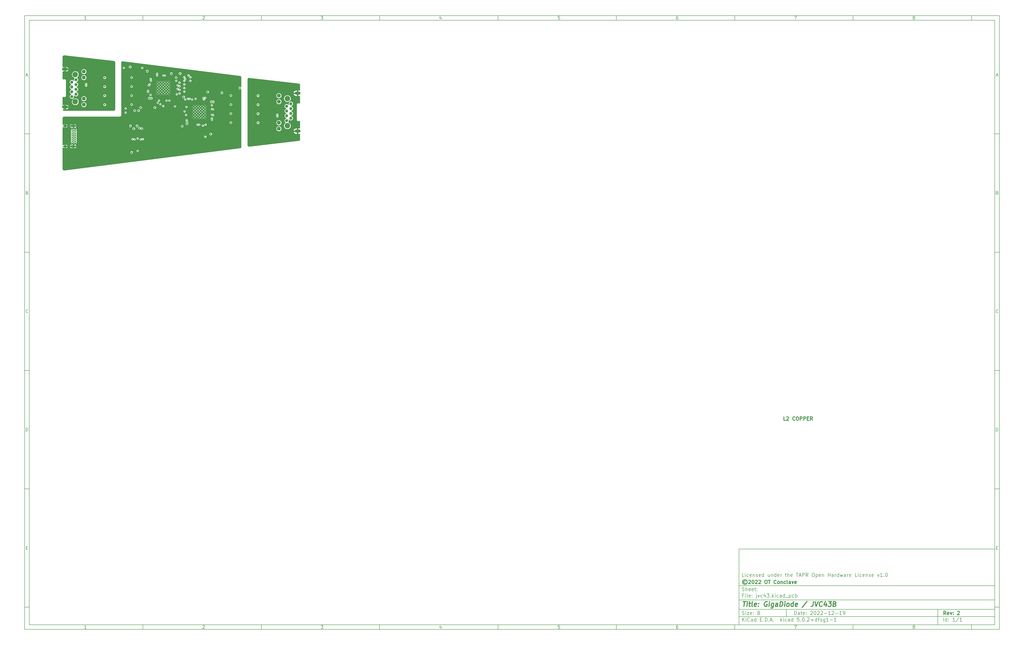
<source format=gbr>
G04 #@! TF.GenerationSoftware,KiCad,Pcbnew,5.0.2+dfsg1-1*
G04 #@! TF.CreationDate,2022-12-19T16:21:19-08:00*
G04 #@! TF.ProjectId,jvc43,6a766334-332e-46b6-9963-61645f706362,2*
G04 #@! TF.SameCoordinates,Original*
G04 #@! TF.FileFunction,Copper,L2,Inr*
G04 #@! TF.FilePolarity,Positive*
%FSLAX46Y46*%
G04 Gerber Fmt 4.6, Leading zero omitted, Abs format (unit mm)*
G04 Created by KiCad (PCBNEW 5.0.2+dfsg1-1) date Mon 19 Dec 2022 04:21:19 PM PST*
%MOMM*%
%LPD*%
G01*
G04 APERTURE LIST*
%ADD10C,0.100000*%
%ADD11C,0.150000*%
%ADD12C,0.300000*%
%ADD13C,0.400000*%
G04 #@! TA.AperFunction,NonConductor*
%ADD14C,0.300000*%
G04 #@! TD*
G04 #@! TA.AperFunction,ViaPad*
%ADD15C,1.600000*%
G04 #@! TD*
G04 #@! TA.AperFunction,ViaPad*
%ADD16C,1.295400*%
G04 #@! TD*
G04 #@! TA.AperFunction,ViaPad*
%ADD17O,2.500000X1.300000*%
G04 #@! TD*
G04 #@! TA.AperFunction,WasherPad*
%ADD18C,2.300000*%
G04 #@! TD*
G04 #@! TA.AperFunction,ViaPad*
%ADD19O,1.700000X0.900000*%
G04 #@! TD*
G04 #@! TA.AperFunction,ViaPad*
%ADD20O,2.400000X0.900000*%
G04 #@! TD*
G04 #@! TA.AperFunction,ViaPad*
%ADD21C,0.650000*%
G04 #@! TD*
G04 #@! TA.AperFunction,ViaPad*
%ADD22C,0.700000*%
G04 #@! TD*
G04 #@! TA.AperFunction,ViaPad*
%ADD23C,0.457200*%
G04 #@! TD*
G04 #@! TA.AperFunction,ViaPad*
%ADD24C,0.635000*%
G04 #@! TD*
G04 #@! TA.AperFunction,Conductor*
%ADD25C,0.254000*%
G04 #@! TD*
G04 #@! TA.AperFunction,Conductor*
%ADD26C,0.198120*%
G04 #@! TD*
G04 APERTURE END LIST*
D10*
D11*
X311800000Y-235400000D02*
X311800000Y-267400000D01*
X419800000Y-267400000D01*
X419800000Y-235400000D01*
X311800000Y-235400000D01*
D10*
D11*
X10000000Y-10000000D02*
X10000000Y-269400000D01*
X421800000Y-269400000D01*
X421800000Y-10000000D01*
X10000000Y-10000000D01*
D10*
D11*
X12000000Y-12000000D02*
X12000000Y-267400000D01*
X419800000Y-267400000D01*
X419800000Y-12000000D01*
X12000000Y-12000000D01*
D10*
D11*
X60000000Y-12000000D02*
X60000000Y-10000000D01*
D10*
D11*
X110000000Y-12000000D02*
X110000000Y-10000000D01*
D10*
D11*
X160000000Y-12000000D02*
X160000000Y-10000000D01*
D10*
D11*
X210000000Y-12000000D02*
X210000000Y-10000000D01*
D10*
D11*
X260000000Y-12000000D02*
X260000000Y-10000000D01*
D10*
D11*
X310000000Y-12000000D02*
X310000000Y-10000000D01*
D10*
D11*
X360000000Y-12000000D02*
X360000000Y-10000000D01*
D10*
D11*
X410000000Y-12000000D02*
X410000000Y-10000000D01*
D10*
D11*
X36065476Y-11588095D02*
X35322619Y-11588095D01*
X35694047Y-11588095D02*
X35694047Y-10288095D01*
X35570238Y-10473809D01*
X35446428Y-10597619D01*
X35322619Y-10659523D01*
D10*
D11*
X85322619Y-10411904D02*
X85384523Y-10350000D01*
X85508333Y-10288095D01*
X85817857Y-10288095D01*
X85941666Y-10350000D01*
X86003571Y-10411904D01*
X86065476Y-10535714D01*
X86065476Y-10659523D01*
X86003571Y-10845238D01*
X85260714Y-11588095D01*
X86065476Y-11588095D01*
D10*
D11*
X135260714Y-10288095D02*
X136065476Y-10288095D01*
X135632142Y-10783333D01*
X135817857Y-10783333D01*
X135941666Y-10845238D01*
X136003571Y-10907142D01*
X136065476Y-11030952D01*
X136065476Y-11340476D01*
X136003571Y-11464285D01*
X135941666Y-11526190D01*
X135817857Y-11588095D01*
X135446428Y-11588095D01*
X135322619Y-11526190D01*
X135260714Y-11464285D01*
D10*
D11*
X185941666Y-10721428D02*
X185941666Y-11588095D01*
X185632142Y-10226190D02*
X185322619Y-11154761D01*
X186127380Y-11154761D01*
D10*
D11*
X236003571Y-10288095D02*
X235384523Y-10288095D01*
X235322619Y-10907142D01*
X235384523Y-10845238D01*
X235508333Y-10783333D01*
X235817857Y-10783333D01*
X235941666Y-10845238D01*
X236003571Y-10907142D01*
X236065476Y-11030952D01*
X236065476Y-11340476D01*
X236003571Y-11464285D01*
X235941666Y-11526190D01*
X235817857Y-11588095D01*
X235508333Y-11588095D01*
X235384523Y-11526190D01*
X235322619Y-11464285D01*
D10*
D11*
X285941666Y-10288095D02*
X285694047Y-10288095D01*
X285570238Y-10350000D01*
X285508333Y-10411904D01*
X285384523Y-10597619D01*
X285322619Y-10845238D01*
X285322619Y-11340476D01*
X285384523Y-11464285D01*
X285446428Y-11526190D01*
X285570238Y-11588095D01*
X285817857Y-11588095D01*
X285941666Y-11526190D01*
X286003571Y-11464285D01*
X286065476Y-11340476D01*
X286065476Y-11030952D01*
X286003571Y-10907142D01*
X285941666Y-10845238D01*
X285817857Y-10783333D01*
X285570238Y-10783333D01*
X285446428Y-10845238D01*
X285384523Y-10907142D01*
X285322619Y-11030952D01*
D10*
D11*
X335260714Y-10288095D02*
X336127380Y-10288095D01*
X335570238Y-11588095D01*
D10*
D11*
X385570238Y-10845238D02*
X385446428Y-10783333D01*
X385384523Y-10721428D01*
X385322619Y-10597619D01*
X385322619Y-10535714D01*
X385384523Y-10411904D01*
X385446428Y-10350000D01*
X385570238Y-10288095D01*
X385817857Y-10288095D01*
X385941666Y-10350000D01*
X386003571Y-10411904D01*
X386065476Y-10535714D01*
X386065476Y-10597619D01*
X386003571Y-10721428D01*
X385941666Y-10783333D01*
X385817857Y-10845238D01*
X385570238Y-10845238D01*
X385446428Y-10907142D01*
X385384523Y-10969047D01*
X385322619Y-11092857D01*
X385322619Y-11340476D01*
X385384523Y-11464285D01*
X385446428Y-11526190D01*
X385570238Y-11588095D01*
X385817857Y-11588095D01*
X385941666Y-11526190D01*
X386003571Y-11464285D01*
X386065476Y-11340476D01*
X386065476Y-11092857D01*
X386003571Y-10969047D01*
X385941666Y-10907142D01*
X385817857Y-10845238D01*
D10*
D11*
X60000000Y-267400000D02*
X60000000Y-269400000D01*
D10*
D11*
X110000000Y-267400000D02*
X110000000Y-269400000D01*
D10*
D11*
X160000000Y-267400000D02*
X160000000Y-269400000D01*
D10*
D11*
X210000000Y-267400000D02*
X210000000Y-269400000D01*
D10*
D11*
X260000000Y-267400000D02*
X260000000Y-269400000D01*
D10*
D11*
X310000000Y-267400000D02*
X310000000Y-269400000D01*
D10*
D11*
X360000000Y-267400000D02*
X360000000Y-269400000D01*
D10*
D11*
X410000000Y-267400000D02*
X410000000Y-269400000D01*
D10*
D11*
X36065476Y-268988095D02*
X35322619Y-268988095D01*
X35694047Y-268988095D02*
X35694047Y-267688095D01*
X35570238Y-267873809D01*
X35446428Y-267997619D01*
X35322619Y-268059523D01*
D10*
D11*
X85322619Y-267811904D02*
X85384523Y-267750000D01*
X85508333Y-267688095D01*
X85817857Y-267688095D01*
X85941666Y-267750000D01*
X86003571Y-267811904D01*
X86065476Y-267935714D01*
X86065476Y-268059523D01*
X86003571Y-268245238D01*
X85260714Y-268988095D01*
X86065476Y-268988095D01*
D10*
D11*
X135260714Y-267688095D02*
X136065476Y-267688095D01*
X135632142Y-268183333D01*
X135817857Y-268183333D01*
X135941666Y-268245238D01*
X136003571Y-268307142D01*
X136065476Y-268430952D01*
X136065476Y-268740476D01*
X136003571Y-268864285D01*
X135941666Y-268926190D01*
X135817857Y-268988095D01*
X135446428Y-268988095D01*
X135322619Y-268926190D01*
X135260714Y-268864285D01*
D10*
D11*
X185941666Y-268121428D02*
X185941666Y-268988095D01*
X185632142Y-267626190D02*
X185322619Y-268554761D01*
X186127380Y-268554761D01*
D10*
D11*
X236003571Y-267688095D02*
X235384523Y-267688095D01*
X235322619Y-268307142D01*
X235384523Y-268245238D01*
X235508333Y-268183333D01*
X235817857Y-268183333D01*
X235941666Y-268245238D01*
X236003571Y-268307142D01*
X236065476Y-268430952D01*
X236065476Y-268740476D01*
X236003571Y-268864285D01*
X235941666Y-268926190D01*
X235817857Y-268988095D01*
X235508333Y-268988095D01*
X235384523Y-268926190D01*
X235322619Y-268864285D01*
D10*
D11*
X285941666Y-267688095D02*
X285694047Y-267688095D01*
X285570238Y-267750000D01*
X285508333Y-267811904D01*
X285384523Y-267997619D01*
X285322619Y-268245238D01*
X285322619Y-268740476D01*
X285384523Y-268864285D01*
X285446428Y-268926190D01*
X285570238Y-268988095D01*
X285817857Y-268988095D01*
X285941666Y-268926190D01*
X286003571Y-268864285D01*
X286065476Y-268740476D01*
X286065476Y-268430952D01*
X286003571Y-268307142D01*
X285941666Y-268245238D01*
X285817857Y-268183333D01*
X285570238Y-268183333D01*
X285446428Y-268245238D01*
X285384523Y-268307142D01*
X285322619Y-268430952D01*
D10*
D11*
X335260714Y-267688095D02*
X336127380Y-267688095D01*
X335570238Y-268988095D01*
D10*
D11*
X385570238Y-268245238D02*
X385446428Y-268183333D01*
X385384523Y-268121428D01*
X385322619Y-267997619D01*
X385322619Y-267935714D01*
X385384523Y-267811904D01*
X385446428Y-267750000D01*
X385570238Y-267688095D01*
X385817857Y-267688095D01*
X385941666Y-267750000D01*
X386003571Y-267811904D01*
X386065476Y-267935714D01*
X386065476Y-267997619D01*
X386003571Y-268121428D01*
X385941666Y-268183333D01*
X385817857Y-268245238D01*
X385570238Y-268245238D01*
X385446428Y-268307142D01*
X385384523Y-268369047D01*
X385322619Y-268492857D01*
X385322619Y-268740476D01*
X385384523Y-268864285D01*
X385446428Y-268926190D01*
X385570238Y-268988095D01*
X385817857Y-268988095D01*
X385941666Y-268926190D01*
X386003571Y-268864285D01*
X386065476Y-268740476D01*
X386065476Y-268492857D01*
X386003571Y-268369047D01*
X385941666Y-268307142D01*
X385817857Y-268245238D01*
D10*
D11*
X10000000Y-60000000D02*
X12000000Y-60000000D01*
D10*
D11*
X10000000Y-110000000D02*
X12000000Y-110000000D01*
D10*
D11*
X10000000Y-160000000D02*
X12000000Y-160000000D01*
D10*
D11*
X10000000Y-210000000D02*
X12000000Y-210000000D01*
D10*
D11*
X10000000Y-260000000D02*
X12000000Y-260000000D01*
D10*
D11*
X10690476Y-35216666D02*
X11309523Y-35216666D01*
X10566666Y-35588095D02*
X11000000Y-34288095D01*
X11433333Y-35588095D01*
D10*
D11*
X11092857Y-84907142D02*
X11278571Y-84969047D01*
X11340476Y-85030952D01*
X11402380Y-85154761D01*
X11402380Y-85340476D01*
X11340476Y-85464285D01*
X11278571Y-85526190D01*
X11154761Y-85588095D01*
X10659523Y-85588095D01*
X10659523Y-84288095D01*
X11092857Y-84288095D01*
X11216666Y-84350000D01*
X11278571Y-84411904D01*
X11340476Y-84535714D01*
X11340476Y-84659523D01*
X11278571Y-84783333D01*
X11216666Y-84845238D01*
X11092857Y-84907142D01*
X10659523Y-84907142D01*
D10*
D11*
X11402380Y-135464285D02*
X11340476Y-135526190D01*
X11154761Y-135588095D01*
X11030952Y-135588095D01*
X10845238Y-135526190D01*
X10721428Y-135402380D01*
X10659523Y-135278571D01*
X10597619Y-135030952D01*
X10597619Y-134845238D01*
X10659523Y-134597619D01*
X10721428Y-134473809D01*
X10845238Y-134350000D01*
X11030952Y-134288095D01*
X11154761Y-134288095D01*
X11340476Y-134350000D01*
X11402380Y-134411904D01*
D10*
D11*
X10659523Y-185588095D02*
X10659523Y-184288095D01*
X10969047Y-184288095D01*
X11154761Y-184350000D01*
X11278571Y-184473809D01*
X11340476Y-184597619D01*
X11402380Y-184845238D01*
X11402380Y-185030952D01*
X11340476Y-185278571D01*
X11278571Y-185402380D01*
X11154761Y-185526190D01*
X10969047Y-185588095D01*
X10659523Y-185588095D01*
D10*
D11*
X10721428Y-234907142D02*
X11154761Y-234907142D01*
X11340476Y-235588095D02*
X10721428Y-235588095D01*
X10721428Y-234288095D01*
X11340476Y-234288095D01*
D10*
D11*
X421800000Y-60000000D02*
X419800000Y-60000000D01*
D10*
D11*
X421800000Y-110000000D02*
X419800000Y-110000000D01*
D10*
D11*
X421800000Y-160000000D02*
X419800000Y-160000000D01*
D10*
D11*
X421800000Y-210000000D02*
X419800000Y-210000000D01*
D10*
D11*
X421800000Y-260000000D02*
X419800000Y-260000000D01*
D10*
D11*
X420490476Y-35216666D02*
X421109523Y-35216666D01*
X420366666Y-35588095D02*
X420800000Y-34288095D01*
X421233333Y-35588095D01*
D10*
D11*
X420892857Y-84907142D02*
X421078571Y-84969047D01*
X421140476Y-85030952D01*
X421202380Y-85154761D01*
X421202380Y-85340476D01*
X421140476Y-85464285D01*
X421078571Y-85526190D01*
X420954761Y-85588095D01*
X420459523Y-85588095D01*
X420459523Y-84288095D01*
X420892857Y-84288095D01*
X421016666Y-84350000D01*
X421078571Y-84411904D01*
X421140476Y-84535714D01*
X421140476Y-84659523D01*
X421078571Y-84783333D01*
X421016666Y-84845238D01*
X420892857Y-84907142D01*
X420459523Y-84907142D01*
D10*
D11*
X421202380Y-135464285D02*
X421140476Y-135526190D01*
X420954761Y-135588095D01*
X420830952Y-135588095D01*
X420645238Y-135526190D01*
X420521428Y-135402380D01*
X420459523Y-135278571D01*
X420397619Y-135030952D01*
X420397619Y-134845238D01*
X420459523Y-134597619D01*
X420521428Y-134473809D01*
X420645238Y-134350000D01*
X420830952Y-134288095D01*
X420954761Y-134288095D01*
X421140476Y-134350000D01*
X421202380Y-134411904D01*
D10*
D11*
X420459523Y-185588095D02*
X420459523Y-184288095D01*
X420769047Y-184288095D01*
X420954761Y-184350000D01*
X421078571Y-184473809D01*
X421140476Y-184597619D01*
X421202380Y-184845238D01*
X421202380Y-185030952D01*
X421140476Y-185278571D01*
X421078571Y-185402380D01*
X420954761Y-185526190D01*
X420769047Y-185588095D01*
X420459523Y-185588095D01*
D10*
D11*
X420521428Y-234907142D02*
X420954761Y-234907142D01*
X421140476Y-235588095D02*
X420521428Y-235588095D01*
X420521428Y-234288095D01*
X421140476Y-234288095D01*
D10*
D11*
X335232142Y-263178571D02*
X335232142Y-261678571D01*
X335589285Y-261678571D01*
X335803571Y-261750000D01*
X335946428Y-261892857D01*
X336017857Y-262035714D01*
X336089285Y-262321428D01*
X336089285Y-262535714D01*
X336017857Y-262821428D01*
X335946428Y-262964285D01*
X335803571Y-263107142D01*
X335589285Y-263178571D01*
X335232142Y-263178571D01*
X337375000Y-263178571D02*
X337375000Y-262392857D01*
X337303571Y-262250000D01*
X337160714Y-262178571D01*
X336875000Y-262178571D01*
X336732142Y-262250000D01*
X337375000Y-263107142D02*
X337232142Y-263178571D01*
X336875000Y-263178571D01*
X336732142Y-263107142D01*
X336660714Y-262964285D01*
X336660714Y-262821428D01*
X336732142Y-262678571D01*
X336875000Y-262607142D01*
X337232142Y-262607142D01*
X337375000Y-262535714D01*
X337875000Y-262178571D02*
X338446428Y-262178571D01*
X338089285Y-261678571D02*
X338089285Y-262964285D01*
X338160714Y-263107142D01*
X338303571Y-263178571D01*
X338446428Y-263178571D01*
X339517857Y-263107142D02*
X339375000Y-263178571D01*
X339089285Y-263178571D01*
X338946428Y-263107142D01*
X338875000Y-262964285D01*
X338875000Y-262392857D01*
X338946428Y-262250000D01*
X339089285Y-262178571D01*
X339375000Y-262178571D01*
X339517857Y-262250000D01*
X339589285Y-262392857D01*
X339589285Y-262535714D01*
X338875000Y-262678571D01*
X340232142Y-263035714D02*
X340303571Y-263107142D01*
X340232142Y-263178571D01*
X340160714Y-263107142D01*
X340232142Y-263035714D01*
X340232142Y-263178571D01*
X340232142Y-262250000D02*
X340303571Y-262321428D01*
X340232142Y-262392857D01*
X340160714Y-262321428D01*
X340232142Y-262250000D01*
X340232142Y-262392857D01*
X342017857Y-261821428D02*
X342089285Y-261750000D01*
X342232142Y-261678571D01*
X342589285Y-261678571D01*
X342732142Y-261750000D01*
X342803571Y-261821428D01*
X342875000Y-261964285D01*
X342875000Y-262107142D01*
X342803571Y-262321428D01*
X341946428Y-263178571D01*
X342875000Y-263178571D01*
X343803571Y-261678571D02*
X343946428Y-261678571D01*
X344089285Y-261750000D01*
X344160714Y-261821428D01*
X344232142Y-261964285D01*
X344303571Y-262250000D01*
X344303571Y-262607142D01*
X344232142Y-262892857D01*
X344160714Y-263035714D01*
X344089285Y-263107142D01*
X343946428Y-263178571D01*
X343803571Y-263178571D01*
X343660714Y-263107142D01*
X343589285Y-263035714D01*
X343517857Y-262892857D01*
X343446428Y-262607142D01*
X343446428Y-262250000D01*
X343517857Y-261964285D01*
X343589285Y-261821428D01*
X343660714Y-261750000D01*
X343803571Y-261678571D01*
X344875000Y-261821428D02*
X344946428Y-261750000D01*
X345089285Y-261678571D01*
X345446428Y-261678571D01*
X345589285Y-261750000D01*
X345660714Y-261821428D01*
X345732142Y-261964285D01*
X345732142Y-262107142D01*
X345660714Y-262321428D01*
X344803571Y-263178571D01*
X345732142Y-263178571D01*
X346303571Y-261821428D02*
X346375000Y-261750000D01*
X346517857Y-261678571D01*
X346875000Y-261678571D01*
X347017857Y-261750000D01*
X347089285Y-261821428D01*
X347160714Y-261964285D01*
X347160714Y-262107142D01*
X347089285Y-262321428D01*
X346232142Y-263178571D01*
X347160714Y-263178571D01*
X347803571Y-262607142D02*
X348946428Y-262607142D01*
X350446428Y-263178571D02*
X349589285Y-263178571D01*
X350017857Y-263178571D02*
X350017857Y-261678571D01*
X349875000Y-261892857D01*
X349732142Y-262035714D01*
X349589285Y-262107142D01*
X351017857Y-261821428D02*
X351089285Y-261750000D01*
X351232142Y-261678571D01*
X351589285Y-261678571D01*
X351732142Y-261750000D01*
X351803571Y-261821428D01*
X351875000Y-261964285D01*
X351875000Y-262107142D01*
X351803571Y-262321428D01*
X350946428Y-263178571D01*
X351875000Y-263178571D01*
X352517857Y-262607142D02*
X353660714Y-262607142D01*
X355160714Y-263178571D02*
X354303571Y-263178571D01*
X354732142Y-263178571D02*
X354732142Y-261678571D01*
X354589285Y-261892857D01*
X354446428Y-262035714D01*
X354303571Y-262107142D01*
X355875000Y-263178571D02*
X356160714Y-263178571D01*
X356303571Y-263107142D01*
X356375000Y-263035714D01*
X356517857Y-262821428D01*
X356589285Y-262535714D01*
X356589285Y-261964285D01*
X356517857Y-261821428D01*
X356446428Y-261750000D01*
X356303571Y-261678571D01*
X356017857Y-261678571D01*
X355875000Y-261750000D01*
X355803571Y-261821428D01*
X355732142Y-261964285D01*
X355732142Y-262321428D01*
X355803571Y-262464285D01*
X355875000Y-262535714D01*
X356017857Y-262607142D01*
X356303571Y-262607142D01*
X356446428Y-262535714D01*
X356517857Y-262464285D01*
X356589285Y-262321428D01*
D10*
D11*
X311800000Y-263900000D02*
X419800000Y-263900000D01*
D10*
D11*
X313232142Y-265978571D02*
X313232142Y-264478571D01*
X314089285Y-265978571D02*
X313446428Y-265121428D01*
X314089285Y-264478571D02*
X313232142Y-265335714D01*
X314732142Y-265978571D02*
X314732142Y-264978571D01*
X314732142Y-264478571D02*
X314660714Y-264550000D01*
X314732142Y-264621428D01*
X314803571Y-264550000D01*
X314732142Y-264478571D01*
X314732142Y-264621428D01*
X316303571Y-265835714D02*
X316232142Y-265907142D01*
X316017857Y-265978571D01*
X315875000Y-265978571D01*
X315660714Y-265907142D01*
X315517857Y-265764285D01*
X315446428Y-265621428D01*
X315375000Y-265335714D01*
X315375000Y-265121428D01*
X315446428Y-264835714D01*
X315517857Y-264692857D01*
X315660714Y-264550000D01*
X315875000Y-264478571D01*
X316017857Y-264478571D01*
X316232142Y-264550000D01*
X316303571Y-264621428D01*
X317589285Y-265978571D02*
X317589285Y-265192857D01*
X317517857Y-265050000D01*
X317375000Y-264978571D01*
X317089285Y-264978571D01*
X316946428Y-265050000D01*
X317589285Y-265907142D02*
X317446428Y-265978571D01*
X317089285Y-265978571D01*
X316946428Y-265907142D01*
X316875000Y-265764285D01*
X316875000Y-265621428D01*
X316946428Y-265478571D01*
X317089285Y-265407142D01*
X317446428Y-265407142D01*
X317589285Y-265335714D01*
X318946428Y-265978571D02*
X318946428Y-264478571D01*
X318946428Y-265907142D02*
X318803571Y-265978571D01*
X318517857Y-265978571D01*
X318375000Y-265907142D01*
X318303571Y-265835714D01*
X318232142Y-265692857D01*
X318232142Y-265264285D01*
X318303571Y-265121428D01*
X318375000Y-265050000D01*
X318517857Y-264978571D01*
X318803571Y-264978571D01*
X318946428Y-265050000D01*
X320803571Y-265192857D02*
X321303571Y-265192857D01*
X321517857Y-265978571D02*
X320803571Y-265978571D01*
X320803571Y-264478571D01*
X321517857Y-264478571D01*
X322160714Y-265835714D02*
X322232142Y-265907142D01*
X322160714Y-265978571D01*
X322089285Y-265907142D01*
X322160714Y-265835714D01*
X322160714Y-265978571D01*
X322875000Y-265978571D02*
X322875000Y-264478571D01*
X323232142Y-264478571D01*
X323446428Y-264550000D01*
X323589285Y-264692857D01*
X323660714Y-264835714D01*
X323732142Y-265121428D01*
X323732142Y-265335714D01*
X323660714Y-265621428D01*
X323589285Y-265764285D01*
X323446428Y-265907142D01*
X323232142Y-265978571D01*
X322875000Y-265978571D01*
X324375000Y-265835714D02*
X324446428Y-265907142D01*
X324375000Y-265978571D01*
X324303571Y-265907142D01*
X324375000Y-265835714D01*
X324375000Y-265978571D01*
X325017857Y-265550000D02*
X325732142Y-265550000D01*
X324875000Y-265978571D02*
X325375000Y-264478571D01*
X325875000Y-265978571D01*
X326375000Y-265835714D02*
X326446428Y-265907142D01*
X326375000Y-265978571D01*
X326303571Y-265907142D01*
X326375000Y-265835714D01*
X326375000Y-265978571D01*
X329375000Y-265978571D02*
X329375000Y-264478571D01*
X329517857Y-265407142D02*
X329946428Y-265978571D01*
X329946428Y-264978571D02*
X329375000Y-265550000D01*
X330589285Y-265978571D02*
X330589285Y-264978571D01*
X330589285Y-264478571D02*
X330517857Y-264550000D01*
X330589285Y-264621428D01*
X330660714Y-264550000D01*
X330589285Y-264478571D01*
X330589285Y-264621428D01*
X331946428Y-265907142D02*
X331803571Y-265978571D01*
X331517857Y-265978571D01*
X331375000Y-265907142D01*
X331303571Y-265835714D01*
X331232142Y-265692857D01*
X331232142Y-265264285D01*
X331303571Y-265121428D01*
X331375000Y-265050000D01*
X331517857Y-264978571D01*
X331803571Y-264978571D01*
X331946428Y-265050000D01*
X333232142Y-265978571D02*
X333232142Y-265192857D01*
X333160714Y-265050000D01*
X333017857Y-264978571D01*
X332732142Y-264978571D01*
X332589285Y-265050000D01*
X333232142Y-265907142D02*
X333089285Y-265978571D01*
X332732142Y-265978571D01*
X332589285Y-265907142D01*
X332517857Y-265764285D01*
X332517857Y-265621428D01*
X332589285Y-265478571D01*
X332732142Y-265407142D01*
X333089285Y-265407142D01*
X333232142Y-265335714D01*
X334589285Y-265978571D02*
X334589285Y-264478571D01*
X334589285Y-265907142D02*
X334446428Y-265978571D01*
X334160714Y-265978571D01*
X334017857Y-265907142D01*
X333946428Y-265835714D01*
X333875000Y-265692857D01*
X333875000Y-265264285D01*
X333946428Y-265121428D01*
X334017857Y-265050000D01*
X334160714Y-264978571D01*
X334446428Y-264978571D01*
X334589285Y-265050000D01*
X337160714Y-264478571D02*
X336446428Y-264478571D01*
X336375000Y-265192857D01*
X336446428Y-265121428D01*
X336589285Y-265050000D01*
X336946428Y-265050000D01*
X337089285Y-265121428D01*
X337160714Y-265192857D01*
X337232142Y-265335714D01*
X337232142Y-265692857D01*
X337160714Y-265835714D01*
X337089285Y-265907142D01*
X336946428Y-265978571D01*
X336589285Y-265978571D01*
X336446428Y-265907142D01*
X336375000Y-265835714D01*
X337875000Y-265835714D02*
X337946428Y-265907142D01*
X337875000Y-265978571D01*
X337803571Y-265907142D01*
X337875000Y-265835714D01*
X337875000Y-265978571D01*
X338875000Y-264478571D02*
X339017857Y-264478571D01*
X339160714Y-264550000D01*
X339232142Y-264621428D01*
X339303571Y-264764285D01*
X339375000Y-265050000D01*
X339375000Y-265407142D01*
X339303571Y-265692857D01*
X339232142Y-265835714D01*
X339160714Y-265907142D01*
X339017857Y-265978571D01*
X338875000Y-265978571D01*
X338732142Y-265907142D01*
X338660714Y-265835714D01*
X338589285Y-265692857D01*
X338517857Y-265407142D01*
X338517857Y-265050000D01*
X338589285Y-264764285D01*
X338660714Y-264621428D01*
X338732142Y-264550000D01*
X338875000Y-264478571D01*
X340017857Y-265835714D02*
X340089285Y-265907142D01*
X340017857Y-265978571D01*
X339946428Y-265907142D01*
X340017857Y-265835714D01*
X340017857Y-265978571D01*
X340660714Y-264621428D02*
X340732142Y-264550000D01*
X340875000Y-264478571D01*
X341232142Y-264478571D01*
X341375000Y-264550000D01*
X341446428Y-264621428D01*
X341517857Y-264764285D01*
X341517857Y-264907142D01*
X341446428Y-265121428D01*
X340589285Y-265978571D01*
X341517857Y-265978571D01*
X342160714Y-265407142D02*
X343303571Y-265407142D01*
X342732142Y-265978571D02*
X342732142Y-264835714D01*
X344660714Y-265978571D02*
X344660714Y-264478571D01*
X344660714Y-265907142D02*
X344517857Y-265978571D01*
X344232142Y-265978571D01*
X344089285Y-265907142D01*
X344017857Y-265835714D01*
X343946428Y-265692857D01*
X343946428Y-265264285D01*
X344017857Y-265121428D01*
X344089285Y-265050000D01*
X344232142Y-264978571D01*
X344517857Y-264978571D01*
X344660714Y-265050000D01*
X345160714Y-264978571D02*
X345732142Y-264978571D01*
X345375000Y-265978571D02*
X345375000Y-264692857D01*
X345446428Y-264550000D01*
X345589285Y-264478571D01*
X345732142Y-264478571D01*
X346160714Y-265907142D02*
X346303571Y-265978571D01*
X346589285Y-265978571D01*
X346732142Y-265907142D01*
X346803571Y-265764285D01*
X346803571Y-265692857D01*
X346732142Y-265550000D01*
X346589285Y-265478571D01*
X346375000Y-265478571D01*
X346232142Y-265407142D01*
X346160714Y-265264285D01*
X346160714Y-265192857D01*
X346232142Y-265050000D01*
X346375000Y-264978571D01*
X346589285Y-264978571D01*
X346732142Y-265050000D01*
X348089285Y-264978571D02*
X348089285Y-266192857D01*
X348017857Y-266335714D01*
X347946428Y-266407142D01*
X347803571Y-266478571D01*
X347589285Y-266478571D01*
X347446428Y-266407142D01*
X348089285Y-265907142D02*
X347946428Y-265978571D01*
X347660714Y-265978571D01*
X347517857Y-265907142D01*
X347446428Y-265835714D01*
X347375000Y-265692857D01*
X347375000Y-265264285D01*
X347446428Y-265121428D01*
X347517857Y-265050000D01*
X347660714Y-264978571D01*
X347946428Y-264978571D01*
X348089285Y-265050000D01*
X349589285Y-265978571D02*
X348732142Y-265978571D01*
X349160714Y-265978571D02*
X349160714Y-264478571D01*
X349017857Y-264692857D01*
X348875000Y-264835714D01*
X348732142Y-264907142D01*
X350232142Y-265407142D02*
X351375000Y-265407142D01*
X352875000Y-265978571D02*
X352017857Y-265978571D01*
X352446428Y-265978571D02*
X352446428Y-264478571D01*
X352303571Y-264692857D01*
X352160714Y-264835714D01*
X352017857Y-264907142D01*
D10*
D11*
X311800000Y-260900000D02*
X419800000Y-260900000D01*
D10*
D12*
X399209285Y-263178571D02*
X398709285Y-262464285D01*
X398352142Y-263178571D02*
X398352142Y-261678571D01*
X398923571Y-261678571D01*
X399066428Y-261750000D01*
X399137857Y-261821428D01*
X399209285Y-261964285D01*
X399209285Y-262178571D01*
X399137857Y-262321428D01*
X399066428Y-262392857D01*
X398923571Y-262464285D01*
X398352142Y-262464285D01*
X400423571Y-263107142D02*
X400280714Y-263178571D01*
X399995000Y-263178571D01*
X399852142Y-263107142D01*
X399780714Y-262964285D01*
X399780714Y-262392857D01*
X399852142Y-262250000D01*
X399995000Y-262178571D01*
X400280714Y-262178571D01*
X400423571Y-262250000D01*
X400495000Y-262392857D01*
X400495000Y-262535714D01*
X399780714Y-262678571D01*
X400995000Y-262178571D02*
X401352142Y-263178571D01*
X401709285Y-262178571D01*
X402280714Y-263035714D02*
X402352142Y-263107142D01*
X402280714Y-263178571D01*
X402209285Y-263107142D01*
X402280714Y-263035714D01*
X402280714Y-263178571D01*
X402280714Y-262250000D02*
X402352142Y-262321428D01*
X402280714Y-262392857D01*
X402209285Y-262321428D01*
X402280714Y-262250000D01*
X402280714Y-262392857D01*
X404066428Y-261821428D02*
X404137857Y-261750000D01*
X404280714Y-261678571D01*
X404637857Y-261678571D01*
X404780714Y-261750000D01*
X404852142Y-261821428D01*
X404923571Y-261964285D01*
X404923571Y-262107142D01*
X404852142Y-262321428D01*
X403995000Y-263178571D01*
X404923571Y-263178571D01*
D10*
D11*
X313160714Y-263107142D02*
X313375000Y-263178571D01*
X313732142Y-263178571D01*
X313875000Y-263107142D01*
X313946428Y-263035714D01*
X314017857Y-262892857D01*
X314017857Y-262750000D01*
X313946428Y-262607142D01*
X313875000Y-262535714D01*
X313732142Y-262464285D01*
X313446428Y-262392857D01*
X313303571Y-262321428D01*
X313232142Y-262250000D01*
X313160714Y-262107142D01*
X313160714Y-261964285D01*
X313232142Y-261821428D01*
X313303571Y-261750000D01*
X313446428Y-261678571D01*
X313803571Y-261678571D01*
X314017857Y-261750000D01*
X314660714Y-263178571D02*
X314660714Y-262178571D01*
X314660714Y-261678571D02*
X314589285Y-261750000D01*
X314660714Y-261821428D01*
X314732142Y-261750000D01*
X314660714Y-261678571D01*
X314660714Y-261821428D01*
X315232142Y-262178571D02*
X316017857Y-262178571D01*
X315232142Y-263178571D01*
X316017857Y-263178571D01*
X317160714Y-263107142D02*
X317017857Y-263178571D01*
X316732142Y-263178571D01*
X316589285Y-263107142D01*
X316517857Y-262964285D01*
X316517857Y-262392857D01*
X316589285Y-262250000D01*
X316732142Y-262178571D01*
X317017857Y-262178571D01*
X317160714Y-262250000D01*
X317232142Y-262392857D01*
X317232142Y-262535714D01*
X316517857Y-262678571D01*
X317875000Y-263035714D02*
X317946428Y-263107142D01*
X317875000Y-263178571D01*
X317803571Y-263107142D01*
X317875000Y-263035714D01*
X317875000Y-263178571D01*
X317875000Y-262250000D02*
X317946428Y-262321428D01*
X317875000Y-262392857D01*
X317803571Y-262321428D01*
X317875000Y-262250000D01*
X317875000Y-262392857D01*
X320232142Y-262392857D02*
X320446428Y-262464285D01*
X320517857Y-262535714D01*
X320589285Y-262678571D01*
X320589285Y-262892857D01*
X320517857Y-263035714D01*
X320446428Y-263107142D01*
X320303571Y-263178571D01*
X319732142Y-263178571D01*
X319732142Y-261678571D01*
X320232142Y-261678571D01*
X320375000Y-261750000D01*
X320446428Y-261821428D01*
X320517857Y-261964285D01*
X320517857Y-262107142D01*
X320446428Y-262250000D01*
X320375000Y-262321428D01*
X320232142Y-262392857D01*
X319732142Y-262392857D01*
D10*
D11*
X398232142Y-265978571D02*
X398232142Y-264478571D01*
X399589285Y-265978571D02*
X399589285Y-264478571D01*
X399589285Y-265907142D02*
X399446428Y-265978571D01*
X399160714Y-265978571D01*
X399017857Y-265907142D01*
X398946428Y-265835714D01*
X398875000Y-265692857D01*
X398875000Y-265264285D01*
X398946428Y-265121428D01*
X399017857Y-265050000D01*
X399160714Y-264978571D01*
X399446428Y-264978571D01*
X399589285Y-265050000D01*
X400303571Y-265835714D02*
X400375000Y-265907142D01*
X400303571Y-265978571D01*
X400232142Y-265907142D01*
X400303571Y-265835714D01*
X400303571Y-265978571D01*
X400303571Y-265050000D02*
X400375000Y-265121428D01*
X400303571Y-265192857D01*
X400232142Y-265121428D01*
X400303571Y-265050000D01*
X400303571Y-265192857D01*
X402946428Y-265978571D02*
X402089285Y-265978571D01*
X402517857Y-265978571D02*
X402517857Y-264478571D01*
X402375000Y-264692857D01*
X402232142Y-264835714D01*
X402089285Y-264907142D01*
X404660714Y-264407142D02*
X403375000Y-266335714D01*
X405946428Y-265978571D02*
X405089285Y-265978571D01*
X405517857Y-265978571D02*
X405517857Y-264478571D01*
X405375000Y-264692857D01*
X405232142Y-264835714D01*
X405089285Y-264907142D01*
D10*
D11*
X311800000Y-256900000D02*
X419800000Y-256900000D01*
D10*
D13*
X313512380Y-257604761D02*
X314655238Y-257604761D01*
X313833809Y-259604761D02*
X314083809Y-257604761D01*
X315071904Y-259604761D02*
X315238571Y-258271428D01*
X315321904Y-257604761D02*
X315214761Y-257700000D01*
X315298095Y-257795238D01*
X315405238Y-257700000D01*
X315321904Y-257604761D01*
X315298095Y-257795238D01*
X315905238Y-258271428D02*
X316667142Y-258271428D01*
X316274285Y-257604761D02*
X316060000Y-259319047D01*
X316131428Y-259509523D01*
X316310000Y-259604761D01*
X316500476Y-259604761D01*
X317452857Y-259604761D02*
X317274285Y-259509523D01*
X317202857Y-259319047D01*
X317417142Y-257604761D01*
X318988571Y-259509523D02*
X318786190Y-259604761D01*
X318405238Y-259604761D01*
X318226666Y-259509523D01*
X318155238Y-259319047D01*
X318250476Y-258557142D01*
X318369523Y-258366666D01*
X318571904Y-258271428D01*
X318952857Y-258271428D01*
X319131428Y-258366666D01*
X319202857Y-258557142D01*
X319179047Y-258747619D01*
X318202857Y-258938095D01*
X319952857Y-259414285D02*
X320036190Y-259509523D01*
X319929047Y-259604761D01*
X319845714Y-259509523D01*
X319952857Y-259414285D01*
X319929047Y-259604761D01*
X320083809Y-258366666D02*
X320167142Y-258461904D01*
X320060000Y-258557142D01*
X319976666Y-258461904D01*
X320083809Y-258366666D01*
X320060000Y-258557142D01*
X323690952Y-257700000D02*
X323512380Y-257604761D01*
X323226666Y-257604761D01*
X322929047Y-257700000D01*
X322714761Y-257890476D01*
X322595714Y-258080952D01*
X322452857Y-258461904D01*
X322417142Y-258747619D01*
X322464761Y-259128571D01*
X322536190Y-259319047D01*
X322702857Y-259509523D01*
X322976666Y-259604761D01*
X323167142Y-259604761D01*
X323464761Y-259509523D01*
X323571904Y-259414285D01*
X323655238Y-258747619D01*
X323274285Y-258747619D01*
X324405238Y-259604761D02*
X324571904Y-258271428D01*
X324655238Y-257604761D02*
X324548095Y-257700000D01*
X324631428Y-257795238D01*
X324738571Y-257700000D01*
X324655238Y-257604761D01*
X324631428Y-257795238D01*
X326381428Y-258271428D02*
X326179047Y-259890476D01*
X326060000Y-260080952D01*
X325952857Y-260176190D01*
X325750476Y-260271428D01*
X325464761Y-260271428D01*
X325286190Y-260176190D01*
X326226666Y-259509523D02*
X326024285Y-259604761D01*
X325643333Y-259604761D01*
X325464761Y-259509523D01*
X325381428Y-259414285D01*
X325310000Y-259223809D01*
X325381428Y-258652380D01*
X325500476Y-258461904D01*
X325607619Y-258366666D01*
X325810000Y-258271428D01*
X326190952Y-258271428D01*
X326369523Y-258366666D01*
X328024285Y-259604761D02*
X328155238Y-258557142D01*
X328083809Y-258366666D01*
X327905238Y-258271428D01*
X327524285Y-258271428D01*
X327321904Y-258366666D01*
X328036190Y-259509523D02*
X327833809Y-259604761D01*
X327357619Y-259604761D01*
X327179047Y-259509523D01*
X327107619Y-259319047D01*
X327131428Y-259128571D01*
X327250476Y-258938095D01*
X327452857Y-258842857D01*
X327929047Y-258842857D01*
X328131428Y-258747619D01*
X328976666Y-259604761D02*
X329226666Y-257604761D01*
X329702857Y-257604761D01*
X329976666Y-257700000D01*
X330143333Y-257890476D01*
X330214761Y-258080952D01*
X330262380Y-258461904D01*
X330226666Y-258747619D01*
X330083809Y-259128571D01*
X329964761Y-259319047D01*
X329750476Y-259509523D01*
X329452857Y-259604761D01*
X328976666Y-259604761D01*
X330976666Y-259604761D02*
X331143333Y-258271428D01*
X331226666Y-257604761D02*
X331119523Y-257700000D01*
X331202857Y-257795238D01*
X331310000Y-257700000D01*
X331226666Y-257604761D01*
X331202857Y-257795238D01*
X332214761Y-259604761D02*
X332036190Y-259509523D01*
X331952857Y-259414285D01*
X331881428Y-259223809D01*
X331952857Y-258652380D01*
X332071904Y-258461904D01*
X332179047Y-258366666D01*
X332381428Y-258271428D01*
X332667142Y-258271428D01*
X332845714Y-258366666D01*
X332929047Y-258461904D01*
X333000476Y-258652380D01*
X332929047Y-259223809D01*
X332810000Y-259414285D01*
X332702857Y-259509523D01*
X332500476Y-259604761D01*
X332214761Y-259604761D01*
X334595714Y-259604761D02*
X334845714Y-257604761D01*
X334607619Y-259509523D02*
X334405238Y-259604761D01*
X334024285Y-259604761D01*
X333845714Y-259509523D01*
X333762380Y-259414285D01*
X333690952Y-259223809D01*
X333762380Y-258652380D01*
X333881428Y-258461904D01*
X333988571Y-258366666D01*
X334190952Y-258271428D01*
X334571904Y-258271428D01*
X334750476Y-258366666D01*
X336321904Y-259509523D02*
X336119523Y-259604761D01*
X335738571Y-259604761D01*
X335560000Y-259509523D01*
X335488571Y-259319047D01*
X335583809Y-258557142D01*
X335702857Y-258366666D01*
X335905238Y-258271428D01*
X336286190Y-258271428D01*
X336464761Y-258366666D01*
X336536190Y-258557142D01*
X336512380Y-258747619D01*
X335536190Y-258938095D01*
X340476666Y-257509523D02*
X338440952Y-260080952D01*
X343226666Y-257604761D02*
X343048095Y-259033333D01*
X342917142Y-259319047D01*
X342702857Y-259509523D01*
X342405238Y-259604761D01*
X342214761Y-259604761D01*
X343893333Y-257604761D02*
X344310000Y-259604761D01*
X345226666Y-257604761D01*
X346810000Y-259414285D02*
X346702857Y-259509523D01*
X346405238Y-259604761D01*
X346214761Y-259604761D01*
X345940952Y-259509523D01*
X345774285Y-259319047D01*
X345702857Y-259128571D01*
X345655238Y-258747619D01*
X345690952Y-258461904D01*
X345833809Y-258080952D01*
X345952857Y-257890476D01*
X346167142Y-257700000D01*
X346464761Y-257604761D01*
X346655238Y-257604761D01*
X346929047Y-257700000D01*
X347012380Y-257795238D01*
X348667142Y-258271428D02*
X348500476Y-259604761D01*
X348286190Y-257509523D02*
X347631428Y-258938095D01*
X348869523Y-258938095D01*
X349607619Y-257604761D02*
X350845714Y-257604761D01*
X350083809Y-258366666D01*
X350369523Y-258366666D01*
X350548095Y-258461904D01*
X350631428Y-258557142D01*
X350702857Y-258747619D01*
X350643333Y-259223809D01*
X350524285Y-259414285D01*
X350417142Y-259509523D01*
X350214761Y-259604761D01*
X349643333Y-259604761D01*
X349464761Y-259509523D01*
X349381428Y-259414285D01*
X352250476Y-258557142D02*
X352524285Y-258652380D01*
X352607619Y-258747619D01*
X352679047Y-258938095D01*
X352643333Y-259223809D01*
X352524285Y-259414285D01*
X352417142Y-259509523D01*
X352214761Y-259604761D01*
X351452857Y-259604761D01*
X351702857Y-257604761D01*
X352369523Y-257604761D01*
X352548095Y-257700000D01*
X352631428Y-257795238D01*
X352702857Y-257985714D01*
X352679047Y-258176190D01*
X352560000Y-258366666D01*
X352452857Y-258461904D01*
X352250476Y-258557142D01*
X351583809Y-258557142D01*
D10*
D11*
X313732142Y-254992857D02*
X313232142Y-254992857D01*
X313232142Y-255778571D02*
X313232142Y-254278571D01*
X313946428Y-254278571D01*
X314517857Y-255778571D02*
X314517857Y-254778571D01*
X314517857Y-254278571D02*
X314446428Y-254350000D01*
X314517857Y-254421428D01*
X314589285Y-254350000D01*
X314517857Y-254278571D01*
X314517857Y-254421428D01*
X315446428Y-255778571D02*
X315303571Y-255707142D01*
X315232142Y-255564285D01*
X315232142Y-254278571D01*
X316589285Y-255707142D02*
X316446428Y-255778571D01*
X316160714Y-255778571D01*
X316017857Y-255707142D01*
X315946428Y-255564285D01*
X315946428Y-254992857D01*
X316017857Y-254850000D01*
X316160714Y-254778571D01*
X316446428Y-254778571D01*
X316589285Y-254850000D01*
X316660714Y-254992857D01*
X316660714Y-255135714D01*
X315946428Y-255278571D01*
X317303571Y-255635714D02*
X317375000Y-255707142D01*
X317303571Y-255778571D01*
X317232142Y-255707142D01*
X317303571Y-255635714D01*
X317303571Y-255778571D01*
X317303571Y-254850000D02*
X317375000Y-254921428D01*
X317303571Y-254992857D01*
X317232142Y-254921428D01*
X317303571Y-254850000D01*
X317303571Y-254992857D01*
X319160714Y-254778571D02*
X319160714Y-256064285D01*
X319089285Y-256207142D01*
X318946428Y-256278571D01*
X318875000Y-256278571D01*
X319160714Y-254278571D02*
X319089285Y-254350000D01*
X319160714Y-254421428D01*
X319232142Y-254350000D01*
X319160714Y-254278571D01*
X319160714Y-254421428D01*
X319732142Y-254778571D02*
X320089285Y-255778571D01*
X320446428Y-254778571D01*
X321660714Y-255707142D02*
X321517857Y-255778571D01*
X321232142Y-255778571D01*
X321089285Y-255707142D01*
X321017857Y-255635714D01*
X320946428Y-255492857D01*
X320946428Y-255064285D01*
X321017857Y-254921428D01*
X321089285Y-254850000D01*
X321232142Y-254778571D01*
X321517857Y-254778571D01*
X321660714Y-254850000D01*
X322946428Y-254778571D02*
X322946428Y-255778571D01*
X322589285Y-254207142D02*
X322232142Y-255278571D01*
X323160714Y-255278571D01*
X323589285Y-254278571D02*
X324517857Y-254278571D01*
X324017857Y-254850000D01*
X324232142Y-254850000D01*
X324375000Y-254921428D01*
X324446428Y-254992857D01*
X324517857Y-255135714D01*
X324517857Y-255492857D01*
X324446428Y-255635714D01*
X324375000Y-255707142D01*
X324232142Y-255778571D01*
X323803571Y-255778571D01*
X323660714Y-255707142D01*
X323589285Y-255635714D01*
X325160714Y-255635714D02*
X325232142Y-255707142D01*
X325160714Y-255778571D01*
X325089285Y-255707142D01*
X325160714Y-255635714D01*
X325160714Y-255778571D01*
X325875000Y-255778571D02*
X325875000Y-254278571D01*
X326017857Y-255207142D02*
X326446428Y-255778571D01*
X326446428Y-254778571D02*
X325875000Y-255350000D01*
X327089285Y-255778571D02*
X327089285Y-254778571D01*
X327089285Y-254278571D02*
X327017857Y-254350000D01*
X327089285Y-254421428D01*
X327160714Y-254350000D01*
X327089285Y-254278571D01*
X327089285Y-254421428D01*
X328446428Y-255707142D02*
X328303571Y-255778571D01*
X328017857Y-255778571D01*
X327875000Y-255707142D01*
X327803571Y-255635714D01*
X327732142Y-255492857D01*
X327732142Y-255064285D01*
X327803571Y-254921428D01*
X327875000Y-254850000D01*
X328017857Y-254778571D01*
X328303571Y-254778571D01*
X328446428Y-254850000D01*
X329732142Y-255778571D02*
X329732142Y-254992857D01*
X329660714Y-254850000D01*
X329517857Y-254778571D01*
X329232142Y-254778571D01*
X329089285Y-254850000D01*
X329732142Y-255707142D02*
X329589285Y-255778571D01*
X329232142Y-255778571D01*
X329089285Y-255707142D01*
X329017857Y-255564285D01*
X329017857Y-255421428D01*
X329089285Y-255278571D01*
X329232142Y-255207142D01*
X329589285Y-255207142D01*
X329732142Y-255135714D01*
X331089285Y-255778571D02*
X331089285Y-254278571D01*
X331089285Y-255707142D02*
X330946428Y-255778571D01*
X330660714Y-255778571D01*
X330517857Y-255707142D01*
X330446428Y-255635714D01*
X330375000Y-255492857D01*
X330375000Y-255064285D01*
X330446428Y-254921428D01*
X330517857Y-254850000D01*
X330660714Y-254778571D01*
X330946428Y-254778571D01*
X331089285Y-254850000D01*
X331446428Y-255921428D02*
X332589285Y-255921428D01*
X332946428Y-254778571D02*
X332946428Y-256278571D01*
X332946428Y-254850000D02*
X333089285Y-254778571D01*
X333375000Y-254778571D01*
X333517857Y-254850000D01*
X333589285Y-254921428D01*
X333660714Y-255064285D01*
X333660714Y-255492857D01*
X333589285Y-255635714D01*
X333517857Y-255707142D01*
X333375000Y-255778571D01*
X333089285Y-255778571D01*
X332946428Y-255707142D01*
X334946428Y-255707142D02*
X334803571Y-255778571D01*
X334517857Y-255778571D01*
X334375000Y-255707142D01*
X334303571Y-255635714D01*
X334232142Y-255492857D01*
X334232142Y-255064285D01*
X334303571Y-254921428D01*
X334375000Y-254850000D01*
X334517857Y-254778571D01*
X334803571Y-254778571D01*
X334946428Y-254850000D01*
X335589285Y-255778571D02*
X335589285Y-254278571D01*
X335589285Y-254850000D02*
X335732142Y-254778571D01*
X336017857Y-254778571D01*
X336160714Y-254850000D01*
X336232142Y-254921428D01*
X336303571Y-255064285D01*
X336303571Y-255492857D01*
X336232142Y-255635714D01*
X336160714Y-255707142D01*
X336017857Y-255778571D01*
X335732142Y-255778571D01*
X335589285Y-255707142D01*
D10*
D11*
X311800000Y-250900000D02*
X419800000Y-250900000D01*
D10*
D11*
X313160714Y-253007142D02*
X313375000Y-253078571D01*
X313732142Y-253078571D01*
X313875000Y-253007142D01*
X313946428Y-252935714D01*
X314017857Y-252792857D01*
X314017857Y-252650000D01*
X313946428Y-252507142D01*
X313875000Y-252435714D01*
X313732142Y-252364285D01*
X313446428Y-252292857D01*
X313303571Y-252221428D01*
X313232142Y-252150000D01*
X313160714Y-252007142D01*
X313160714Y-251864285D01*
X313232142Y-251721428D01*
X313303571Y-251650000D01*
X313446428Y-251578571D01*
X313803571Y-251578571D01*
X314017857Y-251650000D01*
X314660714Y-253078571D02*
X314660714Y-251578571D01*
X315303571Y-253078571D02*
X315303571Y-252292857D01*
X315232142Y-252150000D01*
X315089285Y-252078571D01*
X314875000Y-252078571D01*
X314732142Y-252150000D01*
X314660714Y-252221428D01*
X316589285Y-253007142D02*
X316446428Y-253078571D01*
X316160714Y-253078571D01*
X316017857Y-253007142D01*
X315946428Y-252864285D01*
X315946428Y-252292857D01*
X316017857Y-252150000D01*
X316160714Y-252078571D01*
X316446428Y-252078571D01*
X316589285Y-252150000D01*
X316660714Y-252292857D01*
X316660714Y-252435714D01*
X315946428Y-252578571D01*
X317875000Y-253007142D02*
X317732142Y-253078571D01*
X317446428Y-253078571D01*
X317303571Y-253007142D01*
X317232142Y-252864285D01*
X317232142Y-252292857D01*
X317303571Y-252150000D01*
X317446428Y-252078571D01*
X317732142Y-252078571D01*
X317875000Y-252150000D01*
X317946428Y-252292857D01*
X317946428Y-252435714D01*
X317232142Y-252578571D01*
X318375000Y-252078571D02*
X318946428Y-252078571D01*
X318589285Y-251578571D02*
X318589285Y-252864285D01*
X318660714Y-253007142D01*
X318803571Y-253078571D01*
X318946428Y-253078571D01*
X319446428Y-252935714D02*
X319517857Y-253007142D01*
X319446428Y-253078571D01*
X319375000Y-253007142D01*
X319446428Y-252935714D01*
X319446428Y-253078571D01*
X319446428Y-252150000D02*
X319517857Y-252221428D01*
X319446428Y-252292857D01*
X319375000Y-252221428D01*
X319446428Y-252150000D01*
X319446428Y-252292857D01*
D10*
D12*
X314566428Y-248935714D02*
X314423571Y-248864285D01*
X314137857Y-248864285D01*
X313995000Y-248935714D01*
X313852142Y-249078571D01*
X313780714Y-249221428D01*
X313780714Y-249507142D01*
X313852142Y-249650000D01*
X313995000Y-249792857D01*
X314137857Y-249864285D01*
X314423571Y-249864285D01*
X314566428Y-249792857D01*
X314280714Y-248364285D02*
X313923571Y-248435714D01*
X313566428Y-248650000D01*
X313352142Y-249007142D01*
X313280714Y-249364285D01*
X313352142Y-249721428D01*
X313566428Y-250078571D01*
X313923571Y-250292857D01*
X314280714Y-250364285D01*
X314637857Y-250292857D01*
X314995000Y-250078571D01*
X315209285Y-249721428D01*
X315280714Y-249364285D01*
X315209285Y-249007142D01*
X314995000Y-248650000D01*
X314637857Y-248435714D01*
X314280714Y-248364285D01*
X315852142Y-248721428D02*
X315923571Y-248650000D01*
X316066428Y-248578571D01*
X316423571Y-248578571D01*
X316566428Y-248650000D01*
X316637857Y-248721428D01*
X316709285Y-248864285D01*
X316709285Y-249007142D01*
X316637857Y-249221428D01*
X315780714Y-250078571D01*
X316709285Y-250078571D01*
X317637857Y-248578571D02*
X317780714Y-248578571D01*
X317923571Y-248650000D01*
X317995000Y-248721428D01*
X318066428Y-248864285D01*
X318137857Y-249150000D01*
X318137857Y-249507142D01*
X318066428Y-249792857D01*
X317995000Y-249935714D01*
X317923571Y-250007142D01*
X317780714Y-250078571D01*
X317637857Y-250078571D01*
X317495000Y-250007142D01*
X317423571Y-249935714D01*
X317352142Y-249792857D01*
X317280714Y-249507142D01*
X317280714Y-249150000D01*
X317352142Y-248864285D01*
X317423571Y-248721428D01*
X317495000Y-248650000D01*
X317637857Y-248578571D01*
X318709285Y-248721428D02*
X318780714Y-248650000D01*
X318923571Y-248578571D01*
X319280714Y-248578571D01*
X319423571Y-248650000D01*
X319495000Y-248721428D01*
X319566428Y-248864285D01*
X319566428Y-249007142D01*
X319495000Y-249221428D01*
X318637857Y-250078571D01*
X319566428Y-250078571D01*
X320137857Y-248721428D02*
X320209285Y-248650000D01*
X320352142Y-248578571D01*
X320709285Y-248578571D01*
X320852142Y-248650000D01*
X320923571Y-248721428D01*
X320995000Y-248864285D01*
X320995000Y-249007142D01*
X320923571Y-249221428D01*
X320066428Y-250078571D01*
X320995000Y-250078571D01*
X323066428Y-248578571D02*
X323352142Y-248578571D01*
X323495000Y-248650000D01*
X323637857Y-248792857D01*
X323709285Y-249078571D01*
X323709285Y-249578571D01*
X323637857Y-249864285D01*
X323495000Y-250007142D01*
X323352142Y-250078571D01*
X323066428Y-250078571D01*
X322923571Y-250007142D01*
X322780714Y-249864285D01*
X322709285Y-249578571D01*
X322709285Y-249078571D01*
X322780714Y-248792857D01*
X322923571Y-248650000D01*
X323066428Y-248578571D01*
X324137857Y-248578571D02*
X324995000Y-248578571D01*
X324566428Y-250078571D02*
X324566428Y-248578571D01*
X327495000Y-249935714D02*
X327423571Y-250007142D01*
X327209285Y-250078571D01*
X327066428Y-250078571D01*
X326852142Y-250007142D01*
X326709285Y-249864285D01*
X326637857Y-249721428D01*
X326566428Y-249435714D01*
X326566428Y-249221428D01*
X326637857Y-248935714D01*
X326709285Y-248792857D01*
X326852142Y-248650000D01*
X327066428Y-248578571D01*
X327209285Y-248578571D01*
X327423571Y-248650000D01*
X327495000Y-248721428D01*
X328352142Y-250078571D02*
X328209285Y-250007142D01*
X328137857Y-249935714D01*
X328066428Y-249792857D01*
X328066428Y-249364285D01*
X328137857Y-249221428D01*
X328209285Y-249150000D01*
X328352142Y-249078571D01*
X328566428Y-249078571D01*
X328709285Y-249150000D01*
X328780714Y-249221428D01*
X328852142Y-249364285D01*
X328852142Y-249792857D01*
X328780714Y-249935714D01*
X328709285Y-250007142D01*
X328566428Y-250078571D01*
X328352142Y-250078571D01*
X329495000Y-249078571D02*
X329495000Y-250078571D01*
X329495000Y-249221428D02*
X329566428Y-249150000D01*
X329709285Y-249078571D01*
X329923571Y-249078571D01*
X330066428Y-249150000D01*
X330137857Y-249292857D01*
X330137857Y-250078571D01*
X331495000Y-250007142D02*
X331352142Y-250078571D01*
X331066428Y-250078571D01*
X330923571Y-250007142D01*
X330852142Y-249935714D01*
X330780714Y-249792857D01*
X330780714Y-249364285D01*
X330852142Y-249221428D01*
X330923571Y-249150000D01*
X331066428Y-249078571D01*
X331352142Y-249078571D01*
X331495000Y-249150000D01*
X332352142Y-250078571D02*
X332209285Y-250007142D01*
X332137857Y-249864285D01*
X332137857Y-248578571D01*
X333566428Y-250078571D02*
X333566428Y-249292857D01*
X333495000Y-249150000D01*
X333352142Y-249078571D01*
X333066428Y-249078571D01*
X332923571Y-249150000D01*
X333566428Y-250007142D02*
X333423571Y-250078571D01*
X333066428Y-250078571D01*
X332923571Y-250007142D01*
X332852142Y-249864285D01*
X332852142Y-249721428D01*
X332923571Y-249578571D01*
X333066428Y-249507142D01*
X333423571Y-249507142D01*
X333566428Y-249435714D01*
X334137857Y-249078571D02*
X334495000Y-250078571D01*
X334852142Y-249078571D01*
X335995000Y-250007142D02*
X335852142Y-250078571D01*
X335566428Y-250078571D01*
X335423571Y-250007142D01*
X335352142Y-249864285D01*
X335352142Y-249292857D01*
X335423571Y-249150000D01*
X335566428Y-249078571D01*
X335852142Y-249078571D01*
X335995000Y-249150000D01*
X336066428Y-249292857D01*
X336066428Y-249435714D01*
X335352142Y-249578571D01*
D10*
D11*
X313946428Y-247078571D02*
X313232142Y-247078571D01*
X313232142Y-245578571D01*
X314446428Y-247078571D02*
X314446428Y-246078571D01*
X314446428Y-245578571D02*
X314375000Y-245650000D01*
X314446428Y-245721428D01*
X314517857Y-245650000D01*
X314446428Y-245578571D01*
X314446428Y-245721428D01*
X315803571Y-247007142D02*
X315660714Y-247078571D01*
X315375000Y-247078571D01*
X315232142Y-247007142D01*
X315160714Y-246935714D01*
X315089285Y-246792857D01*
X315089285Y-246364285D01*
X315160714Y-246221428D01*
X315232142Y-246150000D01*
X315375000Y-246078571D01*
X315660714Y-246078571D01*
X315803571Y-246150000D01*
X317017857Y-247007142D02*
X316875000Y-247078571D01*
X316589285Y-247078571D01*
X316446428Y-247007142D01*
X316375000Y-246864285D01*
X316375000Y-246292857D01*
X316446428Y-246150000D01*
X316589285Y-246078571D01*
X316875000Y-246078571D01*
X317017857Y-246150000D01*
X317089285Y-246292857D01*
X317089285Y-246435714D01*
X316375000Y-246578571D01*
X317732142Y-246078571D02*
X317732142Y-247078571D01*
X317732142Y-246221428D02*
X317803571Y-246150000D01*
X317946428Y-246078571D01*
X318160714Y-246078571D01*
X318303571Y-246150000D01*
X318375000Y-246292857D01*
X318375000Y-247078571D01*
X319017857Y-247007142D02*
X319160714Y-247078571D01*
X319446428Y-247078571D01*
X319589285Y-247007142D01*
X319660714Y-246864285D01*
X319660714Y-246792857D01*
X319589285Y-246650000D01*
X319446428Y-246578571D01*
X319232142Y-246578571D01*
X319089285Y-246507142D01*
X319017857Y-246364285D01*
X319017857Y-246292857D01*
X319089285Y-246150000D01*
X319232142Y-246078571D01*
X319446428Y-246078571D01*
X319589285Y-246150000D01*
X320875000Y-247007142D02*
X320732142Y-247078571D01*
X320446428Y-247078571D01*
X320303571Y-247007142D01*
X320232142Y-246864285D01*
X320232142Y-246292857D01*
X320303571Y-246150000D01*
X320446428Y-246078571D01*
X320732142Y-246078571D01*
X320875000Y-246150000D01*
X320946428Y-246292857D01*
X320946428Y-246435714D01*
X320232142Y-246578571D01*
X322232142Y-247078571D02*
X322232142Y-245578571D01*
X322232142Y-247007142D02*
X322089285Y-247078571D01*
X321803571Y-247078571D01*
X321660714Y-247007142D01*
X321589285Y-246935714D01*
X321517857Y-246792857D01*
X321517857Y-246364285D01*
X321589285Y-246221428D01*
X321660714Y-246150000D01*
X321803571Y-246078571D01*
X322089285Y-246078571D01*
X322232142Y-246150000D01*
X324732142Y-246078571D02*
X324732142Y-247078571D01*
X324089285Y-246078571D02*
X324089285Y-246864285D01*
X324160714Y-247007142D01*
X324303571Y-247078571D01*
X324517857Y-247078571D01*
X324660714Y-247007142D01*
X324732142Y-246935714D01*
X325446428Y-246078571D02*
X325446428Y-247078571D01*
X325446428Y-246221428D02*
X325517857Y-246150000D01*
X325660714Y-246078571D01*
X325875000Y-246078571D01*
X326017857Y-246150000D01*
X326089285Y-246292857D01*
X326089285Y-247078571D01*
X327446428Y-247078571D02*
X327446428Y-245578571D01*
X327446428Y-247007142D02*
X327303571Y-247078571D01*
X327017857Y-247078571D01*
X326875000Y-247007142D01*
X326803571Y-246935714D01*
X326732142Y-246792857D01*
X326732142Y-246364285D01*
X326803571Y-246221428D01*
X326875000Y-246150000D01*
X327017857Y-246078571D01*
X327303571Y-246078571D01*
X327446428Y-246150000D01*
X328732142Y-247007142D02*
X328589285Y-247078571D01*
X328303571Y-247078571D01*
X328160714Y-247007142D01*
X328089285Y-246864285D01*
X328089285Y-246292857D01*
X328160714Y-246150000D01*
X328303571Y-246078571D01*
X328589285Y-246078571D01*
X328732142Y-246150000D01*
X328803571Y-246292857D01*
X328803571Y-246435714D01*
X328089285Y-246578571D01*
X329446428Y-247078571D02*
X329446428Y-246078571D01*
X329446428Y-246364285D02*
X329517857Y-246221428D01*
X329589285Y-246150000D01*
X329732142Y-246078571D01*
X329875000Y-246078571D01*
X331303571Y-246078571D02*
X331875000Y-246078571D01*
X331517857Y-245578571D02*
X331517857Y-246864285D01*
X331589285Y-247007142D01*
X331732142Y-247078571D01*
X331875000Y-247078571D01*
X332375000Y-247078571D02*
X332375000Y-245578571D01*
X333017857Y-247078571D02*
X333017857Y-246292857D01*
X332946428Y-246150000D01*
X332803571Y-246078571D01*
X332589285Y-246078571D01*
X332446428Y-246150000D01*
X332375000Y-246221428D01*
X334303571Y-247007142D02*
X334160714Y-247078571D01*
X333875000Y-247078571D01*
X333732142Y-247007142D01*
X333660714Y-246864285D01*
X333660714Y-246292857D01*
X333732142Y-246150000D01*
X333875000Y-246078571D01*
X334160714Y-246078571D01*
X334303571Y-246150000D01*
X334375000Y-246292857D01*
X334375000Y-246435714D01*
X333660714Y-246578571D01*
X335946428Y-245578571D02*
X336803571Y-245578571D01*
X336375000Y-247078571D02*
X336375000Y-245578571D01*
X337232142Y-246650000D02*
X337946428Y-246650000D01*
X337089285Y-247078571D02*
X337589285Y-245578571D01*
X338089285Y-247078571D01*
X338589285Y-247078571D02*
X338589285Y-245578571D01*
X339160714Y-245578571D01*
X339303571Y-245650000D01*
X339375000Y-245721428D01*
X339446428Y-245864285D01*
X339446428Y-246078571D01*
X339375000Y-246221428D01*
X339303571Y-246292857D01*
X339160714Y-246364285D01*
X338589285Y-246364285D01*
X340946428Y-247078571D02*
X340446428Y-246364285D01*
X340089285Y-247078571D02*
X340089285Y-245578571D01*
X340660714Y-245578571D01*
X340803571Y-245650000D01*
X340875000Y-245721428D01*
X340946428Y-245864285D01*
X340946428Y-246078571D01*
X340875000Y-246221428D01*
X340803571Y-246292857D01*
X340660714Y-246364285D01*
X340089285Y-246364285D01*
X343017857Y-245578571D02*
X343303571Y-245578571D01*
X343446428Y-245650000D01*
X343589285Y-245792857D01*
X343660714Y-246078571D01*
X343660714Y-246578571D01*
X343589285Y-246864285D01*
X343446428Y-247007142D01*
X343303571Y-247078571D01*
X343017857Y-247078571D01*
X342875000Y-247007142D01*
X342732142Y-246864285D01*
X342660714Y-246578571D01*
X342660714Y-246078571D01*
X342732142Y-245792857D01*
X342875000Y-245650000D01*
X343017857Y-245578571D01*
X344303571Y-246078571D02*
X344303571Y-247578571D01*
X344303571Y-246150000D02*
X344446428Y-246078571D01*
X344732142Y-246078571D01*
X344875000Y-246150000D01*
X344946428Y-246221428D01*
X345017857Y-246364285D01*
X345017857Y-246792857D01*
X344946428Y-246935714D01*
X344875000Y-247007142D01*
X344732142Y-247078571D01*
X344446428Y-247078571D01*
X344303571Y-247007142D01*
X346232142Y-247007142D02*
X346089285Y-247078571D01*
X345803571Y-247078571D01*
X345660714Y-247007142D01*
X345589285Y-246864285D01*
X345589285Y-246292857D01*
X345660714Y-246150000D01*
X345803571Y-246078571D01*
X346089285Y-246078571D01*
X346232142Y-246150000D01*
X346303571Y-246292857D01*
X346303571Y-246435714D01*
X345589285Y-246578571D01*
X346946428Y-246078571D02*
X346946428Y-247078571D01*
X346946428Y-246221428D02*
X347017857Y-246150000D01*
X347160714Y-246078571D01*
X347375000Y-246078571D01*
X347517857Y-246150000D01*
X347589285Y-246292857D01*
X347589285Y-247078571D01*
X349446428Y-247078571D02*
X349446428Y-245578571D01*
X349446428Y-246292857D02*
X350303571Y-246292857D01*
X350303571Y-247078571D02*
X350303571Y-245578571D01*
X351660714Y-247078571D02*
X351660714Y-246292857D01*
X351589285Y-246150000D01*
X351446428Y-246078571D01*
X351160714Y-246078571D01*
X351017857Y-246150000D01*
X351660714Y-247007142D02*
X351517857Y-247078571D01*
X351160714Y-247078571D01*
X351017857Y-247007142D01*
X350946428Y-246864285D01*
X350946428Y-246721428D01*
X351017857Y-246578571D01*
X351160714Y-246507142D01*
X351517857Y-246507142D01*
X351660714Y-246435714D01*
X352375000Y-247078571D02*
X352375000Y-246078571D01*
X352375000Y-246364285D02*
X352446428Y-246221428D01*
X352517857Y-246150000D01*
X352660714Y-246078571D01*
X352803571Y-246078571D01*
X353946428Y-247078571D02*
X353946428Y-245578571D01*
X353946428Y-247007142D02*
X353803571Y-247078571D01*
X353517857Y-247078571D01*
X353375000Y-247007142D01*
X353303571Y-246935714D01*
X353232142Y-246792857D01*
X353232142Y-246364285D01*
X353303571Y-246221428D01*
X353375000Y-246150000D01*
X353517857Y-246078571D01*
X353803571Y-246078571D01*
X353946428Y-246150000D01*
X354517857Y-246078571D02*
X354803571Y-247078571D01*
X355089285Y-246364285D01*
X355375000Y-247078571D01*
X355660714Y-246078571D01*
X356875000Y-247078571D02*
X356875000Y-246292857D01*
X356803571Y-246150000D01*
X356660714Y-246078571D01*
X356375000Y-246078571D01*
X356232142Y-246150000D01*
X356875000Y-247007142D02*
X356732142Y-247078571D01*
X356375000Y-247078571D01*
X356232142Y-247007142D01*
X356160714Y-246864285D01*
X356160714Y-246721428D01*
X356232142Y-246578571D01*
X356375000Y-246507142D01*
X356732142Y-246507142D01*
X356875000Y-246435714D01*
X357589285Y-247078571D02*
X357589285Y-246078571D01*
X357589285Y-246364285D02*
X357660714Y-246221428D01*
X357732142Y-246150000D01*
X357875000Y-246078571D01*
X358017857Y-246078571D01*
X359089285Y-247007142D02*
X358946428Y-247078571D01*
X358660714Y-247078571D01*
X358517857Y-247007142D01*
X358446428Y-246864285D01*
X358446428Y-246292857D01*
X358517857Y-246150000D01*
X358660714Y-246078571D01*
X358946428Y-246078571D01*
X359089285Y-246150000D01*
X359160714Y-246292857D01*
X359160714Y-246435714D01*
X358446428Y-246578571D01*
X361660714Y-247078571D02*
X360946428Y-247078571D01*
X360946428Y-245578571D01*
X362160714Y-247078571D02*
X362160714Y-246078571D01*
X362160714Y-245578571D02*
X362089285Y-245650000D01*
X362160714Y-245721428D01*
X362232142Y-245650000D01*
X362160714Y-245578571D01*
X362160714Y-245721428D01*
X363517857Y-247007142D02*
X363375000Y-247078571D01*
X363089285Y-247078571D01*
X362946428Y-247007142D01*
X362875000Y-246935714D01*
X362803571Y-246792857D01*
X362803571Y-246364285D01*
X362875000Y-246221428D01*
X362946428Y-246150000D01*
X363089285Y-246078571D01*
X363375000Y-246078571D01*
X363517857Y-246150000D01*
X364732142Y-247007142D02*
X364589285Y-247078571D01*
X364303571Y-247078571D01*
X364160714Y-247007142D01*
X364089285Y-246864285D01*
X364089285Y-246292857D01*
X364160714Y-246150000D01*
X364303571Y-246078571D01*
X364589285Y-246078571D01*
X364732142Y-246150000D01*
X364803571Y-246292857D01*
X364803571Y-246435714D01*
X364089285Y-246578571D01*
X365446428Y-246078571D02*
X365446428Y-247078571D01*
X365446428Y-246221428D02*
X365517857Y-246150000D01*
X365660714Y-246078571D01*
X365875000Y-246078571D01*
X366017857Y-246150000D01*
X366089285Y-246292857D01*
X366089285Y-247078571D01*
X366732142Y-247007142D02*
X366875000Y-247078571D01*
X367160714Y-247078571D01*
X367303571Y-247007142D01*
X367375000Y-246864285D01*
X367375000Y-246792857D01*
X367303571Y-246650000D01*
X367160714Y-246578571D01*
X366946428Y-246578571D01*
X366803571Y-246507142D01*
X366732142Y-246364285D01*
X366732142Y-246292857D01*
X366803571Y-246150000D01*
X366946428Y-246078571D01*
X367160714Y-246078571D01*
X367303571Y-246150000D01*
X368589285Y-247007142D02*
X368446428Y-247078571D01*
X368160714Y-247078571D01*
X368017857Y-247007142D01*
X367946428Y-246864285D01*
X367946428Y-246292857D01*
X368017857Y-246150000D01*
X368160714Y-246078571D01*
X368446428Y-246078571D01*
X368589285Y-246150000D01*
X368660714Y-246292857D01*
X368660714Y-246435714D01*
X367946428Y-246578571D01*
X370303571Y-246078571D02*
X370660714Y-247078571D01*
X371017857Y-246078571D01*
X372375000Y-247078571D02*
X371517857Y-247078571D01*
X371946428Y-247078571D02*
X371946428Y-245578571D01*
X371803571Y-245792857D01*
X371660714Y-245935714D01*
X371517857Y-246007142D01*
X373017857Y-246935714D02*
X373089285Y-247007142D01*
X373017857Y-247078571D01*
X372946428Y-247007142D01*
X373017857Y-246935714D01*
X373017857Y-247078571D01*
X374017857Y-245578571D02*
X374160714Y-245578571D01*
X374303571Y-245650000D01*
X374375000Y-245721428D01*
X374446428Y-245864285D01*
X374517857Y-246150000D01*
X374517857Y-246507142D01*
X374446428Y-246792857D01*
X374375000Y-246935714D01*
X374303571Y-247007142D01*
X374160714Y-247078571D01*
X374017857Y-247078571D01*
X373875000Y-247007142D01*
X373803571Y-246935714D01*
X373732142Y-246792857D01*
X373660714Y-246507142D01*
X373660714Y-246150000D01*
X373732142Y-245864285D01*
X373803571Y-245721428D01*
X373875000Y-245650000D01*
X374017857Y-245578571D01*
D10*
D11*
X331800000Y-260900000D02*
X331800000Y-263900000D01*
D10*
D11*
X395800000Y-260900000D02*
X395800000Y-267400000D01*
D14*
X331466428Y-181018571D02*
X330752142Y-181018571D01*
X330752142Y-179518571D01*
X331895000Y-179661428D02*
X331966428Y-179590000D01*
X332109285Y-179518571D01*
X332466428Y-179518571D01*
X332609285Y-179590000D01*
X332680714Y-179661428D01*
X332752142Y-179804285D01*
X332752142Y-179947142D01*
X332680714Y-180161428D01*
X331823571Y-181018571D01*
X332752142Y-181018571D01*
X335395000Y-180875714D02*
X335323571Y-180947142D01*
X335109285Y-181018571D01*
X334966428Y-181018571D01*
X334752142Y-180947142D01*
X334609285Y-180804285D01*
X334537857Y-180661428D01*
X334466428Y-180375714D01*
X334466428Y-180161428D01*
X334537857Y-179875714D01*
X334609285Y-179732857D01*
X334752142Y-179590000D01*
X334966428Y-179518571D01*
X335109285Y-179518571D01*
X335323571Y-179590000D01*
X335395000Y-179661428D01*
X336323571Y-179518571D02*
X336609285Y-179518571D01*
X336752142Y-179590000D01*
X336895000Y-179732857D01*
X336966428Y-180018571D01*
X336966428Y-180518571D01*
X336895000Y-180804285D01*
X336752142Y-180947142D01*
X336609285Y-181018571D01*
X336323571Y-181018571D01*
X336180714Y-180947142D01*
X336037857Y-180804285D01*
X335966428Y-180518571D01*
X335966428Y-180018571D01*
X336037857Y-179732857D01*
X336180714Y-179590000D01*
X336323571Y-179518571D01*
X337609285Y-181018571D02*
X337609285Y-179518571D01*
X338180714Y-179518571D01*
X338323571Y-179590000D01*
X338395000Y-179661428D01*
X338466428Y-179804285D01*
X338466428Y-180018571D01*
X338395000Y-180161428D01*
X338323571Y-180232857D01*
X338180714Y-180304285D01*
X337609285Y-180304285D01*
X339109285Y-181018571D02*
X339109285Y-179518571D01*
X339680714Y-179518571D01*
X339823571Y-179590000D01*
X339895000Y-179661428D01*
X339966428Y-179804285D01*
X339966428Y-180018571D01*
X339895000Y-180161428D01*
X339823571Y-180232857D01*
X339680714Y-180304285D01*
X339109285Y-180304285D01*
X340609285Y-180232857D02*
X341109285Y-180232857D01*
X341323571Y-181018571D02*
X340609285Y-181018571D01*
X340609285Y-179518571D01*
X341323571Y-179518571D01*
X342823571Y-181018571D02*
X342323571Y-180304285D01*
X341966428Y-181018571D02*
X341966428Y-179518571D01*
X342537857Y-179518571D01*
X342680714Y-179590000D01*
X342752142Y-179661428D01*
X342823571Y-179804285D01*
X342823571Y-180018571D01*
X342752142Y-180161428D01*
X342680714Y-180232857D01*
X342537857Y-180304285D01*
X341966428Y-180304285D01*
D15*
G04 #@! TO.N,+2V5*
G04 #@! TO.C,J201*
X35000000Y-45110000D03*
G04 #@! TO.N,/Ethernet1/green*
X35000000Y-36170000D03*
G04 #@! TO.N,/Ethernet1/yellow*
X35000000Y-47650000D03*
G04 #@! TO.N,+2V5*
X35000000Y-33630000D03*
D16*
G04 #@! TO.N,/Ethernet1/ETH_TX3-*
X29950000Y-44196000D03*
G04 #@! TO.N,/Ethernet1/ETH_TX3+*
X31730000Y-43180000D03*
G04 #@! TO.N,/Ethernet1/ETH_TX1-*
X29950000Y-42164000D03*
G04 #@! TO.N,/Ethernet1/ETH_TX2-*
X31730000Y-41148000D03*
G04 #@! TO.N,/Ethernet1/ETH_TX2+*
X29950000Y-40132000D03*
G04 #@! TO.N,/Ethernet1/ETH_TX1+*
X31730000Y-39116000D03*
G04 #@! TO.N,/Ethernet1/ETH_TX0-*
X29950000Y-38100000D03*
G04 #@! TO.N,/Ethernet1/ETH_TX0+*
X31730000Y-37084000D03*
D17*
G04 #@! TO.N,/Ethernet1/gnd_eth*
X27050000Y-48640000D03*
X27050000Y-32640000D03*
D18*
G04 #@! TO.N,*
X31400000Y-46380000D03*
X31400000Y-34900000D03*
G04 #@! TD*
D15*
G04 #@! TO.N,+2V5*
G04 #@! TO.C,J301*
X117400000Y-46330000D03*
G04 #@! TO.N,/Ethernet2/green*
X117400000Y-55270000D03*
G04 #@! TO.N,/Ethernet2/yellow*
X117400000Y-43790000D03*
G04 #@! TO.N,+2V5*
X117400000Y-57810000D03*
D16*
G04 #@! TO.N,/Ethernet2/ETH_TX3-*
X122450000Y-47244000D03*
G04 #@! TO.N,/Ethernet2/ETH_TX3+*
X120670000Y-48260000D03*
G04 #@! TO.N,/Ethernet2/ETH_TX1-*
X122450000Y-49276000D03*
G04 #@! TO.N,/Ethernet2/ETH_TX2-*
X120670000Y-50292000D03*
G04 #@! TO.N,/Ethernet2/ETH_TX2+*
X122450000Y-51308000D03*
G04 #@! TO.N,/Ethernet2/ETH_TX1+*
X120670000Y-52324000D03*
G04 #@! TO.N,/Ethernet2/ETH_TX0-*
X122450000Y-53340000D03*
G04 #@! TO.N,/Ethernet2/ETH_TX0+*
X120670000Y-54356000D03*
D17*
G04 #@! TO.N,/Ethernet2/gnd_eth*
X125350000Y-42800000D03*
X125350000Y-58800000D03*
D18*
G04 #@! TO.N,*
X121000000Y-45060000D03*
X121000000Y-56540000D03*
G04 #@! TD*
D19*
G04 #@! TO.N,GND*
G04 #@! TO.C,J401*
X27140000Y-56635000D03*
X27140000Y-65285000D03*
D20*
X30520000Y-56635000D03*
X30520000Y-65285000D03*
D21*
X31500000Y-57985000D03*
G04 #@! TO.N,/Power_Supply/VCC_USB*
X31500000Y-58835000D03*
G04 #@! TO.N,/Power_Supply/CC1*
X31500000Y-59685000D03*
G04 #@! TO.N,Net-(J401-PadA6)*
X31500000Y-60535000D03*
G04 #@! TO.N,Net-(J401-PadA7)*
X31500000Y-61385000D03*
G04 #@! TO.N,Net-(J401-PadA8)*
X31500000Y-62235000D03*
G04 #@! TO.N,/Power_Supply/VCC_USB*
X31500000Y-63085000D03*
G04 #@! TO.N,GND*
X31500000Y-63935000D03*
X30150000Y-63935000D03*
G04 #@! TO.N,/Power_Supply/VCC_USB*
X30150000Y-63085000D03*
G04 #@! TO.N,/Power_Supply/CC2*
X30150000Y-62235000D03*
G04 #@! TO.N,Net-(J401-PadB6)*
X30150000Y-61385000D03*
G04 #@! TO.N,Net-(J401-PadB7)*
X30150000Y-60535000D03*
G04 #@! TO.N,Net-(J401-PadB8)*
X30150000Y-59685000D03*
G04 #@! TO.N,/Power_Supply/VCC_USB*
X30150000Y-58835000D03*
G04 #@! TO.N,GND*
X30150000Y-57985000D03*
G04 #@! TD*
D22*
G04 #@! TO.N,GND*
G04 #@! TO.C,U201*
X66180000Y-43040000D03*
X68580000Y-41840000D03*
X66180000Y-41840000D03*
X68580000Y-40640000D03*
X66180000Y-40640000D03*
X68580000Y-39440000D03*
X67380000Y-39440000D03*
X66180000Y-39440000D03*
X68580000Y-38240000D03*
X67380000Y-38240000D03*
X66180000Y-38240000D03*
X67380000Y-40640000D03*
X67380000Y-41840000D03*
X67380000Y-43040000D03*
X68580000Y-43040000D03*
X69780000Y-39440000D03*
X70980000Y-39440000D03*
X70980000Y-38240000D03*
X70980000Y-41840000D03*
X69780000Y-38240000D03*
X70980000Y-40640000D03*
X70980000Y-43040000D03*
X69780000Y-43040000D03*
X69780000Y-41840000D03*
X69780000Y-40640000D03*
G04 #@! TD*
G04 #@! TO.N,GND*
G04 #@! TO.C,U301*
X82620000Y-50800000D03*
X82620000Y-49600000D03*
X82620000Y-48400000D03*
X81420000Y-48400000D03*
X81420000Y-50800000D03*
X82620000Y-53200000D03*
X81420000Y-49600000D03*
X81420000Y-53200000D03*
X81420000Y-52000000D03*
X82620000Y-52000000D03*
X83820000Y-48400000D03*
X85020000Y-48400000D03*
X85020000Y-49600000D03*
X85020000Y-50800000D03*
X86220000Y-53200000D03*
X85020000Y-53200000D03*
X83820000Y-53200000D03*
X86220000Y-52000000D03*
X85020000Y-52000000D03*
X83820000Y-52000000D03*
X86220000Y-50800000D03*
X83820000Y-50800000D03*
X86220000Y-49600000D03*
X83820000Y-49600000D03*
X86220000Y-48400000D03*
G04 #@! TD*
D23*
G04 #@! TO.N,GND*
X58420000Y-65278000D03*
X58420000Y-64262000D03*
X57150000Y-64262000D03*
X57150000Y-65278000D03*
X59055000Y-64770000D03*
X56515000Y-64770000D03*
D24*
X57785000Y-58420000D03*
X31623000Y-67183000D03*
X31623000Y-69977000D03*
X31623000Y-72771000D03*
D23*
X57785000Y-64770000D03*
X57023000Y-67183000D03*
X58801000Y-67183000D03*
D24*
X54737000Y-53848000D03*
X57531000Y-53848000D03*
X56134000Y-52705000D03*
X59563000Y-53975000D03*
X58293000Y-54991000D03*
X60579000Y-54102000D03*
X67945000Y-52070000D03*
X62357000Y-64516000D03*
X62357000Y-65278000D03*
X52070000Y-64516000D03*
X52070000Y-65278000D03*
X99695000Y-47625000D03*
X99695000Y-43815000D03*
X99695000Y-51435000D03*
X99695000Y-55245000D03*
X52705000Y-43815000D03*
X52705000Y-40005000D03*
X52705000Y-36195000D03*
X52705000Y-47625000D03*
X71247000Y-35179000D03*
D23*
X69189600Y-45948600D03*
X67970400Y-45948600D03*
X71958200Y-45974000D03*
X73888600Y-43891200D03*
D24*
X89281000Y-42545000D03*
X91440000Y-42545000D03*
X90043000Y-57023000D03*
X60960000Y-48895000D03*
X63119000Y-48895000D03*
X63627000Y-50673000D03*
X64516000Y-51562000D03*
X69469000Y-50800000D03*
X61595000Y-35433000D03*
X75184000Y-52578000D03*
D23*
X81203800Y-56134000D03*
X82169000Y-59690000D03*
X70612000Y-46863000D03*
X79883000Y-36830000D03*
D24*
X54610000Y-32893000D03*
D23*
G04 #@! TO.N,/Ethernet1/ETH_TX1-*
X35941000Y-39570660D03*
G04 #@! TO.N,/Ethernet1/ETH_TX1+*
X35941000Y-38915340D03*
G04 #@! TO.N,/Ethernet2/ETH_TX1+*
X116713000Y-52524660D03*
G04 #@! TO.N,/Ethernet2/ETH_TX1-*
X116713000Y-51869340D03*
G04 #@! TO.N,/EN_W2B*
X77851000Y-45466000D03*
X80010000Y-37592000D03*
G04 #@! TO.N,/ER_W2B*
X77851000Y-36830000D03*
X79756000Y-45212000D03*
G04 #@! TO.N,/CLK_W2B*
X80010000Y-36068000D03*
X78994000Y-45212000D03*
D24*
G04 #@! TO.N,/Ethernet1/gnd_eth*
X42545000Y-32512000D03*
G04 #@! TO.N,/Ethernet2/gnd_eth*
X109728000Y-58928000D03*
G04 #@! TO.N,/Ethernet1/ETH_CT0*
X43815000Y-36195000D03*
G04 #@! TO.N,/Ethernet1/ETH_CT1*
X43815000Y-40005000D03*
G04 #@! TO.N,/Ethernet1/ETH_CT2*
X43815000Y-43815000D03*
G04 #@! TO.N,/Ethernet1/ETH_CT3*
X43815000Y-47625000D03*
G04 #@! TO.N,/Ethernet2/ETH_CT0*
X108585000Y-55245000D03*
G04 #@! TO.N,/Ethernet2/ETH_CT1*
X108585000Y-51435000D03*
G04 #@! TO.N,/Ethernet2/ETH_CT2*
X108585000Y-47625000D03*
G04 #@! TO.N,/Ethernet2/ETH_CT3*
X108585000Y-43815000D03*
D23*
G04 #@! TO.N,/Ethernet1/XI*
X66014600Y-34569400D03*
X85344000Y-56515000D03*
X68580000Y-48260000D03*
G04 #@! TO.N,/Power_Supply/IntVcc*
X57785000Y-61976000D03*
X57785000Y-67183000D03*
G04 #@! TO.N,/Power_Supply/FB1*
X55626000Y-62230000D03*
G04 #@! TO.N,/Power_Supply/FB2*
X59944000Y-62230000D03*
G04 #@! TO.N,+2V5*
X73533000Y-48387000D03*
D24*
X59563000Y-57785000D03*
X58547000Y-57531000D03*
X56515000Y-50165000D03*
X58166000Y-50165000D03*
D23*
X71170800Y-45948600D03*
X66776600Y-45948600D03*
X68656200Y-35331400D03*
X83769200Y-56108600D03*
X85775800Y-45491400D03*
X80797400Y-45491400D03*
X74066400Y-37566600D03*
X74676000Y-40970200D03*
D24*
X65024000Y-48895000D03*
D23*
X78511400Y-54229000D03*
X77597000Y-50520600D03*
D24*
X87376000Y-42291000D03*
D23*
X86360000Y-61214000D03*
D24*
X100965000Y-40640000D03*
X77216000Y-44450000D03*
D23*
X79248000Y-35306000D03*
D24*
X54610000Y-31750000D03*
D23*
G04 #@! TO.N,/Power_Supply/PS_Vin*
X56515000Y-62357000D03*
X59055000Y-62357000D03*
D24*
X55245000Y-67818000D03*
D23*
G04 #@! TO.N,/Ethernet1/nRST*
X51943000Y-32108000D03*
D24*
G04 #@! TO.N,/Ethernet1/VDDAH*
X62738000Y-44958000D03*
X63500000Y-44958000D03*
D23*
X63373000Y-37592000D03*
X63246000Y-36830000D03*
X63220600Y-43510200D03*
G04 #@! TO.N,/Ethernet1/VDD*
X69977000Y-45948600D03*
X69316600Y-35331400D03*
X74676000Y-39471600D03*
X74295000Y-43256200D03*
D24*
X74041000Y-36195000D03*
X72009000Y-34544000D03*
D23*
G04 #@! TO.N,/Ethernet1/VDDAL*
X62839600Y-39116000D03*
X62433200Y-39497000D03*
X62179200Y-41757600D03*
X62153800Y-42214800D03*
G04 #@! TO.N,/Ethernet1/VDDAL_PLL*
X65989200Y-35331400D03*
D24*
G04 #@! TO.N,/Ethernet2/VDDAH*
X88900000Y-46482000D03*
D23*
X89128600Y-53517800D03*
X89128600Y-54051200D03*
X89128600Y-47929800D03*
D24*
X89662000Y-46482000D03*
D23*
G04 #@! TO.N,/Ethernet2/VDD*
X83083400Y-56108600D03*
X82270600Y-45212000D03*
X78206600Y-51968400D03*
D24*
X78613000Y-54991000D03*
X78613000Y-55753000D03*
D23*
X78409800Y-48615600D03*
G04 #@! TO.N,/Ethernet2/VDDAL*
X89128600Y-49530000D03*
X89585800Y-49657000D03*
X89128600Y-51917600D03*
X89585800Y-52070000D03*
G04 #@! TO.N,/Ethernet2/VDDAL_PLL*
X86436200Y-56108600D03*
D24*
G04 #@! TO.N,+1V1*
X54737000Y-56642000D03*
X57531000Y-56642000D03*
X56134000Y-57785000D03*
X93345000Y-42672000D03*
X88646000Y-60071000D03*
X76581000Y-56769000D03*
X59055000Y-48895000D03*
X75692000Y-34544000D03*
X61849000Y-33528000D03*
D23*
G04 #@! TO.N,/RXD0*
X75438000Y-38354000D03*
G04 #@! TO.N,/RXD1*
X77470000Y-39116000D03*
G04 #@! TO.N,/RXD2*
X75438000Y-39878000D03*
G04 #@! TO.N,/RXD3*
X77470000Y-40640000D03*
G04 #@! TO.N,/RXD4*
X75438000Y-41402000D03*
G04 #@! TO.N,/RXD5*
X77470000Y-42164000D03*
G04 #@! TO.N,/RXD6*
X75438000Y-42926000D03*
G04 #@! TO.N,/Ethernet1/RXCLK*
X77470000Y-36068000D03*
G04 #@! TO.N,/Ethernet1/RXDV*
X77470000Y-37592000D03*
G04 #@! TO.N,/Ethernet1/CLK125*
X59690000Y-32131000D03*
G04 #@! TO.N,/Ethernet1/LED2*
X66243200Y-46863000D03*
X52705000Y-49276000D03*
G04 #@! TO.N,/Ethernet1/LED1*
X52705000Y-51054000D03*
X67360800Y-47498000D03*
G04 #@! TO.N,/Ethernet2/LED1*
X85598000Y-44831000D03*
G04 #@! TO.N,/Ethernet2/LED2*
X86309200Y-44780200D03*
D24*
G04 #@! TO.N,/Ethernet1/ETH_CR3*
X55245000Y-47625000D03*
G04 #@! TO.N,/Ethernet1/ETH_CR2*
X55245000Y-43815000D03*
G04 #@! TO.N,/Ethernet1/ETH_CR1*
X55245000Y-40005000D03*
G04 #@! TO.N,/Ethernet1/ETH_CR0*
X55245000Y-36195000D03*
G04 #@! TO.N,/Ethernet2/ETH_CR3*
X97155000Y-43815000D03*
G04 #@! TO.N,/Ethernet2/ETH_CR2*
X97155000Y-47625000D03*
G04 #@! TO.N,/Ethernet2/ETH_CR1*
X97155000Y-51435000D03*
G04 #@! TO.N,/Ethernet2/ETH_CR0*
X97155000Y-55245000D03*
G04 #@! TD*
D25*
G04 #@! TO.N,/Ethernet1/gnd_eth*
G36*
X47667288Y-29270089D02*
X47909445Y-29360305D01*
X48070862Y-29541220D01*
X48133000Y-29792059D01*
X48133000Y-49513279D01*
X48061061Y-49781759D01*
X47876759Y-49966061D01*
X47608279Y-50038000D01*
X26686721Y-50038000D01*
X26418241Y-49966061D01*
X26233939Y-49781759D01*
X26192736Y-49627989D01*
X26323000Y-49671000D01*
X26923000Y-49671000D01*
X26923000Y-48767000D01*
X27177000Y-48767000D01*
X27177000Y-49671000D01*
X27777000Y-49671000D01*
X28161879Y-49543919D01*
X28468829Y-49279225D01*
X28640684Y-48925492D01*
X28577092Y-48767000D01*
X27177000Y-48767000D01*
X26923000Y-48767000D01*
X26903000Y-48767000D01*
X26903000Y-48513000D01*
X26923000Y-48513000D01*
X26923000Y-47609000D01*
X27177000Y-47609000D01*
X27177000Y-48513000D01*
X28577092Y-48513000D01*
X28640684Y-48354508D01*
X28468829Y-48000775D01*
X28161879Y-47736081D01*
X27777000Y-47609000D01*
X27177000Y-47609000D01*
X26923000Y-47609000D01*
X26323000Y-47609000D01*
X26162000Y-47662160D01*
X26162000Y-46075465D01*
X29869000Y-46075465D01*
X29869000Y-46684535D01*
X30102081Y-47247242D01*
X30532758Y-47677919D01*
X31095465Y-47911000D01*
X31704535Y-47911000D01*
X32267242Y-47677919D01*
X32530076Y-47415085D01*
X33819000Y-47415085D01*
X33819000Y-47884915D01*
X33998797Y-48318983D01*
X34331017Y-48651203D01*
X34765085Y-48831000D01*
X35234915Y-48831000D01*
X35668983Y-48651203D01*
X36001203Y-48318983D01*
X36181000Y-47884915D01*
X36181000Y-47486060D01*
X43116500Y-47486060D01*
X43116500Y-47763940D01*
X43222841Y-48020668D01*
X43419332Y-48217159D01*
X43676060Y-48323500D01*
X43953940Y-48323500D01*
X44210668Y-48217159D01*
X44407159Y-48020668D01*
X44513500Y-47763940D01*
X44513500Y-47486060D01*
X44407159Y-47229332D01*
X44210668Y-47032841D01*
X43953940Y-46926500D01*
X43676060Y-46926500D01*
X43419332Y-47032841D01*
X43222841Y-47229332D01*
X43116500Y-47486060D01*
X36181000Y-47486060D01*
X36181000Y-47415085D01*
X36001203Y-46981017D01*
X35668983Y-46648797D01*
X35234915Y-46469000D01*
X34765085Y-46469000D01*
X34331017Y-46648797D01*
X33998797Y-46981017D01*
X33819000Y-47415085D01*
X32530076Y-47415085D01*
X32697919Y-47247242D01*
X32931000Y-46684535D01*
X32931000Y-46075465D01*
X32697919Y-45512758D01*
X32267242Y-45082081D01*
X31767510Y-44875085D01*
X33819000Y-44875085D01*
X33819000Y-45344915D01*
X33998797Y-45778983D01*
X34331017Y-46111203D01*
X34765085Y-46291000D01*
X35234915Y-46291000D01*
X35668983Y-46111203D01*
X36001203Y-45778983D01*
X36181000Y-45344915D01*
X36181000Y-44875085D01*
X36001203Y-44441017D01*
X35668983Y-44108797D01*
X35234915Y-43929000D01*
X34765085Y-43929000D01*
X34331017Y-44108797D01*
X33998797Y-44441017D01*
X33819000Y-44875085D01*
X31767510Y-44875085D01*
X31704535Y-44849000D01*
X31095465Y-44849000D01*
X30532758Y-45082081D01*
X30102081Y-45512758D01*
X29869000Y-46075465D01*
X26162000Y-46075465D01*
X26162000Y-44488100D01*
X27003471Y-44488100D01*
X27051000Y-44497554D01*
X27098529Y-44488100D01*
X27239301Y-44460099D01*
X27398935Y-44353435D01*
X27505599Y-44193801D01*
X27543054Y-44005500D01*
X27533600Y-43957971D01*
X27533600Y-37895379D01*
X28921300Y-37895379D01*
X28921300Y-38304621D01*
X29077911Y-38682712D01*
X29367288Y-38972089D01*
X29714719Y-39116000D01*
X29367288Y-39259911D01*
X29077911Y-39549288D01*
X28921300Y-39927379D01*
X28921300Y-40336621D01*
X29077911Y-40714712D01*
X29367288Y-41004089D01*
X29714719Y-41148000D01*
X29367288Y-41291911D01*
X29077911Y-41581288D01*
X28921300Y-41959379D01*
X28921300Y-42368621D01*
X29077911Y-42746712D01*
X29367288Y-43036089D01*
X29714719Y-43180000D01*
X29367288Y-43323911D01*
X29077911Y-43613288D01*
X28921300Y-43991379D01*
X28921300Y-44400621D01*
X29077911Y-44778712D01*
X29367288Y-45068089D01*
X29745379Y-45224700D01*
X30154621Y-45224700D01*
X30532712Y-45068089D01*
X30822089Y-44778712D01*
X30978700Y-44400621D01*
X30978700Y-43991379D01*
X30902418Y-43807219D01*
X31147288Y-44052089D01*
X31525379Y-44208700D01*
X31934621Y-44208700D01*
X32312712Y-44052089D01*
X32602089Y-43762712D01*
X32637981Y-43676060D01*
X43116500Y-43676060D01*
X43116500Y-43953940D01*
X43222841Y-44210668D01*
X43419332Y-44407159D01*
X43676060Y-44513500D01*
X43953940Y-44513500D01*
X44210668Y-44407159D01*
X44407159Y-44210668D01*
X44513500Y-43953940D01*
X44513500Y-43676060D01*
X44407159Y-43419332D01*
X44210668Y-43222841D01*
X43953940Y-43116500D01*
X43676060Y-43116500D01*
X43419332Y-43222841D01*
X43222841Y-43419332D01*
X43116500Y-43676060D01*
X32637981Y-43676060D01*
X32758700Y-43384621D01*
X32758700Y-42975379D01*
X32602089Y-42597288D01*
X32312712Y-42307911D01*
X31965281Y-42164000D01*
X32312712Y-42020089D01*
X32602089Y-41730712D01*
X32758700Y-41352621D01*
X32758700Y-40943379D01*
X32602089Y-40565288D01*
X32312712Y-40275911D01*
X31965281Y-40132000D01*
X32312712Y-39988089D01*
X32602089Y-39698712D01*
X32758700Y-39320621D01*
X32758700Y-38911379D01*
X32710115Y-38794083D01*
X35331400Y-38794083D01*
X35331400Y-39036597D01*
X35416895Y-39243000D01*
X35331400Y-39449403D01*
X35331400Y-39691917D01*
X35424206Y-39915971D01*
X35595689Y-40087454D01*
X35819743Y-40180260D01*
X36062257Y-40180260D01*
X36286311Y-40087454D01*
X36457794Y-39915971D01*
X36478467Y-39866060D01*
X43116500Y-39866060D01*
X43116500Y-40143940D01*
X43222841Y-40400668D01*
X43419332Y-40597159D01*
X43676060Y-40703500D01*
X43953940Y-40703500D01*
X44210668Y-40597159D01*
X44407159Y-40400668D01*
X44513500Y-40143940D01*
X44513500Y-39866060D01*
X44407159Y-39609332D01*
X44210668Y-39412841D01*
X43953940Y-39306500D01*
X43676060Y-39306500D01*
X43419332Y-39412841D01*
X43222841Y-39609332D01*
X43116500Y-39866060D01*
X36478467Y-39866060D01*
X36550600Y-39691917D01*
X36550600Y-39449403D01*
X36465105Y-39243000D01*
X36550600Y-39036597D01*
X36550600Y-38794083D01*
X36457794Y-38570029D01*
X36286311Y-38398546D01*
X36062257Y-38305740D01*
X35819743Y-38305740D01*
X35595689Y-38398546D01*
X35424206Y-38570029D01*
X35331400Y-38794083D01*
X32710115Y-38794083D01*
X32602089Y-38533288D01*
X32312712Y-38243911D01*
X31965281Y-38100000D01*
X32312712Y-37956089D01*
X32602089Y-37666712D01*
X32758700Y-37288621D01*
X32758700Y-36879379D01*
X32602089Y-36501288D01*
X32312712Y-36211911D01*
X32270666Y-36194495D01*
X32530076Y-35935085D01*
X33819000Y-35935085D01*
X33819000Y-36404915D01*
X33998797Y-36838983D01*
X34331017Y-37171203D01*
X34765085Y-37351000D01*
X35234915Y-37351000D01*
X35668983Y-37171203D01*
X36001203Y-36838983D01*
X36181000Y-36404915D01*
X36181000Y-36056060D01*
X43116500Y-36056060D01*
X43116500Y-36333940D01*
X43222841Y-36590668D01*
X43419332Y-36787159D01*
X43676060Y-36893500D01*
X43953940Y-36893500D01*
X44210668Y-36787159D01*
X44407159Y-36590668D01*
X44513500Y-36333940D01*
X44513500Y-36056060D01*
X44407159Y-35799332D01*
X44210668Y-35602841D01*
X43953940Y-35496500D01*
X43676060Y-35496500D01*
X43419332Y-35602841D01*
X43222841Y-35799332D01*
X43116500Y-36056060D01*
X36181000Y-36056060D01*
X36181000Y-35935085D01*
X36001203Y-35501017D01*
X35668983Y-35168797D01*
X35234915Y-34989000D01*
X34765085Y-34989000D01*
X34331017Y-35168797D01*
X33998797Y-35501017D01*
X33819000Y-35935085D01*
X32530076Y-35935085D01*
X32697919Y-35767242D01*
X32931000Y-35204535D01*
X32931000Y-34595465D01*
X32697919Y-34032758D01*
X32267242Y-33602081D01*
X31767510Y-33395085D01*
X33819000Y-33395085D01*
X33819000Y-33864915D01*
X33998797Y-34298983D01*
X34331017Y-34631203D01*
X34765085Y-34811000D01*
X35234915Y-34811000D01*
X35668983Y-34631203D01*
X36001203Y-34298983D01*
X36181000Y-33864915D01*
X36181000Y-33395085D01*
X36001203Y-32961017D01*
X35668983Y-32628797D01*
X35234915Y-32449000D01*
X34765085Y-32449000D01*
X34331017Y-32628797D01*
X33998797Y-32961017D01*
X33819000Y-33395085D01*
X31767510Y-33395085D01*
X31704535Y-33369000D01*
X31095465Y-33369000D01*
X30532758Y-33602081D01*
X30102081Y-34032758D01*
X29869000Y-34595465D01*
X29869000Y-35204535D01*
X30102081Y-35767242D01*
X30532758Y-36197919D01*
X30977190Y-36382009D01*
X30857911Y-36501288D01*
X30701300Y-36879379D01*
X30701300Y-37288621D01*
X30777582Y-37472781D01*
X30532712Y-37227911D01*
X30154621Y-37071300D01*
X29745379Y-37071300D01*
X29367288Y-37227911D01*
X29077911Y-37517288D01*
X28921300Y-37895379D01*
X27533600Y-37895379D01*
X27533600Y-37322028D01*
X27543054Y-37274500D01*
X27505599Y-37086199D01*
X27398935Y-36926565D01*
X27239301Y-36819901D01*
X27098529Y-36791900D01*
X27051000Y-36782446D01*
X27003471Y-36791900D01*
X26162000Y-36791900D01*
X26162000Y-33617840D01*
X26323000Y-33671000D01*
X26923000Y-33671000D01*
X26923000Y-32767000D01*
X27177000Y-32767000D01*
X27177000Y-33671000D01*
X27777000Y-33671000D01*
X28161879Y-33543919D01*
X28468829Y-33279225D01*
X28640684Y-32925492D01*
X28577092Y-32767000D01*
X27177000Y-32767000D01*
X26923000Y-32767000D01*
X26903000Y-32767000D01*
X26903000Y-32513000D01*
X26923000Y-32513000D01*
X26923000Y-31609000D01*
X27177000Y-31609000D01*
X27177000Y-32513000D01*
X28577092Y-32513000D01*
X28640684Y-32354508D01*
X28468829Y-32000775D01*
X28161879Y-31736081D01*
X27777000Y-31609000D01*
X27177000Y-31609000D01*
X26923000Y-31609000D01*
X26323000Y-31609000D01*
X26162000Y-31662160D01*
X26162000Y-27399652D01*
X26244389Y-27113961D01*
X26452314Y-26928445D01*
X26745512Y-26879029D01*
X47667288Y-29270089D01*
X47667288Y-29270089D01*
G37*
X47667288Y-29270089D02*
X47909445Y-29360305D01*
X48070862Y-29541220D01*
X48133000Y-29792059D01*
X48133000Y-49513279D01*
X48061061Y-49781759D01*
X47876759Y-49966061D01*
X47608279Y-50038000D01*
X26686721Y-50038000D01*
X26418241Y-49966061D01*
X26233939Y-49781759D01*
X26192736Y-49627989D01*
X26323000Y-49671000D01*
X26923000Y-49671000D01*
X26923000Y-48767000D01*
X27177000Y-48767000D01*
X27177000Y-49671000D01*
X27777000Y-49671000D01*
X28161879Y-49543919D01*
X28468829Y-49279225D01*
X28640684Y-48925492D01*
X28577092Y-48767000D01*
X27177000Y-48767000D01*
X26923000Y-48767000D01*
X26903000Y-48767000D01*
X26903000Y-48513000D01*
X26923000Y-48513000D01*
X26923000Y-47609000D01*
X27177000Y-47609000D01*
X27177000Y-48513000D01*
X28577092Y-48513000D01*
X28640684Y-48354508D01*
X28468829Y-48000775D01*
X28161879Y-47736081D01*
X27777000Y-47609000D01*
X27177000Y-47609000D01*
X26923000Y-47609000D01*
X26323000Y-47609000D01*
X26162000Y-47662160D01*
X26162000Y-46075465D01*
X29869000Y-46075465D01*
X29869000Y-46684535D01*
X30102081Y-47247242D01*
X30532758Y-47677919D01*
X31095465Y-47911000D01*
X31704535Y-47911000D01*
X32267242Y-47677919D01*
X32530076Y-47415085D01*
X33819000Y-47415085D01*
X33819000Y-47884915D01*
X33998797Y-48318983D01*
X34331017Y-48651203D01*
X34765085Y-48831000D01*
X35234915Y-48831000D01*
X35668983Y-48651203D01*
X36001203Y-48318983D01*
X36181000Y-47884915D01*
X36181000Y-47486060D01*
X43116500Y-47486060D01*
X43116500Y-47763940D01*
X43222841Y-48020668D01*
X43419332Y-48217159D01*
X43676060Y-48323500D01*
X43953940Y-48323500D01*
X44210668Y-48217159D01*
X44407159Y-48020668D01*
X44513500Y-47763940D01*
X44513500Y-47486060D01*
X44407159Y-47229332D01*
X44210668Y-47032841D01*
X43953940Y-46926500D01*
X43676060Y-46926500D01*
X43419332Y-47032841D01*
X43222841Y-47229332D01*
X43116500Y-47486060D01*
X36181000Y-47486060D01*
X36181000Y-47415085D01*
X36001203Y-46981017D01*
X35668983Y-46648797D01*
X35234915Y-46469000D01*
X34765085Y-46469000D01*
X34331017Y-46648797D01*
X33998797Y-46981017D01*
X33819000Y-47415085D01*
X32530076Y-47415085D01*
X32697919Y-47247242D01*
X32931000Y-46684535D01*
X32931000Y-46075465D01*
X32697919Y-45512758D01*
X32267242Y-45082081D01*
X31767510Y-44875085D01*
X33819000Y-44875085D01*
X33819000Y-45344915D01*
X33998797Y-45778983D01*
X34331017Y-46111203D01*
X34765085Y-46291000D01*
X35234915Y-46291000D01*
X35668983Y-46111203D01*
X36001203Y-45778983D01*
X36181000Y-45344915D01*
X36181000Y-44875085D01*
X36001203Y-44441017D01*
X35668983Y-44108797D01*
X35234915Y-43929000D01*
X34765085Y-43929000D01*
X34331017Y-44108797D01*
X33998797Y-44441017D01*
X33819000Y-44875085D01*
X31767510Y-44875085D01*
X31704535Y-44849000D01*
X31095465Y-44849000D01*
X30532758Y-45082081D01*
X30102081Y-45512758D01*
X29869000Y-46075465D01*
X26162000Y-46075465D01*
X26162000Y-44488100D01*
X27003471Y-44488100D01*
X27051000Y-44497554D01*
X27098529Y-44488100D01*
X27239301Y-44460099D01*
X27398935Y-44353435D01*
X27505599Y-44193801D01*
X27543054Y-44005500D01*
X27533600Y-43957971D01*
X27533600Y-37895379D01*
X28921300Y-37895379D01*
X28921300Y-38304621D01*
X29077911Y-38682712D01*
X29367288Y-38972089D01*
X29714719Y-39116000D01*
X29367288Y-39259911D01*
X29077911Y-39549288D01*
X28921300Y-39927379D01*
X28921300Y-40336621D01*
X29077911Y-40714712D01*
X29367288Y-41004089D01*
X29714719Y-41148000D01*
X29367288Y-41291911D01*
X29077911Y-41581288D01*
X28921300Y-41959379D01*
X28921300Y-42368621D01*
X29077911Y-42746712D01*
X29367288Y-43036089D01*
X29714719Y-43180000D01*
X29367288Y-43323911D01*
X29077911Y-43613288D01*
X28921300Y-43991379D01*
X28921300Y-44400621D01*
X29077911Y-44778712D01*
X29367288Y-45068089D01*
X29745379Y-45224700D01*
X30154621Y-45224700D01*
X30532712Y-45068089D01*
X30822089Y-44778712D01*
X30978700Y-44400621D01*
X30978700Y-43991379D01*
X30902418Y-43807219D01*
X31147288Y-44052089D01*
X31525379Y-44208700D01*
X31934621Y-44208700D01*
X32312712Y-44052089D01*
X32602089Y-43762712D01*
X32637981Y-43676060D01*
X43116500Y-43676060D01*
X43116500Y-43953940D01*
X43222841Y-44210668D01*
X43419332Y-44407159D01*
X43676060Y-44513500D01*
X43953940Y-44513500D01*
X44210668Y-44407159D01*
X44407159Y-44210668D01*
X44513500Y-43953940D01*
X44513500Y-43676060D01*
X44407159Y-43419332D01*
X44210668Y-43222841D01*
X43953940Y-43116500D01*
X43676060Y-43116500D01*
X43419332Y-43222841D01*
X43222841Y-43419332D01*
X43116500Y-43676060D01*
X32637981Y-43676060D01*
X32758700Y-43384621D01*
X32758700Y-42975379D01*
X32602089Y-42597288D01*
X32312712Y-42307911D01*
X31965281Y-42164000D01*
X32312712Y-42020089D01*
X32602089Y-41730712D01*
X32758700Y-41352621D01*
X32758700Y-40943379D01*
X32602089Y-40565288D01*
X32312712Y-40275911D01*
X31965281Y-40132000D01*
X32312712Y-39988089D01*
X32602089Y-39698712D01*
X32758700Y-39320621D01*
X32758700Y-38911379D01*
X32710115Y-38794083D01*
X35331400Y-38794083D01*
X35331400Y-39036597D01*
X35416895Y-39243000D01*
X35331400Y-39449403D01*
X35331400Y-39691917D01*
X35424206Y-39915971D01*
X35595689Y-40087454D01*
X35819743Y-40180260D01*
X36062257Y-40180260D01*
X36286311Y-40087454D01*
X36457794Y-39915971D01*
X36478467Y-39866060D01*
X43116500Y-39866060D01*
X43116500Y-40143940D01*
X43222841Y-40400668D01*
X43419332Y-40597159D01*
X43676060Y-40703500D01*
X43953940Y-40703500D01*
X44210668Y-40597159D01*
X44407159Y-40400668D01*
X44513500Y-40143940D01*
X44513500Y-39866060D01*
X44407159Y-39609332D01*
X44210668Y-39412841D01*
X43953940Y-39306500D01*
X43676060Y-39306500D01*
X43419332Y-39412841D01*
X43222841Y-39609332D01*
X43116500Y-39866060D01*
X36478467Y-39866060D01*
X36550600Y-39691917D01*
X36550600Y-39449403D01*
X36465105Y-39243000D01*
X36550600Y-39036597D01*
X36550600Y-38794083D01*
X36457794Y-38570029D01*
X36286311Y-38398546D01*
X36062257Y-38305740D01*
X35819743Y-38305740D01*
X35595689Y-38398546D01*
X35424206Y-38570029D01*
X35331400Y-38794083D01*
X32710115Y-38794083D01*
X32602089Y-38533288D01*
X32312712Y-38243911D01*
X31965281Y-38100000D01*
X32312712Y-37956089D01*
X32602089Y-37666712D01*
X32758700Y-37288621D01*
X32758700Y-36879379D01*
X32602089Y-36501288D01*
X32312712Y-36211911D01*
X32270666Y-36194495D01*
X32530076Y-35935085D01*
X33819000Y-35935085D01*
X33819000Y-36404915D01*
X33998797Y-36838983D01*
X34331017Y-37171203D01*
X34765085Y-37351000D01*
X35234915Y-37351000D01*
X35668983Y-37171203D01*
X36001203Y-36838983D01*
X36181000Y-36404915D01*
X36181000Y-36056060D01*
X43116500Y-36056060D01*
X43116500Y-36333940D01*
X43222841Y-36590668D01*
X43419332Y-36787159D01*
X43676060Y-36893500D01*
X43953940Y-36893500D01*
X44210668Y-36787159D01*
X44407159Y-36590668D01*
X44513500Y-36333940D01*
X44513500Y-36056060D01*
X44407159Y-35799332D01*
X44210668Y-35602841D01*
X43953940Y-35496500D01*
X43676060Y-35496500D01*
X43419332Y-35602841D01*
X43222841Y-35799332D01*
X43116500Y-36056060D01*
X36181000Y-36056060D01*
X36181000Y-35935085D01*
X36001203Y-35501017D01*
X35668983Y-35168797D01*
X35234915Y-34989000D01*
X34765085Y-34989000D01*
X34331017Y-35168797D01*
X33998797Y-35501017D01*
X33819000Y-35935085D01*
X32530076Y-35935085D01*
X32697919Y-35767242D01*
X32931000Y-35204535D01*
X32931000Y-34595465D01*
X32697919Y-34032758D01*
X32267242Y-33602081D01*
X31767510Y-33395085D01*
X33819000Y-33395085D01*
X33819000Y-33864915D01*
X33998797Y-34298983D01*
X34331017Y-34631203D01*
X34765085Y-34811000D01*
X35234915Y-34811000D01*
X35668983Y-34631203D01*
X36001203Y-34298983D01*
X36181000Y-33864915D01*
X36181000Y-33395085D01*
X36001203Y-32961017D01*
X35668983Y-32628797D01*
X35234915Y-32449000D01*
X34765085Y-32449000D01*
X34331017Y-32628797D01*
X33998797Y-32961017D01*
X33819000Y-33395085D01*
X31767510Y-33395085D01*
X31704535Y-33369000D01*
X31095465Y-33369000D01*
X30532758Y-33602081D01*
X30102081Y-34032758D01*
X29869000Y-34595465D01*
X29869000Y-35204535D01*
X30102081Y-35767242D01*
X30532758Y-36197919D01*
X30977190Y-36382009D01*
X30857911Y-36501288D01*
X30701300Y-36879379D01*
X30701300Y-37288621D01*
X30777582Y-37472781D01*
X30532712Y-37227911D01*
X30154621Y-37071300D01*
X29745379Y-37071300D01*
X29367288Y-37227911D01*
X29077911Y-37517288D01*
X28921300Y-37895379D01*
X27533600Y-37895379D01*
X27533600Y-37322028D01*
X27543054Y-37274500D01*
X27505599Y-37086199D01*
X27398935Y-36926565D01*
X27239301Y-36819901D01*
X27098529Y-36791900D01*
X27051000Y-36782446D01*
X27003471Y-36791900D01*
X26162000Y-36791900D01*
X26162000Y-33617840D01*
X26323000Y-33671000D01*
X26923000Y-33671000D01*
X26923000Y-32767000D01*
X27177000Y-32767000D01*
X27177000Y-33671000D01*
X27777000Y-33671000D01*
X28161879Y-33543919D01*
X28468829Y-33279225D01*
X28640684Y-32925492D01*
X28577092Y-32767000D01*
X27177000Y-32767000D01*
X26923000Y-32767000D01*
X26903000Y-32767000D01*
X26903000Y-32513000D01*
X26923000Y-32513000D01*
X26923000Y-31609000D01*
X27177000Y-31609000D01*
X27177000Y-32513000D01*
X28577092Y-32513000D01*
X28640684Y-32354508D01*
X28468829Y-32000775D01*
X28161879Y-31736081D01*
X27777000Y-31609000D01*
X27177000Y-31609000D01*
X26923000Y-31609000D01*
X26323000Y-31609000D01*
X26162000Y-31662160D01*
X26162000Y-27399652D01*
X26244389Y-27113961D01*
X26452314Y-26928445D01*
X26745512Y-26879029D01*
X47667288Y-29270089D01*
D26*
G04 #@! TO.N,GND*
G36*
X101019570Y-35587277D02*
X101268803Y-35682637D01*
X101437231Y-35873428D01*
X101500940Y-36132564D01*
X101500940Y-40327639D01*
X101486100Y-40291812D01*
X101313188Y-40118900D01*
X101087267Y-40025320D01*
X100842733Y-40025320D01*
X100616812Y-40118900D01*
X100443900Y-40291812D01*
X100350320Y-40517733D01*
X100350320Y-40762267D01*
X100443900Y-40988188D01*
X100616812Y-41161100D01*
X100842733Y-41254680D01*
X101087267Y-41254680D01*
X101313188Y-41161100D01*
X101486100Y-40988188D01*
X101500940Y-40952361D01*
X101500940Y-65468029D01*
X101437319Y-65726994D01*
X101269108Y-65917740D01*
X101020127Y-66013250D01*
X26751012Y-75374903D01*
X26443463Y-75326120D01*
X26220922Y-75129869D01*
X26134060Y-74830836D01*
X26134060Y-67695733D01*
X54630320Y-67695733D01*
X54630320Y-67940267D01*
X54723900Y-68166188D01*
X54896812Y-68339100D01*
X55122733Y-68432680D01*
X55367267Y-68432680D01*
X55593188Y-68339100D01*
X55766100Y-68166188D01*
X55859680Y-67940267D01*
X55859680Y-67695733D01*
X55766100Y-67469812D01*
X55593188Y-67296900D01*
X55367267Y-67203320D01*
X55122733Y-67203320D01*
X54896812Y-67296900D01*
X54723900Y-67469812D01*
X54630320Y-67695733D01*
X26134060Y-67695733D01*
X26134060Y-67078416D01*
X57259220Y-67078416D01*
X57259220Y-67287584D01*
X57339265Y-67480831D01*
X57487169Y-67628735D01*
X57680416Y-67708780D01*
X57889584Y-67708780D01*
X58082831Y-67628735D01*
X58230735Y-67480831D01*
X58310780Y-67287584D01*
X58310780Y-67078416D01*
X58230735Y-66885169D01*
X58082831Y-66737265D01*
X57889584Y-66657220D01*
X57680416Y-66657220D01*
X57487169Y-66737265D01*
X57339265Y-66885169D01*
X57259220Y-67078416D01*
X26134060Y-67078416D01*
X26134060Y-65743401D01*
X26308977Y-65920705D01*
X26585060Y-66037260D01*
X26985060Y-66037260D01*
X26985060Y-65439940D01*
X27294940Y-65439940D01*
X27294940Y-66037260D01*
X27694940Y-66037260D01*
X27971023Y-65920705D01*
X28181487Y-65707369D01*
X28242830Y-65553189D01*
X29067170Y-65553189D01*
X29128513Y-65707369D01*
X29338977Y-65920705D01*
X29615060Y-66037260D01*
X30365060Y-66037260D01*
X30365060Y-65439940D01*
X30674940Y-65439940D01*
X30674940Y-66037260D01*
X31424940Y-66037260D01*
X31701023Y-65920705D01*
X31911487Y-65707369D01*
X31972830Y-65553189D01*
X31928718Y-65439940D01*
X30674940Y-65439940D01*
X30365060Y-65439940D01*
X29111282Y-65439940D01*
X29067170Y-65553189D01*
X28242830Y-65553189D01*
X28198718Y-65439940D01*
X27294940Y-65439940D01*
X26985060Y-65439940D01*
X26965060Y-65439940D01*
X26965060Y-65130060D01*
X26985060Y-65130060D01*
X26985060Y-64532740D01*
X27294940Y-64532740D01*
X27294940Y-65130060D01*
X28198718Y-65130060D01*
X28242830Y-65016811D01*
X29067170Y-65016811D01*
X29111282Y-65130060D01*
X30365060Y-65130060D01*
X30365060Y-64532901D01*
X30365869Y-64532740D01*
X30674940Y-64532740D01*
X30674940Y-65130060D01*
X31928718Y-65130060D01*
X31972830Y-65016811D01*
X31911487Y-64862631D01*
X31701023Y-64649295D01*
X31518113Y-64572075D01*
X31739370Y-64528065D01*
X31773894Y-64428012D01*
X31500000Y-64154118D01*
X31226106Y-64428012D01*
X31260630Y-64528065D01*
X31285302Y-64532740D01*
X30674940Y-64532740D01*
X30365869Y-64532740D01*
X30389370Y-64528065D01*
X30423894Y-64428012D01*
X30150000Y-64154118D01*
X29876106Y-64428012D01*
X29910630Y-64528065D01*
X29935302Y-64532740D01*
X29615060Y-64532740D01*
X29338977Y-64649295D01*
X29128513Y-64862631D01*
X29067170Y-65016811D01*
X28242830Y-65016811D01*
X28181487Y-64862631D01*
X27971023Y-64649295D01*
X27694940Y-64532740D01*
X27294940Y-64532740D01*
X26985060Y-64532740D01*
X26585060Y-64532740D01*
X26308977Y-64649295D01*
X26134060Y-64826599D01*
X26134060Y-57990807D01*
X29510477Y-57990807D01*
X29556935Y-58224370D01*
X29656986Y-58258893D01*
X29589583Y-58326296D01*
X29684196Y-58420909D01*
X29622541Y-58482563D01*
X29527820Y-58711241D01*
X29527820Y-58958759D01*
X29622541Y-59187437D01*
X29695104Y-59260000D01*
X29622541Y-59332563D01*
X29527820Y-59561241D01*
X29527820Y-59808759D01*
X29622541Y-60037437D01*
X29695104Y-60110000D01*
X29622541Y-60182563D01*
X29527820Y-60411241D01*
X29527820Y-60658759D01*
X29622541Y-60887437D01*
X29695104Y-60960000D01*
X29622541Y-61032563D01*
X29527820Y-61261241D01*
X29527820Y-61508759D01*
X29622541Y-61737437D01*
X29695104Y-61810000D01*
X29622541Y-61882563D01*
X29527820Y-62111241D01*
X29527820Y-62358759D01*
X29622541Y-62587437D01*
X29695104Y-62660000D01*
X29622541Y-62732563D01*
X29527820Y-62961241D01*
X29527820Y-63208759D01*
X29622541Y-63437437D01*
X29684196Y-63499092D01*
X29589583Y-63593704D01*
X29656986Y-63661107D01*
X29556935Y-63695630D01*
X29510477Y-63940807D01*
X29556935Y-64174370D01*
X29656988Y-64208894D01*
X29930882Y-63935000D01*
X29916740Y-63920858D01*
X30130417Y-63707180D01*
X30141298Y-63707180D01*
X30150000Y-63715882D01*
X30158702Y-63707180D01*
X30169583Y-63707180D01*
X30383261Y-63920858D01*
X30369118Y-63935000D01*
X30643012Y-64208894D01*
X30743065Y-64174370D01*
X30789523Y-63929193D01*
X30743065Y-63695630D01*
X30643014Y-63661107D01*
X30710417Y-63593704D01*
X30615805Y-63499092D01*
X30677459Y-63437437D01*
X30772180Y-63208759D01*
X30772180Y-62961241D01*
X30677459Y-62732563D01*
X30604896Y-62660000D01*
X30677459Y-62587437D01*
X30772180Y-62358759D01*
X30772180Y-62111241D01*
X30677459Y-61882563D01*
X30604896Y-61810000D01*
X30677459Y-61737437D01*
X30772180Y-61508759D01*
X30772180Y-61261241D01*
X30677459Y-61032563D01*
X30604896Y-60960000D01*
X30677459Y-60887437D01*
X30772180Y-60658759D01*
X30772180Y-60411241D01*
X30677459Y-60182563D01*
X30604896Y-60110000D01*
X30677459Y-60037437D01*
X30772180Y-59808759D01*
X30772180Y-59561241D01*
X30677459Y-59332563D01*
X30604896Y-59260000D01*
X30677459Y-59187437D01*
X30772180Y-58958759D01*
X30772180Y-58711241D01*
X30677459Y-58482563D01*
X30615805Y-58420909D01*
X30710417Y-58326296D01*
X30643014Y-58258893D01*
X30743065Y-58224370D01*
X30787322Y-57990807D01*
X30860477Y-57990807D01*
X30906935Y-58224370D01*
X31006986Y-58258893D01*
X30939583Y-58326296D01*
X31034196Y-58420909D01*
X30972541Y-58482563D01*
X30877820Y-58711241D01*
X30877820Y-58958759D01*
X30972541Y-59187437D01*
X31045104Y-59260000D01*
X30972541Y-59332563D01*
X30877820Y-59561241D01*
X30877820Y-59808759D01*
X30972541Y-60037437D01*
X31045104Y-60110000D01*
X30972541Y-60182563D01*
X30877820Y-60411241D01*
X30877820Y-60658759D01*
X30972541Y-60887437D01*
X31045104Y-60960000D01*
X30972541Y-61032563D01*
X30877820Y-61261241D01*
X30877820Y-61508759D01*
X30972541Y-61737437D01*
X31045104Y-61810000D01*
X30972541Y-61882563D01*
X30877820Y-62111241D01*
X30877820Y-62358759D01*
X30972541Y-62587437D01*
X31045104Y-62660000D01*
X30972541Y-62732563D01*
X30877820Y-62961241D01*
X30877820Y-63208759D01*
X30972541Y-63437437D01*
X31034196Y-63499092D01*
X30939583Y-63593704D01*
X31006986Y-63661107D01*
X30906935Y-63695630D01*
X30860477Y-63940807D01*
X30906935Y-64174370D01*
X31006988Y-64208894D01*
X31280882Y-63935000D01*
X31266740Y-63920858D01*
X31480417Y-63707180D01*
X31491298Y-63707180D01*
X31500000Y-63715882D01*
X31508702Y-63707180D01*
X31519583Y-63707180D01*
X31733261Y-63920858D01*
X31719118Y-63935000D01*
X31993012Y-64208894D01*
X32093065Y-64174370D01*
X32139523Y-63929193D01*
X32093065Y-63695630D01*
X31993014Y-63661107D01*
X32060417Y-63593704D01*
X31965805Y-63499092D01*
X32027459Y-63437437D01*
X32122180Y-63208759D01*
X32122180Y-62961241D01*
X32027459Y-62732563D01*
X31954896Y-62660000D01*
X32027459Y-62587437D01*
X32122180Y-62358759D01*
X32122180Y-62125416D01*
X55100220Y-62125416D01*
X55100220Y-62334584D01*
X55180265Y-62527831D01*
X55328169Y-62675735D01*
X55521416Y-62755780D01*
X55730584Y-62755780D01*
X55923831Y-62675735D01*
X56032791Y-62566775D01*
X56069265Y-62654831D01*
X56217169Y-62802735D01*
X56410416Y-62882780D01*
X56619584Y-62882780D01*
X56812831Y-62802735D01*
X56960735Y-62654831D01*
X57040780Y-62461584D01*
X57040780Y-62252416D01*
X56960735Y-62059169D01*
X56812831Y-61911265D01*
X56716627Y-61871416D01*
X57259220Y-61871416D01*
X57259220Y-62080584D01*
X57339265Y-62273831D01*
X57487169Y-62421735D01*
X57680416Y-62501780D01*
X57889584Y-62501780D01*
X58082831Y-62421735D01*
X58230735Y-62273831D01*
X58239605Y-62252416D01*
X58529220Y-62252416D01*
X58529220Y-62461584D01*
X58609265Y-62654831D01*
X58757169Y-62802735D01*
X58950416Y-62882780D01*
X59159584Y-62882780D01*
X59352831Y-62802735D01*
X59500735Y-62654831D01*
X59537209Y-62566775D01*
X59646169Y-62675735D01*
X59839416Y-62755780D01*
X60048584Y-62755780D01*
X60241831Y-62675735D01*
X60389735Y-62527831D01*
X60469780Y-62334584D01*
X60469780Y-62125416D01*
X60389735Y-61932169D01*
X60241831Y-61784265D01*
X60048584Y-61704220D01*
X59839416Y-61704220D01*
X59646169Y-61784265D01*
X59498265Y-61932169D01*
X59461791Y-62020225D01*
X59352831Y-61911265D01*
X59159584Y-61831220D01*
X58950416Y-61831220D01*
X58757169Y-61911265D01*
X58609265Y-62059169D01*
X58529220Y-62252416D01*
X58239605Y-62252416D01*
X58310780Y-62080584D01*
X58310780Y-61871416D01*
X58230735Y-61678169D01*
X58082831Y-61530265D01*
X57889584Y-61450220D01*
X57680416Y-61450220D01*
X57487169Y-61530265D01*
X57339265Y-61678169D01*
X57259220Y-61871416D01*
X56716627Y-61871416D01*
X56619584Y-61831220D01*
X56410416Y-61831220D01*
X56217169Y-61911265D01*
X56108209Y-62020225D01*
X56071735Y-61932169D01*
X55923831Y-61784265D01*
X55730584Y-61704220D01*
X55521416Y-61704220D01*
X55328169Y-61784265D01*
X55180265Y-61932169D01*
X55100220Y-62125416D01*
X32122180Y-62125416D01*
X32122180Y-62111241D01*
X32027459Y-61882563D01*
X31954896Y-61810000D01*
X32027459Y-61737437D01*
X32122180Y-61508759D01*
X32122180Y-61261241D01*
X32059293Y-61109416D01*
X85834220Y-61109416D01*
X85834220Y-61318584D01*
X85914265Y-61511831D01*
X86062169Y-61659735D01*
X86255416Y-61739780D01*
X86464584Y-61739780D01*
X86657831Y-61659735D01*
X86805735Y-61511831D01*
X86885780Y-61318584D01*
X86885780Y-61109416D01*
X86805735Y-60916169D01*
X86657831Y-60768265D01*
X86464584Y-60688220D01*
X86255416Y-60688220D01*
X86062169Y-60768265D01*
X85914265Y-60916169D01*
X85834220Y-61109416D01*
X32059293Y-61109416D01*
X32027459Y-61032563D01*
X31954896Y-60960000D01*
X32027459Y-60887437D01*
X32122180Y-60658759D01*
X32122180Y-60411241D01*
X32027459Y-60182563D01*
X31954896Y-60110000D01*
X32027459Y-60037437D01*
X32064201Y-59948733D01*
X88031320Y-59948733D01*
X88031320Y-60193267D01*
X88124900Y-60419188D01*
X88297812Y-60592100D01*
X88523733Y-60685680D01*
X88768267Y-60685680D01*
X88994188Y-60592100D01*
X89167100Y-60419188D01*
X89260680Y-60193267D01*
X89260680Y-59948733D01*
X89167100Y-59722812D01*
X88994188Y-59549900D01*
X88768267Y-59456320D01*
X88523733Y-59456320D01*
X88297812Y-59549900D01*
X88124900Y-59722812D01*
X88031320Y-59948733D01*
X32064201Y-59948733D01*
X32122180Y-59808759D01*
X32122180Y-59561241D01*
X32027459Y-59332563D01*
X31954896Y-59260000D01*
X32027459Y-59187437D01*
X32122180Y-58958759D01*
X32122180Y-58711241D01*
X32027459Y-58482563D01*
X31965805Y-58420909D01*
X32060417Y-58326296D01*
X31993014Y-58258893D01*
X32093065Y-58224370D01*
X32139523Y-57979193D01*
X32093065Y-57745630D01*
X31993012Y-57711106D01*
X31719118Y-57985000D01*
X31733261Y-57999143D01*
X31519583Y-58212820D01*
X31508702Y-58212820D01*
X31500000Y-58204118D01*
X31491298Y-58212820D01*
X31480417Y-58212820D01*
X31266740Y-57999143D01*
X31280882Y-57985000D01*
X31006988Y-57711106D01*
X30906935Y-57745630D01*
X30860477Y-57990807D01*
X30787322Y-57990807D01*
X30789523Y-57979193D01*
X30743065Y-57745630D01*
X30643012Y-57711106D01*
X30369118Y-57985000D01*
X30383261Y-57999143D01*
X30169583Y-58212820D01*
X30158702Y-58212820D01*
X30150000Y-58204118D01*
X30141298Y-58212820D01*
X30130417Y-58212820D01*
X29916740Y-57999143D01*
X29930882Y-57985000D01*
X29656988Y-57711106D01*
X29556935Y-57745630D01*
X29510477Y-57990807D01*
X26134060Y-57990807D01*
X26134060Y-57093401D01*
X26308977Y-57270705D01*
X26585060Y-57387260D01*
X26985060Y-57387260D01*
X26985060Y-56789940D01*
X27294940Y-56789940D01*
X27294940Y-57387260D01*
X27694940Y-57387260D01*
X27971023Y-57270705D01*
X28181487Y-57057369D01*
X28242830Y-56903189D01*
X29067170Y-56903189D01*
X29128513Y-57057369D01*
X29338977Y-57270705D01*
X29615060Y-57387260D01*
X29934133Y-57387260D01*
X29910630Y-57391935D01*
X29876106Y-57491988D01*
X30150000Y-57765882D01*
X30423894Y-57491988D01*
X30389370Y-57391935D01*
X30364698Y-57387260D01*
X30365060Y-57387260D01*
X30365060Y-56789940D01*
X30674940Y-56789940D01*
X30674940Y-57387260D01*
X31284133Y-57387260D01*
X31260630Y-57391935D01*
X31226106Y-57491988D01*
X31500000Y-57765882D01*
X31603149Y-57662733D01*
X55519320Y-57662733D01*
X55519320Y-57907267D01*
X55612900Y-58133188D01*
X55785812Y-58306100D01*
X56011733Y-58399680D01*
X56256267Y-58399680D01*
X56482188Y-58306100D01*
X56655100Y-58133188D01*
X56748680Y-57907267D01*
X56748680Y-57662733D01*
X56655100Y-57436812D01*
X56627021Y-57408733D01*
X57932320Y-57408733D01*
X57932320Y-57653267D01*
X58025900Y-57879188D01*
X58198812Y-58052100D01*
X58424733Y-58145680D01*
X58669267Y-58145680D01*
X58895188Y-58052100D01*
X58975179Y-57972109D01*
X59041900Y-58133188D01*
X59214812Y-58306100D01*
X59440733Y-58399680D01*
X59685267Y-58399680D01*
X59911188Y-58306100D01*
X60084100Y-58133188D01*
X60177680Y-57907267D01*
X60177680Y-57662733D01*
X60084100Y-57436812D01*
X59911188Y-57263900D01*
X59685267Y-57170320D01*
X59440733Y-57170320D01*
X59214812Y-57263900D01*
X59134821Y-57343891D01*
X59068100Y-57182812D01*
X58895188Y-57009900D01*
X58669267Y-56916320D01*
X58424733Y-56916320D01*
X58198812Y-57009900D01*
X58025900Y-57182812D01*
X57932320Y-57408733D01*
X56627021Y-57408733D01*
X56482188Y-57263900D01*
X56256267Y-57170320D01*
X56011733Y-57170320D01*
X55785812Y-57263900D01*
X55612900Y-57436812D01*
X55519320Y-57662733D01*
X31603149Y-57662733D01*
X31773894Y-57491988D01*
X31739370Y-57391935D01*
X31514705Y-57349364D01*
X31701023Y-57270705D01*
X31911487Y-57057369D01*
X31972830Y-56903189D01*
X31928718Y-56789940D01*
X30674940Y-56789940D01*
X30365060Y-56789940D01*
X29111282Y-56789940D01*
X29067170Y-56903189D01*
X28242830Y-56903189D01*
X28198718Y-56789940D01*
X27294940Y-56789940D01*
X26985060Y-56789940D01*
X26965060Y-56789940D01*
X26965060Y-56519733D01*
X54122320Y-56519733D01*
X54122320Y-56764267D01*
X54215900Y-56990188D01*
X54388812Y-57163100D01*
X54614733Y-57256680D01*
X54859267Y-57256680D01*
X55085188Y-57163100D01*
X55258100Y-56990188D01*
X55351680Y-56764267D01*
X55351680Y-56519733D01*
X56916320Y-56519733D01*
X56916320Y-56764267D01*
X57009900Y-56990188D01*
X57182812Y-57163100D01*
X57408733Y-57256680D01*
X57653267Y-57256680D01*
X57879188Y-57163100D01*
X58052100Y-56990188D01*
X58145680Y-56764267D01*
X58145680Y-56646733D01*
X75966320Y-56646733D01*
X75966320Y-56891267D01*
X76059900Y-57117188D01*
X76232812Y-57290100D01*
X76458733Y-57383680D01*
X76703267Y-57383680D01*
X76929188Y-57290100D01*
X77102100Y-57117188D01*
X77195680Y-56891267D01*
X77195680Y-56646733D01*
X77102100Y-56420812D01*
X76929188Y-56247900D01*
X76703267Y-56154320D01*
X76458733Y-56154320D01*
X76232812Y-56247900D01*
X76059900Y-56420812D01*
X75966320Y-56646733D01*
X58145680Y-56646733D01*
X58145680Y-56519733D01*
X58052100Y-56293812D01*
X57879188Y-56120900D01*
X57653267Y-56027320D01*
X57408733Y-56027320D01*
X57182812Y-56120900D01*
X57009900Y-56293812D01*
X56916320Y-56519733D01*
X55351680Y-56519733D01*
X55258100Y-56293812D01*
X55085188Y-56120900D01*
X54859267Y-56027320D01*
X54614733Y-56027320D01*
X54388812Y-56120900D01*
X54215900Y-56293812D01*
X54122320Y-56519733D01*
X26965060Y-56519733D01*
X26965060Y-56480060D01*
X26985060Y-56480060D01*
X26985060Y-55882740D01*
X27294940Y-55882740D01*
X27294940Y-56480060D01*
X28198718Y-56480060D01*
X28242830Y-56366811D01*
X29067170Y-56366811D01*
X29111282Y-56480060D01*
X30365060Y-56480060D01*
X30365060Y-55882740D01*
X30674940Y-55882740D01*
X30674940Y-56480060D01*
X31928718Y-56480060D01*
X31972830Y-56366811D01*
X31911487Y-56212631D01*
X31701023Y-55999295D01*
X31424940Y-55882740D01*
X30674940Y-55882740D01*
X30365060Y-55882740D01*
X29615060Y-55882740D01*
X29338977Y-55999295D01*
X29128513Y-56212631D01*
X29067170Y-56366811D01*
X28242830Y-56366811D01*
X28181487Y-56212631D01*
X27971023Y-55999295D01*
X27694940Y-55882740D01*
X27294940Y-55882740D01*
X26985060Y-55882740D01*
X26585060Y-55882740D01*
X26308977Y-55999295D01*
X26134060Y-56176599D01*
X26134060Y-54124416D01*
X77985620Y-54124416D01*
X77985620Y-54333584D01*
X78065665Y-54526831D01*
X78136773Y-54597939D01*
X78091900Y-54642812D01*
X77998320Y-54868733D01*
X77998320Y-55113267D01*
X78091900Y-55339188D01*
X78124712Y-55372000D01*
X78091900Y-55404812D01*
X77998320Y-55630733D01*
X77998320Y-55875267D01*
X78091900Y-56101188D01*
X78264812Y-56274100D01*
X78490733Y-56367680D01*
X78735267Y-56367680D01*
X78961188Y-56274100D01*
X79134100Y-56101188D01*
X79174350Y-56004016D01*
X82557620Y-56004016D01*
X82557620Y-56213184D01*
X82637665Y-56406431D01*
X82785569Y-56554335D01*
X82978816Y-56634380D01*
X83187984Y-56634380D01*
X83381231Y-56554335D01*
X83426300Y-56509266D01*
X83471369Y-56554335D01*
X83664616Y-56634380D01*
X83873784Y-56634380D01*
X84067031Y-56554335D01*
X84210950Y-56410416D01*
X84818220Y-56410416D01*
X84818220Y-56619584D01*
X84898265Y-56812831D01*
X85046169Y-56960735D01*
X85239416Y-57040780D01*
X85448584Y-57040780D01*
X85641831Y-56960735D01*
X85789735Y-56812831D01*
X85869780Y-56619584D01*
X85869780Y-56410416D01*
X85789735Y-56217169D01*
X85641831Y-56069265D01*
X85484305Y-56004016D01*
X85910420Y-56004016D01*
X85910420Y-56213184D01*
X85990465Y-56406431D01*
X86138369Y-56554335D01*
X86331616Y-56634380D01*
X86540784Y-56634380D01*
X86734031Y-56554335D01*
X86881935Y-56406431D01*
X86961980Y-56213184D01*
X86961980Y-56004016D01*
X86881935Y-55810769D01*
X86734031Y-55662865D01*
X86540784Y-55582820D01*
X86331616Y-55582820D01*
X86138369Y-55662865D01*
X85990465Y-55810769D01*
X85910420Y-56004016D01*
X85484305Y-56004016D01*
X85448584Y-55989220D01*
X85239416Y-55989220D01*
X85046169Y-56069265D01*
X84898265Y-56217169D01*
X84818220Y-56410416D01*
X84210950Y-56410416D01*
X84214935Y-56406431D01*
X84294980Y-56213184D01*
X84294980Y-56004016D01*
X84214935Y-55810769D01*
X84067031Y-55662865D01*
X83873784Y-55582820D01*
X83664616Y-55582820D01*
X83471369Y-55662865D01*
X83426300Y-55707934D01*
X83381231Y-55662865D01*
X83187984Y-55582820D01*
X82978816Y-55582820D01*
X82785569Y-55662865D01*
X82637665Y-55810769D01*
X82557620Y-56004016D01*
X79174350Y-56004016D01*
X79227680Y-55875267D01*
X79227680Y-55630733D01*
X79134100Y-55404812D01*
X79101288Y-55372000D01*
X79134100Y-55339188D01*
X79223759Y-55122733D01*
X96540320Y-55122733D01*
X96540320Y-55367267D01*
X96633900Y-55593188D01*
X96806812Y-55766100D01*
X97032733Y-55859680D01*
X97277267Y-55859680D01*
X97503188Y-55766100D01*
X97676100Y-55593188D01*
X97769680Y-55367267D01*
X97769680Y-55122733D01*
X97676100Y-54896812D01*
X97503188Y-54723900D01*
X97277267Y-54630320D01*
X97032733Y-54630320D01*
X96806812Y-54723900D01*
X96633900Y-54896812D01*
X96540320Y-55122733D01*
X79223759Y-55122733D01*
X79227680Y-55113267D01*
X79227680Y-54868733D01*
X79134100Y-54642812D01*
X78974997Y-54483709D01*
X79037180Y-54333584D01*
X79037180Y-54124416D01*
X78957135Y-53931169D01*
X78809231Y-53783265D01*
X78636515Y-53711724D01*
X81127394Y-53711724D01*
X81165206Y-53814294D01*
X81419681Y-53865039D01*
X81674205Y-53814538D01*
X81674794Y-53814294D01*
X81712606Y-53711724D01*
X82327394Y-53711724D01*
X82365206Y-53814294D01*
X82619681Y-53865039D01*
X82874205Y-53814538D01*
X82874794Y-53814294D01*
X82912606Y-53711724D01*
X83527394Y-53711724D01*
X83565206Y-53814294D01*
X83819681Y-53865039D01*
X84074205Y-53814538D01*
X84074794Y-53814294D01*
X84112606Y-53711724D01*
X84727394Y-53711724D01*
X84765206Y-53814294D01*
X85019681Y-53865039D01*
X85274205Y-53814538D01*
X85274794Y-53814294D01*
X85312606Y-53711724D01*
X85927394Y-53711724D01*
X85965206Y-53814294D01*
X86219681Y-53865039D01*
X86474205Y-53814538D01*
X86474794Y-53814294D01*
X86512606Y-53711724D01*
X86220000Y-53419118D01*
X85927394Y-53711724D01*
X85312606Y-53711724D01*
X85020000Y-53419118D01*
X84727394Y-53711724D01*
X84112606Y-53711724D01*
X83820000Y-53419118D01*
X83527394Y-53711724D01*
X82912606Y-53711724D01*
X82620000Y-53419118D01*
X82327394Y-53711724D01*
X81712606Y-53711724D01*
X81420000Y-53419118D01*
X81127394Y-53711724D01*
X78636515Y-53711724D01*
X78615984Y-53703220D01*
X78406816Y-53703220D01*
X78213569Y-53783265D01*
X78065665Y-53931169D01*
X77985620Y-54124416D01*
X26134060Y-54124416D01*
X26134060Y-53353043D01*
X26175153Y-53199681D01*
X80754961Y-53199681D01*
X80805462Y-53454205D01*
X80805706Y-53454794D01*
X80908276Y-53492606D01*
X81200882Y-53200000D01*
X81639118Y-53200000D01*
X81931724Y-53492606D01*
X82020000Y-53460063D01*
X82108276Y-53492606D01*
X82400882Y-53200000D01*
X82839118Y-53200000D01*
X83131724Y-53492606D01*
X83220000Y-53460063D01*
X83308276Y-53492606D01*
X83600882Y-53200000D01*
X84039118Y-53200000D01*
X84331724Y-53492606D01*
X84420000Y-53460063D01*
X84508276Y-53492606D01*
X84800882Y-53200000D01*
X85239118Y-53200000D01*
X85531724Y-53492606D01*
X85620000Y-53460063D01*
X85708276Y-53492606D01*
X86000882Y-53200000D01*
X86439118Y-53200000D01*
X86731724Y-53492606D01*
X86834294Y-53454794D01*
X86842585Y-53413216D01*
X88602820Y-53413216D01*
X88602820Y-53622384D01*
X88669970Y-53784500D01*
X88602820Y-53946616D01*
X88602820Y-54155784D01*
X88682865Y-54349031D01*
X88830769Y-54496935D01*
X89024016Y-54576980D01*
X89233184Y-54576980D01*
X89426431Y-54496935D01*
X89574335Y-54349031D01*
X89654380Y-54155784D01*
X89654380Y-53946616D01*
X89587230Y-53784500D01*
X89654380Y-53622384D01*
X89654380Y-53413216D01*
X89574335Y-53219969D01*
X89426431Y-53072065D01*
X89233184Y-52992020D01*
X89024016Y-52992020D01*
X88830769Y-53072065D01*
X88682865Y-53219969D01*
X88602820Y-53413216D01*
X86842585Y-53413216D01*
X86885039Y-53200319D01*
X86834538Y-52945795D01*
X86834294Y-52945206D01*
X86731724Y-52907394D01*
X86439118Y-53200000D01*
X86000882Y-53200000D01*
X85708276Y-52907394D01*
X85620000Y-52939937D01*
X85531724Y-52907394D01*
X85239118Y-53200000D01*
X84800882Y-53200000D01*
X84508276Y-52907394D01*
X84420000Y-52939937D01*
X84331724Y-52907394D01*
X84039118Y-53200000D01*
X83600882Y-53200000D01*
X83308276Y-52907394D01*
X83220000Y-52939937D01*
X83131724Y-52907394D01*
X82839118Y-53200000D01*
X82400882Y-53200000D01*
X82108276Y-52907394D01*
X82020000Y-52939937D01*
X81931724Y-52907394D01*
X81639118Y-53200000D01*
X81200882Y-53200000D01*
X80908276Y-52907394D01*
X80805706Y-52945206D01*
X80754961Y-53199681D01*
X26175153Y-53199681D01*
X26208889Y-53073777D01*
X26403777Y-52878889D01*
X26683043Y-52804060D01*
X50165000Y-52804060D01*
X50190639Y-52800685D01*
X50508139Y-52715611D01*
X50552546Y-52689972D01*
X50730794Y-52511724D01*
X81127394Y-52511724D01*
X81159937Y-52600000D01*
X81127394Y-52688276D01*
X81420000Y-52980882D01*
X81712606Y-52688276D01*
X81680063Y-52600000D01*
X81712606Y-52511724D01*
X82327394Y-52511724D01*
X82359937Y-52600000D01*
X82327394Y-52688276D01*
X82620000Y-52980882D01*
X82912606Y-52688276D01*
X82880063Y-52600000D01*
X82912606Y-52511724D01*
X83527394Y-52511724D01*
X83559937Y-52600000D01*
X83527394Y-52688276D01*
X83820000Y-52980882D01*
X84112606Y-52688276D01*
X84080063Y-52600000D01*
X84112606Y-52511724D01*
X84727394Y-52511724D01*
X84759937Y-52600000D01*
X84727394Y-52688276D01*
X85020000Y-52980882D01*
X85312606Y-52688276D01*
X85280063Y-52600000D01*
X85312606Y-52511724D01*
X85927394Y-52511724D01*
X85959937Y-52600000D01*
X85927394Y-52688276D01*
X86220000Y-52980882D01*
X86512606Y-52688276D01*
X86480063Y-52600000D01*
X86512606Y-52511724D01*
X86220000Y-52219118D01*
X85927394Y-52511724D01*
X85312606Y-52511724D01*
X85020000Y-52219118D01*
X84727394Y-52511724D01*
X84112606Y-52511724D01*
X83820000Y-52219118D01*
X83527394Y-52511724D01*
X82912606Y-52511724D01*
X82620000Y-52219118D01*
X82327394Y-52511724D01*
X81712606Y-52511724D01*
X81420000Y-52219118D01*
X81127394Y-52511724D01*
X50730794Y-52511724D01*
X50784972Y-52457546D01*
X50810611Y-52413139D01*
X50895685Y-52095639D01*
X50899060Y-52070000D01*
X50899060Y-51863816D01*
X77680820Y-51863816D01*
X77680820Y-52072984D01*
X77760865Y-52266231D01*
X77908769Y-52414135D01*
X78102016Y-52494180D01*
X78311184Y-52494180D01*
X78504431Y-52414135D01*
X78652335Y-52266231D01*
X78732380Y-52072984D01*
X78732380Y-51999681D01*
X80754961Y-51999681D01*
X80805462Y-52254205D01*
X80805706Y-52254794D01*
X80908276Y-52292606D01*
X81200882Y-52000000D01*
X81639118Y-52000000D01*
X81931724Y-52292606D01*
X82020000Y-52260063D01*
X82108276Y-52292606D01*
X82400882Y-52000000D01*
X82839118Y-52000000D01*
X83131724Y-52292606D01*
X83220000Y-52260063D01*
X83308276Y-52292606D01*
X83600882Y-52000000D01*
X84039118Y-52000000D01*
X84331724Y-52292606D01*
X84420000Y-52260063D01*
X84508276Y-52292606D01*
X84800882Y-52000000D01*
X85239118Y-52000000D01*
X85531724Y-52292606D01*
X85620000Y-52260063D01*
X85708276Y-52292606D01*
X86000882Y-52000000D01*
X86439118Y-52000000D01*
X86731724Y-52292606D01*
X86834294Y-52254794D01*
X86885039Y-52000319D01*
X86847876Y-51813016D01*
X88602820Y-51813016D01*
X88602820Y-52022184D01*
X88682865Y-52215431D01*
X88830769Y-52363335D01*
X89024016Y-52443380D01*
X89215614Y-52443380D01*
X89287969Y-52515735D01*
X89481216Y-52595780D01*
X89690384Y-52595780D01*
X89883631Y-52515735D01*
X90031535Y-52367831D01*
X90111580Y-52174584D01*
X90111580Y-51965416D01*
X90031535Y-51772169D01*
X89883631Y-51624265D01*
X89690384Y-51544220D01*
X89498786Y-51544220D01*
X89426431Y-51471865D01*
X89233184Y-51391820D01*
X89024016Y-51391820D01*
X88830769Y-51471865D01*
X88682865Y-51619769D01*
X88602820Y-51813016D01*
X86847876Y-51813016D01*
X86834538Y-51745795D01*
X86834294Y-51745206D01*
X86731724Y-51707394D01*
X86439118Y-52000000D01*
X86000882Y-52000000D01*
X85708276Y-51707394D01*
X85620000Y-51739937D01*
X85531724Y-51707394D01*
X85239118Y-52000000D01*
X84800882Y-52000000D01*
X84508276Y-51707394D01*
X84420000Y-51739937D01*
X84331724Y-51707394D01*
X84039118Y-52000000D01*
X83600882Y-52000000D01*
X83308276Y-51707394D01*
X83220000Y-51739937D01*
X83131724Y-51707394D01*
X82839118Y-52000000D01*
X82400882Y-52000000D01*
X82108276Y-51707394D01*
X82020000Y-51739937D01*
X81931724Y-51707394D01*
X81639118Y-52000000D01*
X81200882Y-52000000D01*
X80908276Y-51707394D01*
X80805706Y-51745206D01*
X80754961Y-51999681D01*
X78732380Y-51999681D01*
X78732380Y-51863816D01*
X78652335Y-51670569D01*
X78504431Y-51522665D01*
X78311184Y-51442620D01*
X78102016Y-51442620D01*
X77908769Y-51522665D01*
X77760865Y-51670569D01*
X77680820Y-51863816D01*
X50899060Y-51863816D01*
X50899060Y-50949416D01*
X52179220Y-50949416D01*
X52179220Y-51158584D01*
X52259265Y-51351831D01*
X52407169Y-51499735D01*
X52600416Y-51579780D01*
X52809584Y-51579780D01*
X53002831Y-51499735D01*
X53150735Y-51351831D01*
X53167347Y-51311724D01*
X81127394Y-51311724D01*
X81159937Y-51400000D01*
X81127394Y-51488276D01*
X81420000Y-51780882D01*
X81712606Y-51488276D01*
X81680063Y-51400000D01*
X81712606Y-51311724D01*
X82327394Y-51311724D01*
X82359937Y-51400000D01*
X82327394Y-51488276D01*
X82620000Y-51780882D01*
X82912606Y-51488276D01*
X82880063Y-51400000D01*
X82912606Y-51311724D01*
X83527394Y-51311724D01*
X83559937Y-51400000D01*
X83527394Y-51488276D01*
X83820000Y-51780882D01*
X84112606Y-51488276D01*
X84080063Y-51400000D01*
X84112606Y-51311724D01*
X84727394Y-51311724D01*
X84759937Y-51400000D01*
X84727394Y-51488276D01*
X85020000Y-51780882D01*
X85312606Y-51488276D01*
X85280063Y-51400000D01*
X85312606Y-51311724D01*
X85927394Y-51311724D01*
X85959937Y-51400000D01*
X85927394Y-51488276D01*
X86220000Y-51780882D01*
X86512606Y-51488276D01*
X86480063Y-51400000D01*
X86512234Y-51312733D01*
X96540320Y-51312733D01*
X96540320Y-51557267D01*
X96633900Y-51783188D01*
X96806812Y-51956100D01*
X97032733Y-52049680D01*
X97277267Y-52049680D01*
X97503188Y-51956100D01*
X97676100Y-51783188D01*
X97769680Y-51557267D01*
X97769680Y-51312733D01*
X97676100Y-51086812D01*
X97503188Y-50913900D01*
X97277267Y-50820320D01*
X97032733Y-50820320D01*
X96806812Y-50913900D01*
X96633900Y-51086812D01*
X96540320Y-51312733D01*
X86512234Y-51312733D01*
X86512606Y-51311724D01*
X86220000Y-51019118D01*
X85927394Y-51311724D01*
X85312606Y-51311724D01*
X85020000Y-51019118D01*
X84727394Y-51311724D01*
X84112606Y-51311724D01*
X83820000Y-51019118D01*
X83527394Y-51311724D01*
X82912606Y-51311724D01*
X82620000Y-51019118D01*
X82327394Y-51311724D01*
X81712606Y-51311724D01*
X81420000Y-51019118D01*
X81127394Y-51311724D01*
X53167347Y-51311724D01*
X53230780Y-51158584D01*
X53230780Y-50949416D01*
X53150735Y-50756169D01*
X53002831Y-50608265D01*
X52809584Y-50528220D01*
X52600416Y-50528220D01*
X52407169Y-50608265D01*
X52259265Y-50756169D01*
X52179220Y-50949416D01*
X50899060Y-50949416D01*
X50899060Y-50042733D01*
X55900320Y-50042733D01*
X55900320Y-50287267D01*
X55993900Y-50513188D01*
X56166812Y-50686100D01*
X56392733Y-50779680D01*
X56637267Y-50779680D01*
X56863188Y-50686100D01*
X57036100Y-50513188D01*
X57129680Y-50287267D01*
X57129680Y-50042733D01*
X57551320Y-50042733D01*
X57551320Y-50287267D01*
X57644900Y-50513188D01*
X57817812Y-50686100D01*
X58043733Y-50779680D01*
X58288267Y-50779680D01*
X58514188Y-50686100D01*
X58687100Y-50513188D01*
X58727350Y-50416016D01*
X77071220Y-50416016D01*
X77071220Y-50625184D01*
X77151265Y-50818431D01*
X77299169Y-50966335D01*
X77492416Y-51046380D01*
X77701584Y-51046380D01*
X77894831Y-50966335D01*
X78042735Y-50818431D01*
X78050501Y-50799681D01*
X80754961Y-50799681D01*
X80805462Y-51054205D01*
X80805706Y-51054794D01*
X80908276Y-51092606D01*
X81200882Y-50800000D01*
X81639118Y-50800000D01*
X81931724Y-51092606D01*
X82020000Y-51060063D01*
X82108276Y-51092606D01*
X82400882Y-50800000D01*
X82839118Y-50800000D01*
X83131724Y-51092606D01*
X83220000Y-51060063D01*
X83308276Y-51092606D01*
X83600882Y-50800000D01*
X84039118Y-50800000D01*
X84331724Y-51092606D01*
X84420000Y-51060063D01*
X84508276Y-51092606D01*
X84800882Y-50800000D01*
X85239118Y-50800000D01*
X85531724Y-51092606D01*
X85620000Y-51060063D01*
X85708276Y-51092606D01*
X86000882Y-50800000D01*
X86439118Y-50800000D01*
X86731724Y-51092606D01*
X86834294Y-51054794D01*
X86885039Y-50800319D01*
X86834538Y-50545795D01*
X86834294Y-50545206D01*
X86731724Y-50507394D01*
X86439118Y-50800000D01*
X86000882Y-50800000D01*
X85708276Y-50507394D01*
X85620000Y-50539937D01*
X85531724Y-50507394D01*
X85239118Y-50800000D01*
X84800882Y-50800000D01*
X84508276Y-50507394D01*
X84420000Y-50539937D01*
X84331724Y-50507394D01*
X84039118Y-50800000D01*
X83600882Y-50800000D01*
X83308276Y-50507394D01*
X83220000Y-50539937D01*
X83131724Y-50507394D01*
X82839118Y-50800000D01*
X82400882Y-50800000D01*
X82108276Y-50507394D01*
X82020000Y-50539937D01*
X81931724Y-50507394D01*
X81639118Y-50800000D01*
X81200882Y-50800000D01*
X80908276Y-50507394D01*
X80805706Y-50545206D01*
X80754961Y-50799681D01*
X78050501Y-50799681D01*
X78122780Y-50625184D01*
X78122780Y-50416016D01*
X78042735Y-50222769D01*
X77931690Y-50111724D01*
X81127394Y-50111724D01*
X81159937Y-50200000D01*
X81127394Y-50288276D01*
X81420000Y-50580882D01*
X81712606Y-50288276D01*
X81680063Y-50200000D01*
X81712606Y-50111724D01*
X82327394Y-50111724D01*
X82359937Y-50200000D01*
X82327394Y-50288276D01*
X82620000Y-50580882D01*
X82912606Y-50288276D01*
X82880063Y-50200000D01*
X82912606Y-50111724D01*
X83527394Y-50111724D01*
X83559937Y-50200000D01*
X83527394Y-50288276D01*
X83820000Y-50580882D01*
X84112606Y-50288276D01*
X84080063Y-50200000D01*
X84112606Y-50111724D01*
X84727394Y-50111724D01*
X84759937Y-50200000D01*
X84727394Y-50288276D01*
X85020000Y-50580882D01*
X85312606Y-50288276D01*
X85280063Y-50200000D01*
X85312606Y-50111724D01*
X85927394Y-50111724D01*
X85959937Y-50200000D01*
X85927394Y-50288276D01*
X86220000Y-50580882D01*
X86512606Y-50288276D01*
X86480063Y-50200000D01*
X86512606Y-50111724D01*
X86220000Y-49819118D01*
X85927394Y-50111724D01*
X85312606Y-50111724D01*
X85020000Y-49819118D01*
X84727394Y-50111724D01*
X84112606Y-50111724D01*
X83820000Y-49819118D01*
X83527394Y-50111724D01*
X82912606Y-50111724D01*
X82620000Y-49819118D01*
X82327394Y-50111724D01*
X81712606Y-50111724D01*
X81420000Y-49819118D01*
X81127394Y-50111724D01*
X77931690Y-50111724D01*
X77894831Y-50074865D01*
X77701584Y-49994820D01*
X77492416Y-49994820D01*
X77299169Y-50074865D01*
X77151265Y-50222769D01*
X77071220Y-50416016D01*
X58727350Y-50416016D01*
X58780680Y-50287267D01*
X58780680Y-50042733D01*
X58687100Y-49816812D01*
X58514188Y-49643900D01*
X58407435Y-49599681D01*
X80754961Y-49599681D01*
X80805462Y-49854205D01*
X80805706Y-49854794D01*
X80908276Y-49892606D01*
X81200882Y-49600000D01*
X81639118Y-49600000D01*
X81931724Y-49892606D01*
X82020000Y-49860063D01*
X82108276Y-49892606D01*
X82400882Y-49600000D01*
X82839118Y-49600000D01*
X83131724Y-49892606D01*
X83220000Y-49860063D01*
X83308276Y-49892606D01*
X83600882Y-49600000D01*
X84039118Y-49600000D01*
X84331724Y-49892606D01*
X84420000Y-49860063D01*
X84508276Y-49892606D01*
X84800882Y-49600000D01*
X85239118Y-49600000D01*
X85531724Y-49892606D01*
X85620000Y-49860063D01*
X85708276Y-49892606D01*
X86000882Y-49600000D01*
X86439118Y-49600000D01*
X86731724Y-49892606D01*
X86834294Y-49854794D01*
X86885039Y-49600319D01*
X86850336Y-49425416D01*
X88602820Y-49425416D01*
X88602820Y-49634584D01*
X88682865Y-49827831D01*
X88830769Y-49975735D01*
X89024016Y-50055780D01*
X89233184Y-50055780D01*
X89238721Y-50053487D01*
X89287969Y-50102735D01*
X89481216Y-50182780D01*
X89690384Y-50182780D01*
X89883631Y-50102735D01*
X90031535Y-49954831D01*
X90111580Y-49761584D01*
X90111580Y-49552416D01*
X90031535Y-49359169D01*
X89883631Y-49211265D01*
X89690384Y-49131220D01*
X89481216Y-49131220D01*
X89475679Y-49133513D01*
X89426431Y-49084265D01*
X89233184Y-49004220D01*
X89024016Y-49004220D01*
X88830769Y-49084265D01*
X88682865Y-49232169D01*
X88602820Y-49425416D01*
X86850336Y-49425416D01*
X86834538Y-49345795D01*
X86834294Y-49345206D01*
X86731724Y-49307394D01*
X86439118Y-49600000D01*
X86000882Y-49600000D01*
X85708276Y-49307394D01*
X85620000Y-49339937D01*
X85531724Y-49307394D01*
X85239118Y-49600000D01*
X84800882Y-49600000D01*
X84508276Y-49307394D01*
X84420000Y-49339937D01*
X84331724Y-49307394D01*
X84039118Y-49600000D01*
X83600882Y-49600000D01*
X83308276Y-49307394D01*
X83220000Y-49339937D01*
X83131724Y-49307394D01*
X82839118Y-49600000D01*
X82400882Y-49600000D01*
X82108276Y-49307394D01*
X82020000Y-49339937D01*
X81931724Y-49307394D01*
X81639118Y-49600000D01*
X81200882Y-49600000D01*
X80908276Y-49307394D01*
X80805706Y-49345206D01*
X80754961Y-49599681D01*
X58407435Y-49599681D01*
X58288267Y-49550320D01*
X58043733Y-49550320D01*
X57817812Y-49643900D01*
X57644900Y-49816812D01*
X57551320Y-50042733D01*
X57129680Y-50042733D01*
X57036100Y-49816812D01*
X56863188Y-49643900D01*
X56637267Y-49550320D01*
X56392733Y-49550320D01*
X56166812Y-49643900D01*
X55993900Y-49816812D01*
X55900320Y-50042733D01*
X50899060Y-50042733D01*
X50899060Y-49171416D01*
X52179220Y-49171416D01*
X52179220Y-49380584D01*
X52259265Y-49573831D01*
X52407169Y-49721735D01*
X52600416Y-49801780D01*
X52809584Y-49801780D01*
X53002831Y-49721735D01*
X53150735Y-49573831D01*
X53230780Y-49380584D01*
X53230780Y-49171416D01*
X53150735Y-48978169D01*
X53002831Y-48830265D01*
X52863936Y-48772733D01*
X58440320Y-48772733D01*
X58440320Y-49017267D01*
X58533900Y-49243188D01*
X58706812Y-49416100D01*
X58932733Y-49509680D01*
X59177267Y-49509680D01*
X59403188Y-49416100D01*
X59576100Y-49243188D01*
X59669680Y-49017267D01*
X59669680Y-48772733D01*
X64409320Y-48772733D01*
X64409320Y-49017267D01*
X64502900Y-49243188D01*
X64675812Y-49416100D01*
X64901733Y-49509680D01*
X65146267Y-49509680D01*
X65372188Y-49416100D01*
X65545100Y-49243188D01*
X65638680Y-49017267D01*
X65638680Y-48772733D01*
X65545100Y-48546812D01*
X65372188Y-48373900D01*
X65146267Y-48280320D01*
X64901733Y-48280320D01*
X64675812Y-48373900D01*
X64502900Y-48546812D01*
X64409320Y-48772733D01*
X59669680Y-48772733D01*
X59576100Y-48546812D01*
X59403188Y-48373900D01*
X59177267Y-48280320D01*
X58932733Y-48280320D01*
X58706812Y-48373900D01*
X58533900Y-48546812D01*
X58440320Y-48772733D01*
X52863936Y-48772733D01*
X52809584Y-48750220D01*
X52600416Y-48750220D01*
X52407169Y-48830265D01*
X52259265Y-48978169D01*
X52179220Y-49171416D01*
X50899060Y-49171416D01*
X50899060Y-47502733D01*
X54630320Y-47502733D01*
X54630320Y-47747267D01*
X54723900Y-47973188D01*
X54896812Y-48146100D01*
X55122733Y-48239680D01*
X55367267Y-48239680D01*
X55570697Y-48155416D01*
X68054220Y-48155416D01*
X68054220Y-48364584D01*
X68134265Y-48557831D01*
X68282169Y-48705735D01*
X68475416Y-48785780D01*
X68684584Y-48785780D01*
X68877831Y-48705735D01*
X69025735Y-48557831D01*
X69105780Y-48364584D01*
X69105780Y-48282416D01*
X73007220Y-48282416D01*
X73007220Y-48491584D01*
X73087265Y-48684831D01*
X73235169Y-48832735D01*
X73428416Y-48912780D01*
X73637584Y-48912780D01*
X73830831Y-48832735D01*
X73978735Y-48684831D01*
X74050731Y-48511016D01*
X77884020Y-48511016D01*
X77884020Y-48720184D01*
X77964065Y-48913431D01*
X78111969Y-49061335D01*
X78305216Y-49141380D01*
X78514384Y-49141380D01*
X78707631Y-49061335D01*
X78855535Y-48913431D01*
X78856242Y-48911724D01*
X81127394Y-48911724D01*
X81159937Y-49000000D01*
X81127394Y-49088276D01*
X81420000Y-49380882D01*
X81712606Y-49088276D01*
X81680063Y-49000000D01*
X81712606Y-48911724D01*
X82327394Y-48911724D01*
X82359937Y-49000000D01*
X82327394Y-49088276D01*
X82620000Y-49380882D01*
X82912606Y-49088276D01*
X82880063Y-49000000D01*
X82912606Y-48911724D01*
X83527394Y-48911724D01*
X83559937Y-49000000D01*
X83527394Y-49088276D01*
X83820000Y-49380882D01*
X84112606Y-49088276D01*
X84080063Y-49000000D01*
X84112606Y-48911724D01*
X84727394Y-48911724D01*
X84759937Y-49000000D01*
X84727394Y-49088276D01*
X85020000Y-49380882D01*
X85312606Y-49088276D01*
X85280063Y-49000000D01*
X85312606Y-48911724D01*
X85927394Y-48911724D01*
X85959937Y-49000000D01*
X85927394Y-49088276D01*
X86220000Y-49380882D01*
X86512606Y-49088276D01*
X86480063Y-49000000D01*
X86512606Y-48911724D01*
X86220000Y-48619118D01*
X85927394Y-48911724D01*
X85312606Y-48911724D01*
X85020000Y-48619118D01*
X84727394Y-48911724D01*
X84112606Y-48911724D01*
X83820000Y-48619118D01*
X83527394Y-48911724D01*
X82912606Y-48911724D01*
X82620000Y-48619118D01*
X82327394Y-48911724D01*
X81712606Y-48911724D01*
X81420000Y-48619118D01*
X81127394Y-48911724D01*
X78856242Y-48911724D01*
X78935580Y-48720184D01*
X78935580Y-48511016D01*
X78889464Y-48399681D01*
X80754961Y-48399681D01*
X80805462Y-48654205D01*
X80805706Y-48654794D01*
X80908276Y-48692606D01*
X81200882Y-48400000D01*
X81639118Y-48400000D01*
X81931724Y-48692606D01*
X82020000Y-48660063D01*
X82108276Y-48692606D01*
X82400882Y-48400000D01*
X82839118Y-48400000D01*
X83131724Y-48692606D01*
X83220000Y-48660063D01*
X83308276Y-48692606D01*
X83600882Y-48400000D01*
X84039118Y-48400000D01*
X84331724Y-48692606D01*
X84420000Y-48660063D01*
X84508276Y-48692606D01*
X84800882Y-48400000D01*
X85239118Y-48400000D01*
X85531724Y-48692606D01*
X85620000Y-48660063D01*
X85708276Y-48692606D01*
X86000882Y-48400000D01*
X86439118Y-48400000D01*
X86731724Y-48692606D01*
X86834294Y-48654794D01*
X86885039Y-48400319D01*
X86834538Y-48145795D01*
X86834294Y-48145206D01*
X86731724Y-48107394D01*
X86439118Y-48400000D01*
X86000882Y-48400000D01*
X85708276Y-48107394D01*
X85620000Y-48139937D01*
X85531724Y-48107394D01*
X85239118Y-48400000D01*
X84800882Y-48400000D01*
X84508276Y-48107394D01*
X84420000Y-48139937D01*
X84331724Y-48107394D01*
X84039118Y-48400000D01*
X83600882Y-48400000D01*
X83308276Y-48107394D01*
X83220000Y-48139937D01*
X83131724Y-48107394D01*
X82839118Y-48400000D01*
X82400882Y-48400000D01*
X82108276Y-48107394D01*
X82020000Y-48139937D01*
X81931724Y-48107394D01*
X81639118Y-48400000D01*
X81200882Y-48400000D01*
X80908276Y-48107394D01*
X80805706Y-48145206D01*
X80754961Y-48399681D01*
X78889464Y-48399681D01*
X78855535Y-48317769D01*
X78707631Y-48169865D01*
X78514384Y-48089820D01*
X78305216Y-48089820D01*
X78111969Y-48169865D01*
X77964065Y-48317769D01*
X77884020Y-48511016D01*
X74050731Y-48511016D01*
X74058780Y-48491584D01*
X74058780Y-48282416D01*
X73978735Y-48089169D01*
X73830831Y-47941265D01*
X73702904Y-47888276D01*
X81127394Y-47888276D01*
X81420000Y-48180882D01*
X81712606Y-47888276D01*
X82327394Y-47888276D01*
X82620000Y-48180882D01*
X82912606Y-47888276D01*
X83527394Y-47888276D01*
X83820000Y-48180882D01*
X84112606Y-47888276D01*
X84727394Y-47888276D01*
X85020000Y-48180882D01*
X85312606Y-47888276D01*
X85927394Y-47888276D01*
X86220000Y-48180882D01*
X86512606Y-47888276D01*
X86489360Y-47825216D01*
X88602820Y-47825216D01*
X88602820Y-48034384D01*
X88682865Y-48227631D01*
X88830769Y-48375535D01*
X89024016Y-48455580D01*
X89233184Y-48455580D01*
X89426431Y-48375535D01*
X89574335Y-48227631D01*
X89654380Y-48034384D01*
X89654380Y-47825216D01*
X89574335Y-47631969D01*
X89445099Y-47502733D01*
X96540320Y-47502733D01*
X96540320Y-47747267D01*
X96633900Y-47973188D01*
X96806812Y-48146100D01*
X97032733Y-48239680D01*
X97277267Y-48239680D01*
X97503188Y-48146100D01*
X97676100Y-47973188D01*
X97769680Y-47747267D01*
X97769680Y-47502733D01*
X97676100Y-47276812D01*
X97503188Y-47103900D01*
X97277267Y-47010320D01*
X97032733Y-47010320D01*
X96806812Y-47103900D01*
X96633900Y-47276812D01*
X96540320Y-47502733D01*
X89445099Y-47502733D01*
X89426431Y-47484065D01*
X89233184Y-47404020D01*
X89024016Y-47404020D01*
X88830769Y-47484065D01*
X88682865Y-47631969D01*
X88602820Y-47825216D01*
X86489360Y-47825216D01*
X86474794Y-47785706D01*
X86220319Y-47734961D01*
X85965795Y-47785462D01*
X85965206Y-47785706D01*
X85927394Y-47888276D01*
X85312606Y-47888276D01*
X85274794Y-47785706D01*
X85020319Y-47734961D01*
X84765795Y-47785462D01*
X84765206Y-47785706D01*
X84727394Y-47888276D01*
X84112606Y-47888276D01*
X84074794Y-47785706D01*
X83820319Y-47734961D01*
X83565795Y-47785462D01*
X83565206Y-47785706D01*
X83527394Y-47888276D01*
X82912606Y-47888276D01*
X82874794Y-47785706D01*
X82620319Y-47734961D01*
X82365795Y-47785462D01*
X82365206Y-47785706D01*
X82327394Y-47888276D01*
X81712606Y-47888276D01*
X81674794Y-47785706D01*
X81420319Y-47734961D01*
X81165795Y-47785462D01*
X81165206Y-47785706D01*
X81127394Y-47888276D01*
X73702904Y-47888276D01*
X73637584Y-47861220D01*
X73428416Y-47861220D01*
X73235169Y-47941265D01*
X73087265Y-48089169D01*
X73007220Y-48282416D01*
X69105780Y-48282416D01*
X69105780Y-48155416D01*
X69025735Y-47962169D01*
X68877831Y-47814265D01*
X68684584Y-47734220D01*
X68475416Y-47734220D01*
X68282169Y-47814265D01*
X68134265Y-47962169D01*
X68054220Y-48155416D01*
X55570697Y-48155416D01*
X55593188Y-48146100D01*
X55766100Y-47973188D01*
X55859680Y-47747267D01*
X55859680Y-47502733D01*
X55814400Y-47393416D01*
X66835020Y-47393416D01*
X66835020Y-47602584D01*
X66915065Y-47795831D01*
X67062969Y-47943735D01*
X67256216Y-48023780D01*
X67465384Y-48023780D01*
X67658631Y-47943735D01*
X67806535Y-47795831D01*
X67886580Y-47602584D01*
X67886580Y-47393416D01*
X67806535Y-47200169D01*
X67658631Y-47052265D01*
X67465384Y-46972220D01*
X67256216Y-46972220D01*
X67062969Y-47052265D01*
X66915065Y-47200169D01*
X66835020Y-47393416D01*
X55814400Y-47393416D01*
X55766100Y-47276812D01*
X55593188Y-47103900D01*
X55367267Y-47010320D01*
X55122733Y-47010320D01*
X54896812Y-47103900D01*
X54723900Y-47276812D01*
X54630320Y-47502733D01*
X50899060Y-47502733D01*
X50899060Y-46758416D01*
X65717420Y-46758416D01*
X65717420Y-46967584D01*
X65797465Y-47160831D01*
X65945369Y-47308735D01*
X66138616Y-47388780D01*
X66347784Y-47388780D01*
X66541031Y-47308735D01*
X66688935Y-47160831D01*
X66768980Y-46967584D01*
X66768980Y-46758416D01*
X66688935Y-46565169D01*
X66545913Y-46422147D01*
X66672016Y-46474380D01*
X66881184Y-46474380D01*
X67074431Y-46394335D01*
X67222335Y-46246431D01*
X67302380Y-46053184D01*
X67302380Y-45844016D01*
X69451220Y-45844016D01*
X69451220Y-46053184D01*
X69531265Y-46246431D01*
X69679169Y-46394335D01*
X69872416Y-46474380D01*
X70081584Y-46474380D01*
X70274831Y-46394335D01*
X70422735Y-46246431D01*
X70502780Y-46053184D01*
X70502780Y-45844016D01*
X70645020Y-45844016D01*
X70645020Y-46053184D01*
X70725065Y-46246431D01*
X70872969Y-46394335D01*
X71066216Y-46474380D01*
X71275384Y-46474380D01*
X71468631Y-46394335D01*
X71503233Y-46359733D01*
X88285320Y-46359733D01*
X88285320Y-46604267D01*
X88378900Y-46830188D01*
X88551812Y-47003100D01*
X88777733Y-47096680D01*
X89022267Y-47096680D01*
X89248188Y-47003100D01*
X89281000Y-46970288D01*
X89313812Y-47003100D01*
X89539733Y-47096680D01*
X89784267Y-47096680D01*
X90010188Y-47003100D01*
X90183100Y-46830188D01*
X90276680Y-46604267D01*
X90276680Y-46359733D01*
X90183100Y-46133812D01*
X90010188Y-45960900D01*
X89784267Y-45867320D01*
X89539733Y-45867320D01*
X89313812Y-45960900D01*
X89281000Y-45993712D01*
X89248188Y-45960900D01*
X89022267Y-45867320D01*
X88777733Y-45867320D01*
X88551812Y-45960900D01*
X88378900Y-46133812D01*
X88285320Y-46359733D01*
X71503233Y-46359733D01*
X71616535Y-46246431D01*
X71696580Y-46053184D01*
X71696580Y-45844016D01*
X71616535Y-45650769D01*
X71468631Y-45502865D01*
X71275384Y-45422820D01*
X71066216Y-45422820D01*
X70872969Y-45502865D01*
X70725065Y-45650769D01*
X70645020Y-45844016D01*
X70502780Y-45844016D01*
X70422735Y-45650769D01*
X70274831Y-45502865D01*
X70081584Y-45422820D01*
X69872416Y-45422820D01*
X69679169Y-45502865D01*
X69531265Y-45650769D01*
X69451220Y-45844016D01*
X67302380Y-45844016D01*
X67222335Y-45650769D01*
X67074431Y-45502865D01*
X66881184Y-45422820D01*
X66672016Y-45422820D01*
X66478769Y-45502865D01*
X66330865Y-45650769D01*
X66250820Y-45844016D01*
X66250820Y-46053184D01*
X66330865Y-46246431D01*
X66473887Y-46389453D01*
X66347784Y-46337220D01*
X66138616Y-46337220D01*
X65945369Y-46417265D01*
X65797465Y-46565169D01*
X65717420Y-46758416D01*
X50899060Y-46758416D01*
X50899060Y-44835733D01*
X62123320Y-44835733D01*
X62123320Y-45080267D01*
X62216900Y-45306188D01*
X62389812Y-45479100D01*
X62615733Y-45572680D01*
X62860267Y-45572680D01*
X63086188Y-45479100D01*
X63119000Y-45446288D01*
X63151812Y-45479100D01*
X63377733Y-45572680D01*
X63622267Y-45572680D01*
X63848188Y-45479100D01*
X63965872Y-45361416D01*
X77325220Y-45361416D01*
X77325220Y-45570584D01*
X77405265Y-45763831D01*
X77553169Y-45911735D01*
X77746416Y-45991780D01*
X77955584Y-45991780D01*
X78148831Y-45911735D01*
X78296735Y-45763831D01*
X78376780Y-45570584D01*
X78376780Y-45361416D01*
X78296735Y-45168169D01*
X78235982Y-45107416D01*
X78468220Y-45107416D01*
X78468220Y-45316584D01*
X78548265Y-45509831D01*
X78696169Y-45657735D01*
X78889416Y-45737780D01*
X79098584Y-45737780D01*
X79291831Y-45657735D01*
X79375000Y-45574566D01*
X79458169Y-45657735D01*
X79651416Y-45737780D01*
X79860584Y-45737780D01*
X80053831Y-45657735D01*
X80201735Y-45509831D01*
X80252689Y-45386816D01*
X80271620Y-45386816D01*
X80271620Y-45595984D01*
X80351665Y-45789231D01*
X80499569Y-45937135D01*
X80692816Y-46017180D01*
X80901984Y-46017180D01*
X81095231Y-45937135D01*
X81243135Y-45789231D01*
X81323180Y-45595984D01*
X81323180Y-45386816D01*
X81243135Y-45193569D01*
X81156982Y-45107416D01*
X81744820Y-45107416D01*
X81744820Y-45316584D01*
X81824865Y-45509831D01*
X81972769Y-45657735D01*
X82166016Y-45737780D01*
X82375184Y-45737780D01*
X82568431Y-45657735D01*
X82716335Y-45509831D01*
X82796380Y-45316584D01*
X82796380Y-45107416D01*
X82716335Y-44914169D01*
X82568431Y-44766265D01*
X82472227Y-44726416D01*
X85072220Y-44726416D01*
X85072220Y-44935584D01*
X85152265Y-45128831D01*
X85296950Y-45273516D01*
X85250020Y-45386816D01*
X85250020Y-45595984D01*
X85330065Y-45789231D01*
X85477969Y-45937135D01*
X85671216Y-46017180D01*
X85880384Y-46017180D01*
X86073631Y-45937135D01*
X86221535Y-45789231D01*
X86301580Y-45595984D01*
X86301580Y-45386816D01*
X86268097Y-45305980D01*
X86413784Y-45305980D01*
X86607031Y-45225935D01*
X86754935Y-45078031D01*
X86834980Y-44884784D01*
X86834980Y-44675616D01*
X86754935Y-44482369D01*
X86607031Y-44334465D01*
X86413784Y-44254420D01*
X86204616Y-44254420D01*
X86011369Y-44334465D01*
X85928200Y-44417634D01*
X85895831Y-44385265D01*
X85702584Y-44305220D01*
X85493416Y-44305220D01*
X85300169Y-44385265D01*
X85152265Y-44533169D01*
X85072220Y-44726416D01*
X82472227Y-44726416D01*
X82375184Y-44686220D01*
X82166016Y-44686220D01*
X81972769Y-44766265D01*
X81824865Y-44914169D01*
X81744820Y-45107416D01*
X81156982Y-45107416D01*
X81095231Y-45045665D01*
X80901984Y-44965620D01*
X80692816Y-44965620D01*
X80499569Y-45045665D01*
X80351665Y-45193569D01*
X80271620Y-45386816D01*
X80252689Y-45386816D01*
X80281780Y-45316584D01*
X80281780Y-45107416D01*
X80201735Y-44914169D01*
X80053831Y-44766265D01*
X79860584Y-44686220D01*
X79651416Y-44686220D01*
X79458169Y-44766265D01*
X79375000Y-44849434D01*
X79291831Y-44766265D01*
X79098584Y-44686220D01*
X78889416Y-44686220D01*
X78696169Y-44766265D01*
X78548265Y-44914169D01*
X78468220Y-45107416D01*
X78235982Y-45107416D01*
X78148831Y-45020265D01*
X77955584Y-44940220D01*
X77746416Y-44940220D01*
X77553169Y-45020265D01*
X77405265Y-45168169D01*
X77325220Y-45361416D01*
X63965872Y-45361416D01*
X64021100Y-45306188D01*
X64114680Y-45080267D01*
X64114680Y-44835733D01*
X64021100Y-44609812D01*
X63848188Y-44436900D01*
X63622267Y-44343320D01*
X63377733Y-44343320D01*
X63151812Y-44436900D01*
X63119000Y-44469712D01*
X63086188Y-44436900D01*
X62860267Y-44343320D01*
X62615733Y-44343320D01*
X62389812Y-44436900D01*
X62216900Y-44609812D01*
X62123320Y-44835733D01*
X50899060Y-44835733D01*
X50899060Y-43692733D01*
X54630320Y-43692733D01*
X54630320Y-43937267D01*
X54723900Y-44163188D01*
X54896812Y-44336100D01*
X55122733Y-44429680D01*
X55367267Y-44429680D01*
X55593188Y-44336100D01*
X55601555Y-44327733D01*
X76601320Y-44327733D01*
X76601320Y-44572267D01*
X76694900Y-44798188D01*
X76867812Y-44971100D01*
X77093733Y-45064680D01*
X77338267Y-45064680D01*
X77564188Y-44971100D01*
X77737100Y-44798188D01*
X77830680Y-44572267D01*
X77830680Y-44327733D01*
X77737100Y-44101812D01*
X77564188Y-43928900D01*
X77338267Y-43835320D01*
X77093733Y-43835320D01*
X76867812Y-43928900D01*
X76694900Y-44101812D01*
X76601320Y-44327733D01*
X55601555Y-44327733D01*
X55766100Y-44163188D01*
X55859680Y-43937267D01*
X55859680Y-43692733D01*
X55766100Y-43466812D01*
X55704904Y-43405616D01*
X62694820Y-43405616D01*
X62694820Y-43614784D01*
X62774865Y-43808031D01*
X62922769Y-43955935D01*
X63116016Y-44035980D01*
X63325184Y-44035980D01*
X63518431Y-43955935D01*
X63666335Y-43808031D01*
X63746380Y-43614784D01*
X63746380Y-43551724D01*
X65887394Y-43551724D01*
X65925206Y-43654294D01*
X66179681Y-43705039D01*
X66434205Y-43654538D01*
X66434794Y-43654294D01*
X66472606Y-43551724D01*
X67087394Y-43551724D01*
X67125206Y-43654294D01*
X67379681Y-43705039D01*
X67634205Y-43654538D01*
X67634794Y-43654294D01*
X67672606Y-43551724D01*
X68287394Y-43551724D01*
X68325206Y-43654294D01*
X68579681Y-43705039D01*
X68834205Y-43654538D01*
X68834794Y-43654294D01*
X68872606Y-43551724D01*
X69487394Y-43551724D01*
X69525206Y-43654294D01*
X69779681Y-43705039D01*
X70034205Y-43654538D01*
X70034794Y-43654294D01*
X70072606Y-43551724D01*
X70687394Y-43551724D01*
X70725206Y-43654294D01*
X70979681Y-43705039D01*
X71234205Y-43654538D01*
X71234794Y-43654294D01*
X71272606Y-43551724D01*
X70980000Y-43259118D01*
X70687394Y-43551724D01*
X70072606Y-43551724D01*
X69780000Y-43259118D01*
X69487394Y-43551724D01*
X68872606Y-43551724D01*
X68580000Y-43259118D01*
X68287394Y-43551724D01*
X67672606Y-43551724D01*
X67380000Y-43259118D01*
X67087394Y-43551724D01*
X66472606Y-43551724D01*
X66180000Y-43259118D01*
X65887394Y-43551724D01*
X63746380Y-43551724D01*
X63746380Y-43405616D01*
X63666335Y-43212369D01*
X63518431Y-43064465D01*
X63458597Y-43039681D01*
X65514961Y-43039681D01*
X65565462Y-43294205D01*
X65565706Y-43294794D01*
X65668276Y-43332606D01*
X65960882Y-43040000D01*
X66399118Y-43040000D01*
X66691724Y-43332606D01*
X66780000Y-43300063D01*
X66868276Y-43332606D01*
X67160882Y-43040000D01*
X67599118Y-43040000D01*
X67891724Y-43332606D01*
X67980000Y-43300063D01*
X68068276Y-43332606D01*
X68360882Y-43040000D01*
X68799118Y-43040000D01*
X69091724Y-43332606D01*
X69180000Y-43300063D01*
X69268276Y-43332606D01*
X69560882Y-43040000D01*
X69999118Y-43040000D01*
X70291724Y-43332606D01*
X70380000Y-43300063D01*
X70468276Y-43332606D01*
X70760882Y-43040000D01*
X71199118Y-43040000D01*
X71491724Y-43332606D01*
X71594294Y-43294794D01*
X71622845Y-43151616D01*
X73769220Y-43151616D01*
X73769220Y-43360784D01*
X73849265Y-43554031D01*
X73997169Y-43701935D01*
X74190416Y-43781980D01*
X74399584Y-43781980D01*
X74592831Y-43701935D01*
X74602033Y-43692733D01*
X96540320Y-43692733D01*
X96540320Y-43937267D01*
X96633900Y-44163188D01*
X96806812Y-44336100D01*
X97032733Y-44429680D01*
X97277267Y-44429680D01*
X97503188Y-44336100D01*
X97676100Y-44163188D01*
X97769680Y-43937267D01*
X97769680Y-43692733D01*
X97676100Y-43466812D01*
X97503188Y-43293900D01*
X97277267Y-43200320D01*
X97032733Y-43200320D01*
X96806812Y-43293900D01*
X96633900Y-43466812D01*
X96540320Y-43692733D01*
X74602033Y-43692733D01*
X74740735Y-43554031D01*
X74820780Y-43360784D01*
X74820780Y-43151616D01*
X74740735Y-42958369D01*
X74603782Y-42821416D01*
X74912220Y-42821416D01*
X74912220Y-43030584D01*
X74992265Y-43223831D01*
X75140169Y-43371735D01*
X75333416Y-43451780D01*
X75542584Y-43451780D01*
X75735831Y-43371735D01*
X75883735Y-43223831D01*
X75963780Y-43030584D01*
X75963780Y-42821416D01*
X75883735Y-42628169D01*
X75735831Y-42480265D01*
X75542584Y-42400220D01*
X75333416Y-42400220D01*
X75140169Y-42480265D01*
X74992265Y-42628169D01*
X74912220Y-42821416D01*
X74603782Y-42821416D01*
X74592831Y-42810465D01*
X74399584Y-42730420D01*
X74190416Y-42730420D01*
X73997169Y-42810465D01*
X73849265Y-42958369D01*
X73769220Y-43151616D01*
X71622845Y-43151616D01*
X71645039Y-43040319D01*
X71594538Y-42785795D01*
X71594294Y-42785206D01*
X71491724Y-42747394D01*
X71199118Y-43040000D01*
X70760882Y-43040000D01*
X70468276Y-42747394D01*
X70380000Y-42779937D01*
X70291724Y-42747394D01*
X69999118Y-43040000D01*
X69560882Y-43040000D01*
X69268276Y-42747394D01*
X69180000Y-42779937D01*
X69091724Y-42747394D01*
X68799118Y-43040000D01*
X68360882Y-43040000D01*
X68068276Y-42747394D01*
X67980000Y-42779937D01*
X67891724Y-42747394D01*
X67599118Y-43040000D01*
X67160882Y-43040000D01*
X66868276Y-42747394D01*
X66780000Y-42779937D01*
X66691724Y-42747394D01*
X66399118Y-43040000D01*
X65960882Y-43040000D01*
X65668276Y-42747394D01*
X65565706Y-42785206D01*
X65514961Y-43039681D01*
X63458597Y-43039681D01*
X63325184Y-42984420D01*
X63116016Y-42984420D01*
X62922769Y-43064465D01*
X62774865Y-43212369D01*
X62694820Y-43405616D01*
X55704904Y-43405616D01*
X55593188Y-43293900D01*
X55367267Y-43200320D01*
X55122733Y-43200320D01*
X54896812Y-43293900D01*
X54723900Y-43466812D01*
X54630320Y-43692733D01*
X50899060Y-43692733D01*
X50899060Y-42110216D01*
X61628020Y-42110216D01*
X61628020Y-42319384D01*
X61708065Y-42512631D01*
X61855969Y-42660535D01*
X62049216Y-42740580D01*
X62258384Y-42740580D01*
X62451631Y-42660535D01*
X62599535Y-42512631D01*
X62666184Y-42351724D01*
X65887394Y-42351724D01*
X65919937Y-42440000D01*
X65887394Y-42528276D01*
X66180000Y-42820882D01*
X66472606Y-42528276D01*
X66440063Y-42440000D01*
X66472606Y-42351724D01*
X67087394Y-42351724D01*
X67119937Y-42440000D01*
X67087394Y-42528276D01*
X67380000Y-42820882D01*
X67672606Y-42528276D01*
X67640063Y-42440000D01*
X67672606Y-42351724D01*
X68287394Y-42351724D01*
X68319937Y-42440000D01*
X68287394Y-42528276D01*
X68580000Y-42820882D01*
X68872606Y-42528276D01*
X68840063Y-42440000D01*
X68872606Y-42351724D01*
X69487394Y-42351724D01*
X69519937Y-42440000D01*
X69487394Y-42528276D01*
X69780000Y-42820882D01*
X70072606Y-42528276D01*
X70040063Y-42440000D01*
X70072606Y-42351724D01*
X70687394Y-42351724D01*
X70719937Y-42440000D01*
X70687394Y-42528276D01*
X70980000Y-42820882D01*
X71272606Y-42528276D01*
X71240063Y-42440000D01*
X71272606Y-42351724D01*
X70980000Y-42059118D01*
X70687394Y-42351724D01*
X70072606Y-42351724D01*
X69780000Y-42059118D01*
X69487394Y-42351724D01*
X68872606Y-42351724D01*
X68580000Y-42059118D01*
X68287394Y-42351724D01*
X67672606Y-42351724D01*
X67380000Y-42059118D01*
X67087394Y-42351724D01*
X66472606Y-42351724D01*
X66180000Y-42059118D01*
X65887394Y-42351724D01*
X62666184Y-42351724D01*
X62679580Y-42319384D01*
X62679580Y-42110216D01*
X62640911Y-42016861D01*
X62704980Y-41862184D01*
X62704980Y-41839681D01*
X65514961Y-41839681D01*
X65565462Y-42094205D01*
X65565706Y-42094794D01*
X65668276Y-42132606D01*
X65960882Y-41840000D01*
X66399118Y-41840000D01*
X66691724Y-42132606D01*
X66780000Y-42100063D01*
X66868276Y-42132606D01*
X67160882Y-41840000D01*
X67599118Y-41840000D01*
X67891724Y-42132606D01*
X67980000Y-42100063D01*
X68068276Y-42132606D01*
X68360882Y-41840000D01*
X68799118Y-41840000D01*
X69091724Y-42132606D01*
X69180000Y-42100063D01*
X69268276Y-42132606D01*
X69560882Y-41840000D01*
X69999118Y-41840000D01*
X70291724Y-42132606D01*
X70380000Y-42100063D01*
X70468276Y-42132606D01*
X70760882Y-41840000D01*
X71199118Y-41840000D01*
X71491724Y-42132606D01*
X71594294Y-42094794D01*
X71601348Y-42059416D01*
X76944220Y-42059416D01*
X76944220Y-42268584D01*
X77024265Y-42461831D01*
X77172169Y-42609735D01*
X77365416Y-42689780D01*
X77574584Y-42689780D01*
X77767831Y-42609735D01*
X77915735Y-42461831D01*
X77995780Y-42268584D01*
X77995780Y-42168733D01*
X86761320Y-42168733D01*
X86761320Y-42413267D01*
X86854900Y-42639188D01*
X87027812Y-42812100D01*
X87253733Y-42905680D01*
X87498267Y-42905680D01*
X87724188Y-42812100D01*
X87897100Y-42639188D01*
X87934153Y-42549733D01*
X92730320Y-42549733D01*
X92730320Y-42794267D01*
X92823900Y-43020188D01*
X92996812Y-43193100D01*
X93222733Y-43286680D01*
X93467267Y-43286680D01*
X93693188Y-43193100D01*
X93866100Y-43020188D01*
X93959680Y-42794267D01*
X93959680Y-42549733D01*
X93866100Y-42323812D01*
X93693188Y-42150900D01*
X93467267Y-42057320D01*
X93222733Y-42057320D01*
X92996812Y-42150900D01*
X92823900Y-42323812D01*
X92730320Y-42549733D01*
X87934153Y-42549733D01*
X87990680Y-42413267D01*
X87990680Y-42168733D01*
X87897100Y-41942812D01*
X87724188Y-41769900D01*
X87498267Y-41676320D01*
X87253733Y-41676320D01*
X87027812Y-41769900D01*
X86854900Y-41942812D01*
X86761320Y-42168733D01*
X77995780Y-42168733D01*
X77995780Y-42059416D01*
X77915735Y-41866169D01*
X77767831Y-41718265D01*
X77574584Y-41638220D01*
X77365416Y-41638220D01*
X77172169Y-41718265D01*
X77024265Y-41866169D01*
X76944220Y-42059416D01*
X71601348Y-42059416D01*
X71645039Y-41840319D01*
X71594538Y-41585795D01*
X71594294Y-41585206D01*
X71491724Y-41547394D01*
X71199118Y-41840000D01*
X70760882Y-41840000D01*
X70468276Y-41547394D01*
X70380000Y-41579937D01*
X70291724Y-41547394D01*
X69999118Y-41840000D01*
X69560882Y-41840000D01*
X69268276Y-41547394D01*
X69180000Y-41579937D01*
X69091724Y-41547394D01*
X68799118Y-41840000D01*
X68360882Y-41840000D01*
X68068276Y-41547394D01*
X67980000Y-41579937D01*
X67891724Y-41547394D01*
X67599118Y-41840000D01*
X67160882Y-41840000D01*
X66868276Y-41547394D01*
X66780000Y-41579937D01*
X66691724Y-41547394D01*
X66399118Y-41840000D01*
X65960882Y-41840000D01*
X65668276Y-41547394D01*
X65565706Y-41585206D01*
X65514961Y-41839681D01*
X62704980Y-41839681D01*
X62704980Y-41653016D01*
X62624935Y-41459769D01*
X62477031Y-41311865D01*
X62283784Y-41231820D01*
X62074616Y-41231820D01*
X61881369Y-41311865D01*
X61733465Y-41459769D01*
X61653420Y-41653016D01*
X61653420Y-41862184D01*
X61692089Y-41955539D01*
X61628020Y-42110216D01*
X50899060Y-42110216D01*
X50899060Y-41151724D01*
X65887394Y-41151724D01*
X65919937Y-41240000D01*
X65887394Y-41328276D01*
X66180000Y-41620882D01*
X66472606Y-41328276D01*
X66440063Y-41240000D01*
X66472606Y-41151724D01*
X67087394Y-41151724D01*
X67119937Y-41240000D01*
X67087394Y-41328276D01*
X67380000Y-41620882D01*
X67672606Y-41328276D01*
X67640063Y-41240000D01*
X67672606Y-41151724D01*
X68287394Y-41151724D01*
X68319937Y-41240000D01*
X68287394Y-41328276D01*
X68580000Y-41620882D01*
X68872606Y-41328276D01*
X68840063Y-41240000D01*
X68872606Y-41151724D01*
X69487394Y-41151724D01*
X69519937Y-41240000D01*
X69487394Y-41328276D01*
X69780000Y-41620882D01*
X70072606Y-41328276D01*
X70040063Y-41240000D01*
X70072606Y-41151724D01*
X70687394Y-41151724D01*
X70719937Y-41240000D01*
X70687394Y-41328276D01*
X70980000Y-41620882D01*
X71272606Y-41328276D01*
X71240063Y-41240000D01*
X71272606Y-41151724D01*
X70980000Y-40859118D01*
X70687394Y-41151724D01*
X70072606Y-41151724D01*
X69780000Y-40859118D01*
X69487394Y-41151724D01*
X68872606Y-41151724D01*
X68580000Y-40859118D01*
X68287394Y-41151724D01*
X67672606Y-41151724D01*
X67380000Y-40859118D01*
X67087394Y-41151724D01*
X66472606Y-41151724D01*
X66180000Y-40859118D01*
X65887394Y-41151724D01*
X50899060Y-41151724D01*
X50899060Y-40639681D01*
X65514961Y-40639681D01*
X65565462Y-40894205D01*
X65565706Y-40894794D01*
X65668276Y-40932606D01*
X65960882Y-40640000D01*
X66399118Y-40640000D01*
X66691724Y-40932606D01*
X66780000Y-40900063D01*
X66868276Y-40932606D01*
X67160882Y-40640000D01*
X67599118Y-40640000D01*
X67891724Y-40932606D01*
X67980000Y-40900063D01*
X68068276Y-40932606D01*
X68360882Y-40640000D01*
X68799118Y-40640000D01*
X69091724Y-40932606D01*
X69180000Y-40900063D01*
X69268276Y-40932606D01*
X69560882Y-40640000D01*
X69999118Y-40640000D01*
X70291724Y-40932606D01*
X70380000Y-40900063D01*
X70468276Y-40932606D01*
X70760882Y-40640000D01*
X71199118Y-40640000D01*
X71491724Y-40932606D01*
X71594294Y-40894794D01*
X71600112Y-40865616D01*
X74150220Y-40865616D01*
X74150220Y-41074784D01*
X74230265Y-41268031D01*
X74378169Y-41415935D01*
X74571416Y-41495980D01*
X74780584Y-41495980D01*
X74912220Y-41441455D01*
X74912220Y-41506584D01*
X74992265Y-41699831D01*
X75140169Y-41847735D01*
X75333416Y-41927780D01*
X75542584Y-41927780D01*
X75735831Y-41847735D01*
X75883735Y-41699831D01*
X75963780Y-41506584D01*
X75963780Y-41297416D01*
X75883735Y-41104169D01*
X75735831Y-40956265D01*
X75542584Y-40876220D01*
X75333416Y-40876220D01*
X75201780Y-40930745D01*
X75201780Y-40865616D01*
X75121735Y-40672369D01*
X74984782Y-40535416D01*
X76944220Y-40535416D01*
X76944220Y-40744584D01*
X77024265Y-40937831D01*
X77172169Y-41085735D01*
X77365416Y-41165780D01*
X77574584Y-41165780D01*
X77767831Y-41085735D01*
X77915735Y-40937831D01*
X77995780Y-40744584D01*
X77995780Y-40535416D01*
X77915735Y-40342169D01*
X77767831Y-40194265D01*
X77574584Y-40114220D01*
X77365416Y-40114220D01*
X77172169Y-40194265D01*
X77024265Y-40342169D01*
X76944220Y-40535416D01*
X74984782Y-40535416D01*
X74973831Y-40524465D01*
X74780584Y-40444420D01*
X74571416Y-40444420D01*
X74378169Y-40524465D01*
X74230265Y-40672369D01*
X74150220Y-40865616D01*
X71600112Y-40865616D01*
X71645039Y-40640319D01*
X71594538Y-40385795D01*
X71594294Y-40385206D01*
X71491724Y-40347394D01*
X71199118Y-40640000D01*
X70760882Y-40640000D01*
X70468276Y-40347394D01*
X70380000Y-40379937D01*
X70291724Y-40347394D01*
X69999118Y-40640000D01*
X69560882Y-40640000D01*
X69268276Y-40347394D01*
X69180000Y-40379937D01*
X69091724Y-40347394D01*
X68799118Y-40640000D01*
X68360882Y-40640000D01*
X68068276Y-40347394D01*
X67980000Y-40379937D01*
X67891724Y-40347394D01*
X67599118Y-40640000D01*
X67160882Y-40640000D01*
X66868276Y-40347394D01*
X66780000Y-40379937D01*
X66691724Y-40347394D01*
X66399118Y-40640000D01*
X65960882Y-40640000D01*
X65668276Y-40347394D01*
X65565706Y-40385206D01*
X65514961Y-40639681D01*
X50899060Y-40639681D01*
X50899060Y-39882733D01*
X54630320Y-39882733D01*
X54630320Y-40127267D01*
X54723900Y-40353188D01*
X54896812Y-40526100D01*
X55122733Y-40619680D01*
X55367267Y-40619680D01*
X55593188Y-40526100D01*
X55766100Y-40353188D01*
X55859680Y-40127267D01*
X55859680Y-39882733D01*
X55766100Y-39656812D01*
X55593188Y-39483900D01*
X55372328Y-39392416D01*
X61907420Y-39392416D01*
X61907420Y-39601584D01*
X61987465Y-39794831D01*
X62135369Y-39942735D01*
X62328616Y-40022780D01*
X62537784Y-40022780D01*
X62709329Y-39951724D01*
X65887394Y-39951724D01*
X65919937Y-40040000D01*
X65887394Y-40128276D01*
X66180000Y-40420882D01*
X66472606Y-40128276D01*
X66440063Y-40040000D01*
X66472606Y-39951724D01*
X67087394Y-39951724D01*
X67119937Y-40040000D01*
X67087394Y-40128276D01*
X67380000Y-40420882D01*
X67672606Y-40128276D01*
X67640063Y-40040000D01*
X67672606Y-39951724D01*
X68287394Y-39951724D01*
X68319937Y-40040000D01*
X68287394Y-40128276D01*
X68580000Y-40420882D01*
X68872606Y-40128276D01*
X68840063Y-40040000D01*
X68872606Y-39951724D01*
X69487394Y-39951724D01*
X69519937Y-40040000D01*
X69487394Y-40128276D01*
X69780000Y-40420882D01*
X70072606Y-40128276D01*
X70040063Y-40040000D01*
X70072606Y-39951724D01*
X70687394Y-39951724D01*
X70719937Y-40040000D01*
X70687394Y-40128276D01*
X70980000Y-40420882D01*
X71272606Y-40128276D01*
X71240063Y-40040000D01*
X71272606Y-39951724D01*
X70980000Y-39659118D01*
X70687394Y-39951724D01*
X70072606Y-39951724D01*
X69780000Y-39659118D01*
X69487394Y-39951724D01*
X68872606Y-39951724D01*
X68580000Y-39659118D01*
X68287394Y-39951724D01*
X67672606Y-39951724D01*
X67380000Y-39659118D01*
X67087394Y-39951724D01*
X66472606Y-39951724D01*
X66180000Y-39659118D01*
X65887394Y-39951724D01*
X62709329Y-39951724D01*
X62731031Y-39942735D01*
X62878935Y-39794831D01*
X62942330Y-39641780D01*
X62944184Y-39641780D01*
X63137431Y-39561735D01*
X63259485Y-39439681D01*
X65514961Y-39439681D01*
X65565462Y-39694205D01*
X65565706Y-39694794D01*
X65668276Y-39732606D01*
X65960882Y-39440000D01*
X66399118Y-39440000D01*
X66691724Y-39732606D01*
X66780000Y-39700063D01*
X66868276Y-39732606D01*
X67160882Y-39440000D01*
X67599118Y-39440000D01*
X67891724Y-39732606D01*
X67980000Y-39700063D01*
X68068276Y-39732606D01*
X68360882Y-39440000D01*
X68799118Y-39440000D01*
X69091724Y-39732606D01*
X69180000Y-39700063D01*
X69268276Y-39732606D01*
X69560882Y-39440000D01*
X69999118Y-39440000D01*
X70291724Y-39732606D01*
X70380000Y-39700063D01*
X70468276Y-39732606D01*
X70760882Y-39440000D01*
X71199118Y-39440000D01*
X71491724Y-39732606D01*
X71594294Y-39694794D01*
X71645039Y-39440319D01*
X71630495Y-39367016D01*
X74150220Y-39367016D01*
X74150220Y-39576184D01*
X74230265Y-39769431D01*
X74378169Y-39917335D01*
X74571416Y-39997380D01*
X74780584Y-39997380D01*
X74912220Y-39942855D01*
X74912220Y-39982584D01*
X74992265Y-40175831D01*
X75140169Y-40323735D01*
X75333416Y-40403780D01*
X75542584Y-40403780D01*
X75735831Y-40323735D01*
X75883735Y-40175831D01*
X75963780Y-39982584D01*
X75963780Y-39773416D01*
X75883735Y-39580169D01*
X75735831Y-39432265D01*
X75542584Y-39352220D01*
X75333416Y-39352220D01*
X75201780Y-39406745D01*
X75201780Y-39367016D01*
X75121735Y-39173769D01*
X74973831Y-39025865D01*
X74938948Y-39011416D01*
X76944220Y-39011416D01*
X76944220Y-39220584D01*
X77024265Y-39413831D01*
X77172169Y-39561735D01*
X77365416Y-39641780D01*
X77574584Y-39641780D01*
X77767831Y-39561735D01*
X77915735Y-39413831D01*
X77995780Y-39220584D01*
X77995780Y-39011416D01*
X77915735Y-38818169D01*
X77767831Y-38670265D01*
X77574584Y-38590220D01*
X77365416Y-38590220D01*
X77172169Y-38670265D01*
X77024265Y-38818169D01*
X76944220Y-39011416D01*
X74938948Y-39011416D01*
X74780584Y-38945820D01*
X74571416Y-38945820D01*
X74378169Y-39025865D01*
X74230265Y-39173769D01*
X74150220Y-39367016D01*
X71630495Y-39367016D01*
X71594538Y-39185795D01*
X71594294Y-39185206D01*
X71491724Y-39147394D01*
X71199118Y-39440000D01*
X70760882Y-39440000D01*
X70468276Y-39147394D01*
X70380000Y-39179937D01*
X70291724Y-39147394D01*
X69999118Y-39440000D01*
X69560882Y-39440000D01*
X69268276Y-39147394D01*
X69180000Y-39179937D01*
X69091724Y-39147394D01*
X68799118Y-39440000D01*
X68360882Y-39440000D01*
X68068276Y-39147394D01*
X67980000Y-39179937D01*
X67891724Y-39147394D01*
X67599118Y-39440000D01*
X67160882Y-39440000D01*
X66868276Y-39147394D01*
X66780000Y-39179937D01*
X66691724Y-39147394D01*
X66399118Y-39440000D01*
X65960882Y-39440000D01*
X65668276Y-39147394D01*
X65565706Y-39185206D01*
X65514961Y-39439681D01*
X63259485Y-39439681D01*
X63285335Y-39413831D01*
X63365380Y-39220584D01*
X63365380Y-39011416D01*
X63285335Y-38818169D01*
X63218890Y-38751724D01*
X65887394Y-38751724D01*
X65919937Y-38840000D01*
X65887394Y-38928276D01*
X66180000Y-39220882D01*
X66472606Y-38928276D01*
X66440063Y-38840000D01*
X66472606Y-38751724D01*
X67087394Y-38751724D01*
X67119937Y-38840000D01*
X67087394Y-38928276D01*
X67380000Y-39220882D01*
X67672606Y-38928276D01*
X67640063Y-38840000D01*
X67672606Y-38751724D01*
X68287394Y-38751724D01*
X68319937Y-38840000D01*
X68287394Y-38928276D01*
X68580000Y-39220882D01*
X68872606Y-38928276D01*
X68840063Y-38840000D01*
X68872606Y-38751724D01*
X69487394Y-38751724D01*
X69519937Y-38840000D01*
X69487394Y-38928276D01*
X69780000Y-39220882D01*
X70072606Y-38928276D01*
X70040063Y-38840000D01*
X70072606Y-38751724D01*
X70687394Y-38751724D01*
X70719937Y-38840000D01*
X70687394Y-38928276D01*
X70980000Y-39220882D01*
X71272606Y-38928276D01*
X71240063Y-38840000D01*
X71272606Y-38751724D01*
X70980000Y-38459118D01*
X70687394Y-38751724D01*
X70072606Y-38751724D01*
X69780000Y-38459118D01*
X69487394Y-38751724D01*
X68872606Y-38751724D01*
X68580000Y-38459118D01*
X68287394Y-38751724D01*
X67672606Y-38751724D01*
X67380000Y-38459118D01*
X67087394Y-38751724D01*
X66472606Y-38751724D01*
X66180000Y-38459118D01*
X65887394Y-38751724D01*
X63218890Y-38751724D01*
X63137431Y-38670265D01*
X62944184Y-38590220D01*
X62735016Y-38590220D01*
X62541769Y-38670265D01*
X62393865Y-38818169D01*
X62330470Y-38971220D01*
X62328616Y-38971220D01*
X62135369Y-39051265D01*
X61987465Y-39199169D01*
X61907420Y-39392416D01*
X55372328Y-39392416D01*
X55367267Y-39390320D01*
X55122733Y-39390320D01*
X54896812Y-39483900D01*
X54723900Y-39656812D01*
X54630320Y-39882733D01*
X50899060Y-39882733D01*
X50899060Y-38239681D01*
X65514961Y-38239681D01*
X65565462Y-38494205D01*
X65565706Y-38494794D01*
X65668276Y-38532606D01*
X65960882Y-38240000D01*
X66399118Y-38240000D01*
X66691724Y-38532606D01*
X66780000Y-38500063D01*
X66868276Y-38532606D01*
X67160882Y-38240000D01*
X67599118Y-38240000D01*
X67891724Y-38532606D01*
X67980000Y-38500063D01*
X68068276Y-38532606D01*
X68360882Y-38240000D01*
X68799118Y-38240000D01*
X69091724Y-38532606D01*
X69180000Y-38500063D01*
X69268276Y-38532606D01*
X69560882Y-38240000D01*
X69999118Y-38240000D01*
X70291724Y-38532606D01*
X70380000Y-38500063D01*
X70468276Y-38532606D01*
X70760882Y-38240000D01*
X71199118Y-38240000D01*
X71491724Y-38532606D01*
X71594294Y-38494794D01*
X71643224Y-38249416D01*
X74912220Y-38249416D01*
X74912220Y-38458584D01*
X74992265Y-38651831D01*
X75140169Y-38799735D01*
X75333416Y-38879780D01*
X75542584Y-38879780D01*
X75735831Y-38799735D01*
X75883735Y-38651831D01*
X75963780Y-38458584D01*
X75963780Y-38249416D01*
X75883735Y-38056169D01*
X75735831Y-37908265D01*
X75542584Y-37828220D01*
X75333416Y-37828220D01*
X75140169Y-37908265D01*
X74992265Y-38056169D01*
X74912220Y-38249416D01*
X71643224Y-38249416D01*
X71645039Y-38240319D01*
X71594538Y-37985795D01*
X71594294Y-37985206D01*
X71491724Y-37947394D01*
X71199118Y-38240000D01*
X70760882Y-38240000D01*
X70468276Y-37947394D01*
X70380000Y-37979937D01*
X70291724Y-37947394D01*
X69999118Y-38240000D01*
X69560882Y-38240000D01*
X69268276Y-37947394D01*
X69180000Y-37979937D01*
X69091724Y-37947394D01*
X68799118Y-38240000D01*
X68360882Y-38240000D01*
X68068276Y-37947394D01*
X67980000Y-37979937D01*
X67891724Y-37947394D01*
X67599118Y-38240000D01*
X67160882Y-38240000D01*
X66868276Y-37947394D01*
X66780000Y-37979937D01*
X66691724Y-37947394D01*
X66399118Y-38240000D01*
X65960882Y-38240000D01*
X65668276Y-37947394D01*
X65565706Y-37985206D01*
X65514961Y-38239681D01*
X50899060Y-38239681D01*
X50899060Y-36072733D01*
X54630320Y-36072733D01*
X54630320Y-36317267D01*
X54723900Y-36543188D01*
X54896812Y-36716100D01*
X55122733Y-36809680D01*
X55367267Y-36809680D01*
X55570697Y-36725416D01*
X62720220Y-36725416D01*
X62720220Y-36934584D01*
X62800265Y-37127831D01*
X62946934Y-37274500D01*
X62927265Y-37294169D01*
X62847220Y-37487416D01*
X62847220Y-37696584D01*
X62927265Y-37889831D01*
X63075169Y-38037735D01*
X63268416Y-38117780D01*
X63477584Y-38117780D01*
X63670831Y-38037735D01*
X63818735Y-37889831D01*
X63885652Y-37728276D01*
X65887394Y-37728276D01*
X66180000Y-38020882D01*
X66472606Y-37728276D01*
X67087394Y-37728276D01*
X67380000Y-38020882D01*
X67672606Y-37728276D01*
X68287394Y-37728276D01*
X68580000Y-38020882D01*
X68872606Y-37728276D01*
X69487394Y-37728276D01*
X69780000Y-38020882D01*
X70072606Y-37728276D01*
X70687394Y-37728276D01*
X70980000Y-38020882D01*
X71272606Y-37728276D01*
X71234794Y-37625706D01*
X70980319Y-37574961D01*
X70725795Y-37625462D01*
X70725206Y-37625706D01*
X70687394Y-37728276D01*
X70072606Y-37728276D01*
X70034794Y-37625706D01*
X69780319Y-37574961D01*
X69525795Y-37625462D01*
X69525206Y-37625706D01*
X69487394Y-37728276D01*
X68872606Y-37728276D01*
X68834794Y-37625706D01*
X68580319Y-37574961D01*
X68325795Y-37625462D01*
X68325206Y-37625706D01*
X68287394Y-37728276D01*
X67672606Y-37728276D01*
X67634794Y-37625706D01*
X67380319Y-37574961D01*
X67125795Y-37625462D01*
X67125206Y-37625706D01*
X67087394Y-37728276D01*
X66472606Y-37728276D01*
X66434794Y-37625706D01*
X66180319Y-37574961D01*
X65925795Y-37625462D01*
X65925206Y-37625706D01*
X65887394Y-37728276D01*
X63885652Y-37728276D01*
X63898780Y-37696584D01*
X63898780Y-37487416D01*
X63888260Y-37462016D01*
X73540620Y-37462016D01*
X73540620Y-37671184D01*
X73620665Y-37864431D01*
X73768569Y-38012335D01*
X73961816Y-38092380D01*
X74170984Y-38092380D01*
X74364231Y-38012335D01*
X74512135Y-37864431D01*
X74592180Y-37671184D01*
X74592180Y-37462016D01*
X74512135Y-37268769D01*
X74364231Y-37120865D01*
X74170984Y-37040820D01*
X73961816Y-37040820D01*
X73768569Y-37120865D01*
X73620665Y-37268769D01*
X73540620Y-37462016D01*
X63888260Y-37462016D01*
X63818735Y-37294169D01*
X63672066Y-37147500D01*
X63691735Y-37127831D01*
X63771780Y-36934584D01*
X63771780Y-36725416D01*
X63691735Y-36532169D01*
X63543831Y-36384265D01*
X63350584Y-36304220D01*
X63141416Y-36304220D01*
X62948169Y-36384265D01*
X62800265Y-36532169D01*
X62720220Y-36725416D01*
X55570697Y-36725416D01*
X55593188Y-36716100D01*
X55766100Y-36543188D01*
X55859680Y-36317267D01*
X55859680Y-36072733D01*
X73426320Y-36072733D01*
X73426320Y-36317267D01*
X73519900Y-36543188D01*
X73692812Y-36716100D01*
X73918733Y-36809680D01*
X74163267Y-36809680D01*
X74389188Y-36716100D01*
X74562100Y-36543188D01*
X74655680Y-36317267D01*
X74655680Y-36072733D01*
X74610400Y-35963416D01*
X76944220Y-35963416D01*
X76944220Y-36172584D01*
X77024265Y-36365831D01*
X77172169Y-36513735D01*
X77365416Y-36593780D01*
X77379745Y-36593780D01*
X77325220Y-36725416D01*
X77325220Y-36934584D01*
X77379745Y-37066220D01*
X77365416Y-37066220D01*
X77172169Y-37146265D01*
X77024265Y-37294169D01*
X76944220Y-37487416D01*
X76944220Y-37696584D01*
X77024265Y-37889831D01*
X77172169Y-38037735D01*
X77365416Y-38117780D01*
X77574584Y-38117780D01*
X77767831Y-38037735D01*
X77915735Y-37889831D01*
X77995780Y-37696584D01*
X77995780Y-37487416D01*
X79484220Y-37487416D01*
X79484220Y-37696584D01*
X79564265Y-37889831D01*
X79712169Y-38037735D01*
X79905416Y-38117780D01*
X80114584Y-38117780D01*
X80307831Y-38037735D01*
X80455735Y-37889831D01*
X80535780Y-37696584D01*
X80535780Y-37487416D01*
X80455735Y-37294169D01*
X80307831Y-37146265D01*
X80114584Y-37066220D01*
X79905416Y-37066220D01*
X79712169Y-37146265D01*
X79564265Y-37294169D01*
X79484220Y-37487416D01*
X77995780Y-37487416D01*
X77941255Y-37355780D01*
X77955584Y-37355780D01*
X78148831Y-37275735D01*
X78296735Y-37127831D01*
X78376780Y-36934584D01*
X78376780Y-36725416D01*
X78296735Y-36532169D01*
X78148831Y-36384265D01*
X77955584Y-36304220D01*
X77941255Y-36304220D01*
X77995780Y-36172584D01*
X77995780Y-35963416D01*
X79484220Y-35963416D01*
X79484220Y-36172584D01*
X79564265Y-36365831D01*
X79712169Y-36513735D01*
X79905416Y-36593780D01*
X80114584Y-36593780D01*
X80307831Y-36513735D01*
X80455735Y-36365831D01*
X80535780Y-36172584D01*
X80535780Y-35963416D01*
X80455735Y-35770169D01*
X80307831Y-35622265D01*
X80114584Y-35542220D01*
X79905416Y-35542220D01*
X79712169Y-35622265D01*
X79564265Y-35770169D01*
X79484220Y-35963416D01*
X77995780Y-35963416D01*
X77915735Y-35770169D01*
X77767831Y-35622265D01*
X77574584Y-35542220D01*
X77365416Y-35542220D01*
X77172169Y-35622265D01*
X77024265Y-35770169D01*
X76944220Y-35963416D01*
X74610400Y-35963416D01*
X74562100Y-35846812D01*
X74389188Y-35673900D01*
X74163267Y-35580320D01*
X73918733Y-35580320D01*
X73692812Y-35673900D01*
X73519900Y-35846812D01*
X73426320Y-36072733D01*
X55859680Y-36072733D01*
X55766100Y-35846812D01*
X55593188Y-35673900D01*
X55367267Y-35580320D01*
X55122733Y-35580320D01*
X54896812Y-35673900D01*
X54723900Y-35846812D01*
X54630320Y-36072733D01*
X50899060Y-36072733D01*
X50899060Y-35226816D01*
X65463420Y-35226816D01*
X65463420Y-35435984D01*
X65543465Y-35629231D01*
X65691369Y-35777135D01*
X65884616Y-35857180D01*
X66093784Y-35857180D01*
X66287031Y-35777135D01*
X66434935Y-35629231D01*
X66514980Y-35435984D01*
X66514980Y-35226816D01*
X68130420Y-35226816D01*
X68130420Y-35435984D01*
X68210465Y-35629231D01*
X68358369Y-35777135D01*
X68551616Y-35857180D01*
X68760784Y-35857180D01*
X68954031Y-35777135D01*
X68986400Y-35744766D01*
X69018769Y-35777135D01*
X69212016Y-35857180D01*
X69421184Y-35857180D01*
X69614431Y-35777135D01*
X69762335Y-35629231D01*
X69842380Y-35435984D01*
X69842380Y-35226816D01*
X69831860Y-35201416D01*
X78722220Y-35201416D01*
X78722220Y-35410584D01*
X78802265Y-35603831D01*
X78950169Y-35751735D01*
X79143416Y-35831780D01*
X79352584Y-35831780D01*
X79545831Y-35751735D01*
X79693735Y-35603831D01*
X79773780Y-35410584D01*
X79773780Y-35201416D01*
X79693735Y-35008169D01*
X79545831Y-34860265D01*
X79352584Y-34780220D01*
X79143416Y-34780220D01*
X78950169Y-34860265D01*
X78802265Y-35008169D01*
X78722220Y-35201416D01*
X69831860Y-35201416D01*
X69762335Y-35033569D01*
X69614431Y-34885665D01*
X69421184Y-34805620D01*
X69212016Y-34805620D01*
X69018769Y-34885665D01*
X68986400Y-34918034D01*
X68954031Y-34885665D01*
X68760784Y-34805620D01*
X68551616Y-34805620D01*
X68358369Y-34885665D01*
X68210465Y-35033569D01*
X68130420Y-35226816D01*
X66514980Y-35226816D01*
X66434935Y-35033569D01*
X66364466Y-34963100D01*
X66460335Y-34867231D01*
X66540380Y-34673984D01*
X66540380Y-34464816D01*
X66522535Y-34421733D01*
X71394320Y-34421733D01*
X71394320Y-34666267D01*
X71487900Y-34892188D01*
X71660812Y-35065100D01*
X71886733Y-35158680D01*
X72131267Y-35158680D01*
X72357188Y-35065100D01*
X72530100Y-34892188D01*
X72623680Y-34666267D01*
X72623680Y-34421733D01*
X75077320Y-34421733D01*
X75077320Y-34666267D01*
X75170900Y-34892188D01*
X75343812Y-35065100D01*
X75569733Y-35158680D01*
X75814267Y-35158680D01*
X76040188Y-35065100D01*
X76213100Y-34892188D01*
X76306680Y-34666267D01*
X76306680Y-34421733D01*
X76213100Y-34195812D01*
X76040188Y-34022900D01*
X75814267Y-33929320D01*
X75569733Y-33929320D01*
X75343812Y-34022900D01*
X75170900Y-34195812D01*
X75077320Y-34421733D01*
X72623680Y-34421733D01*
X72530100Y-34195812D01*
X72357188Y-34022900D01*
X72131267Y-33929320D01*
X71886733Y-33929320D01*
X71660812Y-34022900D01*
X71487900Y-34195812D01*
X71394320Y-34421733D01*
X66522535Y-34421733D01*
X66460335Y-34271569D01*
X66312431Y-34123665D01*
X66119184Y-34043620D01*
X65910016Y-34043620D01*
X65716769Y-34123665D01*
X65568865Y-34271569D01*
X65488820Y-34464816D01*
X65488820Y-34673984D01*
X65568865Y-34867231D01*
X65639334Y-34937700D01*
X65543465Y-35033569D01*
X65463420Y-35226816D01*
X50899060Y-35226816D01*
X50899060Y-33405733D01*
X61234320Y-33405733D01*
X61234320Y-33650267D01*
X61327900Y-33876188D01*
X61500812Y-34049100D01*
X61726733Y-34142680D01*
X61971267Y-34142680D01*
X62197188Y-34049100D01*
X62370100Y-33876188D01*
X62463680Y-33650267D01*
X62463680Y-33405733D01*
X62370100Y-33179812D01*
X62197188Y-33006900D01*
X61971267Y-32913320D01*
X61726733Y-32913320D01*
X61500812Y-33006900D01*
X61327900Y-33179812D01*
X61234320Y-33405733D01*
X50899060Y-33405733D01*
X50899060Y-32003416D01*
X51417220Y-32003416D01*
X51417220Y-32212584D01*
X51497265Y-32405831D01*
X51645169Y-32553735D01*
X51838416Y-32633780D01*
X52047584Y-32633780D01*
X52240831Y-32553735D01*
X52388735Y-32405831D01*
X52468780Y-32212584D01*
X52468780Y-32003416D01*
X52388735Y-31810169D01*
X52240831Y-31662265D01*
X52157463Y-31627733D01*
X53995320Y-31627733D01*
X53995320Y-31872267D01*
X54088900Y-32098188D01*
X54261812Y-32271100D01*
X54487733Y-32364680D01*
X54732267Y-32364680D01*
X54958188Y-32271100D01*
X55131100Y-32098188D01*
X55160829Y-32026416D01*
X59164220Y-32026416D01*
X59164220Y-32235584D01*
X59244265Y-32428831D01*
X59392169Y-32576735D01*
X59585416Y-32656780D01*
X59794584Y-32656780D01*
X59987831Y-32576735D01*
X60135735Y-32428831D01*
X60215780Y-32235584D01*
X60215780Y-32026416D01*
X60135735Y-31833169D01*
X59987831Y-31685265D01*
X59794584Y-31605220D01*
X59585416Y-31605220D01*
X59392169Y-31685265D01*
X59244265Y-31833169D01*
X59164220Y-32026416D01*
X55160829Y-32026416D01*
X55224680Y-31872267D01*
X55224680Y-31627733D01*
X55131100Y-31401812D01*
X54958188Y-31228900D01*
X54732267Y-31135320D01*
X54487733Y-31135320D01*
X54261812Y-31228900D01*
X54088900Y-31401812D01*
X53995320Y-31627733D01*
X52157463Y-31627733D01*
X52047584Y-31582220D01*
X51838416Y-31582220D01*
X51645169Y-31662265D01*
X51497265Y-31810169D01*
X51417220Y-32003416D01*
X50899060Y-32003416D01*
X50899060Y-29943405D01*
X50985819Y-29644533D01*
X51208130Y-29448281D01*
X51515452Y-29399262D01*
X101019570Y-35587277D01*
X101019570Y-35587277D01*
G37*
X101019570Y-35587277D02*
X101268803Y-35682637D01*
X101437231Y-35873428D01*
X101500940Y-36132564D01*
X101500940Y-40327639D01*
X101486100Y-40291812D01*
X101313188Y-40118900D01*
X101087267Y-40025320D01*
X100842733Y-40025320D01*
X100616812Y-40118900D01*
X100443900Y-40291812D01*
X100350320Y-40517733D01*
X100350320Y-40762267D01*
X100443900Y-40988188D01*
X100616812Y-41161100D01*
X100842733Y-41254680D01*
X101087267Y-41254680D01*
X101313188Y-41161100D01*
X101486100Y-40988188D01*
X101500940Y-40952361D01*
X101500940Y-65468029D01*
X101437319Y-65726994D01*
X101269108Y-65917740D01*
X101020127Y-66013250D01*
X26751012Y-75374903D01*
X26443463Y-75326120D01*
X26220922Y-75129869D01*
X26134060Y-74830836D01*
X26134060Y-67695733D01*
X54630320Y-67695733D01*
X54630320Y-67940267D01*
X54723900Y-68166188D01*
X54896812Y-68339100D01*
X55122733Y-68432680D01*
X55367267Y-68432680D01*
X55593188Y-68339100D01*
X55766100Y-68166188D01*
X55859680Y-67940267D01*
X55859680Y-67695733D01*
X55766100Y-67469812D01*
X55593188Y-67296900D01*
X55367267Y-67203320D01*
X55122733Y-67203320D01*
X54896812Y-67296900D01*
X54723900Y-67469812D01*
X54630320Y-67695733D01*
X26134060Y-67695733D01*
X26134060Y-67078416D01*
X57259220Y-67078416D01*
X57259220Y-67287584D01*
X57339265Y-67480831D01*
X57487169Y-67628735D01*
X57680416Y-67708780D01*
X57889584Y-67708780D01*
X58082831Y-67628735D01*
X58230735Y-67480831D01*
X58310780Y-67287584D01*
X58310780Y-67078416D01*
X58230735Y-66885169D01*
X58082831Y-66737265D01*
X57889584Y-66657220D01*
X57680416Y-66657220D01*
X57487169Y-66737265D01*
X57339265Y-66885169D01*
X57259220Y-67078416D01*
X26134060Y-67078416D01*
X26134060Y-65743401D01*
X26308977Y-65920705D01*
X26585060Y-66037260D01*
X26985060Y-66037260D01*
X26985060Y-65439940D01*
X27294940Y-65439940D01*
X27294940Y-66037260D01*
X27694940Y-66037260D01*
X27971023Y-65920705D01*
X28181487Y-65707369D01*
X28242830Y-65553189D01*
X29067170Y-65553189D01*
X29128513Y-65707369D01*
X29338977Y-65920705D01*
X29615060Y-66037260D01*
X30365060Y-66037260D01*
X30365060Y-65439940D01*
X30674940Y-65439940D01*
X30674940Y-66037260D01*
X31424940Y-66037260D01*
X31701023Y-65920705D01*
X31911487Y-65707369D01*
X31972830Y-65553189D01*
X31928718Y-65439940D01*
X30674940Y-65439940D01*
X30365060Y-65439940D01*
X29111282Y-65439940D01*
X29067170Y-65553189D01*
X28242830Y-65553189D01*
X28198718Y-65439940D01*
X27294940Y-65439940D01*
X26985060Y-65439940D01*
X26965060Y-65439940D01*
X26965060Y-65130060D01*
X26985060Y-65130060D01*
X26985060Y-64532740D01*
X27294940Y-64532740D01*
X27294940Y-65130060D01*
X28198718Y-65130060D01*
X28242830Y-65016811D01*
X29067170Y-65016811D01*
X29111282Y-65130060D01*
X30365060Y-65130060D01*
X30365060Y-64532901D01*
X30365869Y-64532740D01*
X30674940Y-64532740D01*
X30674940Y-65130060D01*
X31928718Y-65130060D01*
X31972830Y-65016811D01*
X31911487Y-64862631D01*
X31701023Y-64649295D01*
X31518113Y-64572075D01*
X31739370Y-64528065D01*
X31773894Y-64428012D01*
X31500000Y-64154118D01*
X31226106Y-64428012D01*
X31260630Y-64528065D01*
X31285302Y-64532740D01*
X30674940Y-64532740D01*
X30365869Y-64532740D01*
X30389370Y-64528065D01*
X30423894Y-64428012D01*
X30150000Y-64154118D01*
X29876106Y-64428012D01*
X29910630Y-64528065D01*
X29935302Y-64532740D01*
X29615060Y-64532740D01*
X29338977Y-64649295D01*
X29128513Y-64862631D01*
X29067170Y-65016811D01*
X28242830Y-65016811D01*
X28181487Y-64862631D01*
X27971023Y-64649295D01*
X27694940Y-64532740D01*
X27294940Y-64532740D01*
X26985060Y-64532740D01*
X26585060Y-64532740D01*
X26308977Y-64649295D01*
X26134060Y-64826599D01*
X26134060Y-57990807D01*
X29510477Y-57990807D01*
X29556935Y-58224370D01*
X29656986Y-58258893D01*
X29589583Y-58326296D01*
X29684196Y-58420909D01*
X29622541Y-58482563D01*
X29527820Y-58711241D01*
X29527820Y-58958759D01*
X29622541Y-59187437D01*
X29695104Y-59260000D01*
X29622541Y-59332563D01*
X29527820Y-59561241D01*
X29527820Y-59808759D01*
X29622541Y-60037437D01*
X29695104Y-60110000D01*
X29622541Y-60182563D01*
X29527820Y-60411241D01*
X29527820Y-60658759D01*
X29622541Y-60887437D01*
X29695104Y-60960000D01*
X29622541Y-61032563D01*
X29527820Y-61261241D01*
X29527820Y-61508759D01*
X29622541Y-61737437D01*
X29695104Y-61810000D01*
X29622541Y-61882563D01*
X29527820Y-62111241D01*
X29527820Y-62358759D01*
X29622541Y-62587437D01*
X29695104Y-62660000D01*
X29622541Y-62732563D01*
X29527820Y-62961241D01*
X29527820Y-63208759D01*
X29622541Y-63437437D01*
X29684196Y-63499092D01*
X29589583Y-63593704D01*
X29656986Y-63661107D01*
X29556935Y-63695630D01*
X29510477Y-63940807D01*
X29556935Y-64174370D01*
X29656988Y-64208894D01*
X29930882Y-63935000D01*
X29916740Y-63920858D01*
X30130417Y-63707180D01*
X30141298Y-63707180D01*
X30150000Y-63715882D01*
X30158702Y-63707180D01*
X30169583Y-63707180D01*
X30383261Y-63920858D01*
X30369118Y-63935000D01*
X30643012Y-64208894D01*
X30743065Y-64174370D01*
X30789523Y-63929193D01*
X30743065Y-63695630D01*
X30643014Y-63661107D01*
X30710417Y-63593704D01*
X30615805Y-63499092D01*
X30677459Y-63437437D01*
X30772180Y-63208759D01*
X30772180Y-62961241D01*
X30677459Y-62732563D01*
X30604896Y-62660000D01*
X30677459Y-62587437D01*
X30772180Y-62358759D01*
X30772180Y-62111241D01*
X30677459Y-61882563D01*
X30604896Y-61810000D01*
X30677459Y-61737437D01*
X30772180Y-61508759D01*
X30772180Y-61261241D01*
X30677459Y-61032563D01*
X30604896Y-60960000D01*
X30677459Y-60887437D01*
X30772180Y-60658759D01*
X30772180Y-60411241D01*
X30677459Y-60182563D01*
X30604896Y-60110000D01*
X30677459Y-60037437D01*
X30772180Y-59808759D01*
X30772180Y-59561241D01*
X30677459Y-59332563D01*
X30604896Y-59260000D01*
X30677459Y-59187437D01*
X30772180Y-58958759D01*
X30772180Y-58711241D01*
X30677459Y-58482563D01*
X30615805Y-58420909D01*
X30710417Y-58326296D01*
X30643014Y-58258893D01*
X30743065Y-58224370D01*
X30787322Y-57990807D01*
X30860477Y-57990807D01*
X30906935Y-58224370D01*
X31006986Y-58258893D01*
X30939583Y-58326296D01*
X31034196Y-58420909D01*
X30972541Y-58482563D01*
X30877820Y-58711241D01*
X30877820Y-58958759D01*
X30972541Y-59187437D01*
X31045104Y-59260000D01*
X30972541Y-59332563D01*
X30877820Y-59561241D01*
X30877820Y-59808759D01*
X30972541Y-60037437D01*
X31045104Y-60110000D01*
X30972541Y-60182563D01*
X30877820Y-60411241D01*
X30877820Y-60658759D01*
X30972541Y-60887437D01*
X31045104Y-60960000D01*
X30972541Y-61032563D01*
X30877820Y-61261241D01*
X30877820Y-61508759D01*
X30972541Y-61737437D01*
X31045104Y-61810000D01*
X30972541Y-61882563D01*
X30877820Y-62111241D01*
X30877820Y-62358759D01*
X30972541Y-62587437D01*
X31045104Y-62660000D01*
X30972541Y-62732563D01*
X30877820Y-62961241D01*
X30877820Y-63208759D01*
X30972541Y-63437437D01*
X31034196Y-63499092D01*
X30939583Y-63593704D01*
X31006986Y-63661107D01*
X30906935Y-63695630D01*
X30860477Y-63940807D01*
X30906935Y-64174370D01*
X31006988Y-64208894D01*
X31280882Y-63935000D01*
X31266740Y-63920858D01*
X31480417Y-63707180D01*
X31491298Y-63707180D01*
X31500000Y-63715882D01*
X31508702Y-63707180D01*
X31519583Y-63707180D01*
X31733261Y-63920858D01*
X31719118Y-63935000D01*
X31993012Y-64208894D01*
X32093065Y-64174370D01*
X32139523Y-63929193D01*
X32093065Y-63695630D01*
X31993014Y-63661107D01*
X32060417Y-63593704D01*
X31965805Y-63499092D01*
X32027459Y-63437437D01*
X32122180Y-63208759D01*
X32122180Y-62961241D01*
X32027459Y-62732563D01*
X31954896Y-62660000D01*
X32027459Y-62587437D01*
X32122180Y-62358759D01*
X32122180Y-62125416D01*
X55100220Y-62125416D01*
X55100220Y-62334584D01*
X55180265Y-62527831D01*
X55328169Y-62675735D01*
X55521416Y-62755780D01*
X55730584Y-62755780D01*
X55923831Y-62675735D01*
X56032791Y-62566775D01*
X56069265Y-62654831D01*
X56217169Y-62802735D01*
X56410416Y-62882780D01*
X56619584Y-62882780D01*
X56812831Y-62802735D01*
X56960735Y-62654831D01*
X57040780Y-62461584D01*
X57040780Y-62252416D01*
X56960735Y-62059169D01*
X56812831Y-61911265D01*
X56716627Y-61871416D01*
X57259220Y-61871416D01*
X57259220Y-62080584D01*
X57339265Y-62273831D01*
X57487169Y-62421735D01*
X57680416Y-62501780D01*
X57889584Y-62501780D01*
X58082831Y-62421735D01*
X58230735Y-62273831D01*
X58239605Y-62252416D01*
X58529220Y-62252416D01*
X58529220Y-62461584D01*
X58609265Y-62654831D01*
X58757169Y-62802735D01*
X58950416Y-62882780D01*
X59159584Y-62882780D01*
X59352831Y-62802735D01*
X59500735Y-62654831D01*
X59537209Y-62566775D01*
X59646169Y-62675735D01*
X59839416Y-62755780D01*
X60048584Y-62755780D01*
X60241831Y-62675735D01*
X60389735Y-62527831D01*
X60469780Y-62334584D01*
X60469780Y-62125416D01*
X60389735Y-61932169D01*
X60241831Y-61784265D01*
X60048584Y-61704220D01*
X59839416Y-61704220D01*
X59646169Y-61784265D01*
X59498265Y-61932169D01*
X59461791Y-62020225D01*
X59352831Y-61911265D01*
X59159584Y-61831220D01*
X58950416Y-61831220D01*
X58757169Y-61911265D01*
X58609265Y-62059169D01*
X58529220Y-62252416D01*
X58239605Y-62252416D01*
X58310780Y-62080584D01*
X58310780Y-61871416D01*
X58230735Y-61678169D01*
X58082831Y-61530265D01*
X57889584Y-61450220D01*
X57680416Y-61450220D01*
X57487169Y-61530265D01*
X57339265Y-61678169D01*
X57259220Y-61871416D01*
X56716627Y-61871416D01*
X56619584Y-61831220D01*
X56410416Y-61831220D01*
X56217169Y-61911265D01*
X56108209Y-62020225D01*
X56071735Y-61932169D01*
X55923831Y-61784265D01*
X55730584Y-61704220D01*
X55521416Y-61704220D01*
X55328169Y-61784265D01*
X55180265Y-61932169D01*
X55100220Y-62125416D01*
X32122180Y-62125416D01*
X32122180Y-62111241D01*
X32027459Y-61882563D01*
X31954896Y-61810000D01*
X32027459Y-61737437D01*
X32122180Y-61508759D01*
X32122180Y-61261241D01*
X32059293Y-61109416D01*
X85834220Y-61109416D01*
X85834220Y-61318584D01*
X85914265Y-61511831D01*
X86062169Y-61659735D01*
X86255416Y-61739780D01*
X86464584Y-61739780D01*
X86657831Y-61659735D01*
X86805735Y-61511831D01*
X86885780Y-61318584D01*
X86885780Y-61109416D01*
X86805735Y-60916169D01*
X86657831Y-60768265D01*
X86464584Y-60688220D01*
X86255416Y-60688220D01*
X86062169Y-60768265D01*
X85914265Y-60916169D01*
X85834220Y-61109416D01*
X32059293Y-61109416D01*
X32027459Y-61032563D01*
X31954896Y-60960000D01*
X32027459Y-60887437D01*
X32122180Y-60658759D01*
X32122180Y-60411241D01*
X32027459Y-60182563D01*
X31954896Y-60110000D01*
X32027459Y-60037437D01*
X32064201Y-59948733D01*
X88031320Y-59948733D01*
X88031320Y-60193267D01*
X88124900Y-60419188D01*
X88297812Y-60592100D01*
X88523733Y-60685680D01*
X88768267Y-60685680D01*
X88994188Y-60592100D01*
X89167100Y-60419188D01*
X89260680Y-60193267D01*
X89260680Y-59948733D01*
X89167100Y-59722812D01*
X88994188Y-59549900D01*
X88768267Y-59456320D01*
X88523733Y-59456320D01*
X88297812Y-59549900D01*
X88124900Y-59722812D01*
X88031320Y-59948733D01*
X32064201Y-59948733D01*
X32122180Y-59808759D01*
X32122180Y-59561241D01*
X32027459Y-59332563D01*
X31954896Y-59260000D01*
X32027459Y-59187437D01*
X32122180Y-58958759D01*
X32122180Y-58711241D01*
X32027459Y-58482563D01*
X31965805Y-58420909D01*
X32060417Y-58326296D01*
X31993014Y-58258893D01*
X32093065Y-58224370D01*
X32139523Y-57979193D01*
X32093065Y-57745630D01*
X31993012Y-57711106D01*
X31719118Y-57985000D01*
X31733261Y-57999143D01*
X31519583Y-58212820D01*
X31508702Y-58212820D01*
X31500000Y-58204118D01*
X31491298Y-58212820D01*
X31480417Y-58212820D01*
X31266740Y-57999143D01*
X31280882Y-57985000D01*
X31006988Y-57711106D01*
X30906935Y-57745630D01*
X30860477Y-57990807D01*
X30787322Y-57990807D01*
X30789523Y-57979193D01*
X30743065Y-57745630D01*
X30643012Y-57711106D01*
X30369118Y-57985000D01*
X30383261Y-57999143D01*
X30169583Y-58212820D01*
X30158702Y-58212820D01*
X30150000Y-58204118D01*
X30141298Y-58212820D01*
X30130417Y-58212820D01*
X29916740Y-57999143D01*
X29930882Y-57985000D01*
X29656988Y-57711106D01*
X29556935Y-57745630D01*
X29510477Y-57990807D01*
X26134060Y-57990807D01*
X26134060Y-57093401D01*
X26308977Y-57270705D01*
X26585060Y-57387260D01*
X26985060Y-57387260D01*
X26985060Y-56789940D01*
X27294940Y-56789940D01*
X27294940Y-57387260D01*
X27694940Y-57387260D01*
X27971023Y-57270705D01*
X28181487Y-57057369D01*
X28242830Y-56903189D01*
X29067170Y-56903189D01*
X29128513Y-57057369D01*
X29338977Y-57270705D01*
X29615060Y-57387260D01*
X29934133Y-57387260D01*
X29910630Y-57391935D01*
X29876106Y-57491988D01*
X30150000Y-57765882D01*
X30423894Y-57491988D01*
X30389370Y-57391935D01*
X30364698Y-57387260D01*
X30365060Y-57387260D01*
X30365060Y-56789940D01*
X30674940Y-56789940D01*
X30674940Y-57387260D01*
X31284133Y-57387260D01*
X31260630Y-57391935D01*
X31226106Y-57491988D01*
X31500000Y-57765882D01*
X31603149Y-57662733D01*
X55519320Y-57662733D01*
X55519320Y-57907267D01*
X55612900Y-58133188D01*
X55785812Y-58306100D01*
X56011733Y-58399680D01*
X56256267Y-58399680D01*
X56482188Y-58306100D01*
X56655100Y-58133188D01*
X56748680Y-57907267D01*
X56748680Y-57662733D01*
X56655100Y-57436812D01*
X56627021Y-57408733D01*
X57932320Y-57408733D01*
X57932320Y-57653267D01*
X58025900Y-57879188D01*
X58198812Y-58052100D01*
X58424733Y-58145680D01*
X58669267Y-58145680D01*
X58895188Y-58052100D01*
X58975179Y-57972109D01*
X59041900Y-58133188D01*
X59214812Y-58306100D01*
X59440733Y-58399680D01*
X59685267Y-58399680D01*
X59911188Y-58306100D01*
X60084100Y-58133188D01*
X60177680Y-57907267D01*
X60177680Y-57662733D01*
X60084100Y-57436812D01*
X59911188Y-57263900D01*
X59685267Y-57170320D01*
X59440733Y-57170320D01*
X59214812Y-57263900D01*
X59134821Y-57343891D01*
X59068100Y-57182812D01*
X58895188Y-57009900D01*
X58669267Y-56916320D01*
X58424733Y-56916320D01*
X58198812Y-57009900D01*
X58025900Y-57182812D01*
X57932320Y-57408733D01*
X56627021Y-57408733D01*
X56482188Y-57263900D01*
X56256267Y-57170320D01*
X56011733Y-57170320D01*
X55785812Y-57263900D01*
X55612900Y-57436812D01*
X55519320Y-57662733D01*
X31603149Y-57662733D01*
X31773894Y-57491988D01*
X31739370Y-57391935D01*
X31514705Y-57349364D01*
X31701023Y-57270705D01*
X31911487Y-57057369D01*
X31972830Y-56903189D01*
X31928718Y-56789940D01*
X30674940Y-56789940D01*
X30365060Y-56789940D01*
X29111282Y-56789940D01*
X29067170Y-56903189D01*
X28242830Y-56903189D01*
X28198718Y-56789940D01*
X27294940Y-56789940D01*
X26985060Y-56789940D01*
X26965060Y-56789940D01*
X26965060Y-56519733D01*
X54122320Y-56519733D01*
X54122320Y-56764267D01*
X54215900Y-56990188D01*
X54388812Y-57163100D01*
X54614733Y-57256680D01*
X54859267Y-57256680D01*
X55085188Y-57163100D01*
X55258100Y-56990188D01*
X55351680Y-56764267D01*
X55351680Y-56519733D01*
X56916320Y-56519733D01*
X56916320Y-56764267D01*
X57009900Y-56990188D01*
X57182812Y-57163100D01*
X57408733Y-57256680D01*
X57653267Y-57256680D01*
X57879188Y-57163100D01*
X58052100Y-56990188D01*
X58145680Y-56764267D01*
X58145680Y-56646733D01*
X75966320Y-56646733D01*
X75966320Y-56891267D01*
X76059900Y-57117188D01*
X76232812Y-57290100D01*
X76458733Y-57383680D01*
X76703267Y-57383680D01*
X76929188Y-57290100D01*
X77102100Y-57117188D01*
X77195680Y-56891267D01*
X77195680Y-56646733D01*
X77102100Y-56420812D01*
X76929188Y-56247900D01*
X76703267Y-56154320D01*
X76458733Y-56154320D01*
X76232812Y-56247900D01*
X76059900Y-56420812D01*
X75966320Y-56646733D01*
X58145680Y-56646733D01*
X58145680Y-56519733D01*
X58052100Y-56293812D01*
X57879188Y-56120900D01*
X57653267Y-56027320D01*
X57408733Y-56027320D01*
X57182812Y-56120900D01*
X57009900Y-56293812D01*
X56916320Y-56519733D01*
X55351680Y-56519733D01*
X55258100Y-56293812D01*
X55085188Y-56120900D01*
X54859267Y-56027320D01*
X54614733Y-56027320D01*
X54388812Y-56120900D01*
X54215900Y-56293812D01*
X54122320Y-56519733D01*
X26965060Y-56519733D01*
X26965060Y-56480060D01*
X26985060Y-56480060D01*
X26985060Y-55882740D01*
X27294940Y-55882740D01*
X27294940Y-56480060D01*
X28198718Y-56480060D01*
X28242830Y-56366811D01*
X29067170Y-56366811D01*
X29111282Y-56480060D01*
X30365060Y-56480060D01*
X30365060Y-55882740D01*
X30674940Y-55882740D01*
X30674940Y-56480060D01*
X31928718Y-56480060D01*
X31972830Y-56366811D01*
X31911487Y-56212631D01*
X31701023Y-55999295D01*
X31424940Y-55882740D01*
X30674940Y-55882740D01*
X30365060Y-55882740D01*
X29615060Y-55882740D01*
X29338977Y-55999295D01*
X29128513Y-56212631D01*
X29067170Y-56366811D01*
X28242830Y-56366811D01*
X28181487Y-56212631D01*
X27971023Y-55999295D01*
X27694940Y-55882740D01*
X27294940Y-55882740D01*
X26985060Y-55882740D01*
X26585060Y-55882740D01*
X26308977Y-55999295D01*
X26134060Y-56176599D01*
X26134060Y-54124416D01*
X77985620Y-54124416D01*
X77985620Y-54333584D01*
X78065665Y-54526831D01*
X78136773Y-54597939D01*
X78091900Y-54642812D01*
X77998320Y-54868733D01*
X77998320Y-55113267D01*
X78091900Y-55339188D01*
X78124712Y-55372000D01*
X78091900Y-55404812D01*
X77998320Y-55630733D01*
X77998320Y-55875267D01*
X78091900Y-56101188D01*
X78264812Y-56274100D01*
X78490733Y-56367680D01*
X78735267Y-56367680D01*
X78961188Y-56274100D01*
X79134100Y-56101188D01*
X79174350Y-56004016D01*
X82557620Y-56004016D01*
X82557620Y-56213184D01*
X82637665Y-56406431D01*
X82785569Y-56554335D01*
X82978816Y-56634380D01*
X83187984Y-56634380D01*
X83381231Y-56554335D01*
X83426300Y-56509266D01*
X83471369Y-56554335D01*
X83664616Y-56634380D01*
X83873784Y-56634380D01*
X84067031Y-56554335D01*
X84210950Y-56410416D01*
X84818220Y-56410416D01*
X84818220Y-56619584D01*
X84898265Y-56812831D01*
X85046169Y-56960735D01*
X85239416Y-57040780D01*
X85448584Y-57040780D01*
X85641831Y-56960735D01*
X85789735Y-56812831D01*
X85869780Y-56619584D01*
X85869780Y-56410416D01*
X85789735Y-56217169D01*
X85641831Y-56069265D01*
X85484305Y-56004016D01*
X85910420Y-56004016D01*
X85910420Y-56213184D01*
X85990465Y-56406431D01*
X86138369Y-56554335D01*
X86331616Y-56634380D01*
X86540784Y-56634380D01*
X86734031Y-56554335D01*
X86881935Y-56406431D01*
X86961980Y-56213184D01*
X86961980Y-56004016D01*
X86881935Y-55810769D01*
X86734031Y-55662865D01*
X86540784Y-55582820D01*
X86331616Y-55582820D01*
X86138369Y-55662865D01*
X85990465Y-55810769D01*
X85910420Y-56004016D01*
X85484305Y-56004016D01*
X85448584Y-55989220D01*
X85239416Y-55989220D01*
X85046169Y-56069265D01*
X84898265Y-56217169D01*
X84818220Y-56410416D01*
X84210950Y-56410416D01*
X84214935Y-56406431D01*
X84294980Y-56213184D01*
X84294980Y-56004016D01*
X84214935Y-55810769D01*
X84067031Y-55662865D01*
X83873784Y-55582820D01*
X83664616Y-55582820D01*
X83471369Y-55662865D01*
X83426300Y-55707934D01*
X83381231Y-55662865D01*
X83187984Y-55582820D01*
X82978816Y-55582820D01*
X82785569Y-55662865D01*
X82637665Y-55810769D01*
X82557620Y-56004016D01*
X79174350Y-56004016D01*
X79227680Y-55875267D01*
X79227680Y-55630733D01*
X79134100Y-55404812D01*
X79101288Y-55372000D01*
X79134100Y-55339188D01*
X79223759Y-55122733D01*
X96540320Y-55122733D01*
X96540320Y-55367267D01*
X96633900Y-55593188D01*
X96806812Y-55766100D01*
X97032733Y-55859680D01*
X97277267Y-55859680D01*
X97503188Y-55766100D01*
X97676100Y-55593188D01*
X97769680Y-55367267D01*
X97769680Y-55122733D01*
X97676100Y-54896812D01*
X97503188Y-54723900D01*
X97277267Y-54630320D01*
X97032733Y-54630320D01*
X96806812Y-54723900D01*
X96633900Y-54896812D01*
X96540320Y-55122733D01*
X79223759Y-55122733D01*
X79227680Y-55113267D01*
X79227680Y-54868733D01*
X79134100Y-54642812D01*
X78974997Y-54483709D01*
X79037180Y-54333584D01*
X79037180Y-54124416D01*
X78957135Y-53931169D01*
X78809231Y-53783265D01*
X78636515Y-53711724D01*
X81127394Y-53711724D01*
X81165206Y-53814294D01*
X81419681Y-53865039D01*
X81674205Y-53814538D01*
X81674794Y-53814294D01*
X81712606Y-53711724D01*
X82327394Y-53711724D01*
X82365206Y-53814294D01*
X82619681Y-53865039D01*
X82874205Y-53814538D01*
X82874794Y-53814294D01*
X82912606Y-53711724D01*
X83527394Y-53711724D01*
X83565206Y-53814294D01*
X83819681Y-53865039D01*
X84074205Y-53814538D01*
X84074794Y-53814294D01*
X84112606Y-53711724D01*
X84727394Y-53711724D01*
X84765206Y-53814294D01*
X85019681Y-53865039D01*
X85274205Y-53814538D01*
X85274794Y-53814294D01*
X85312606Y-53711724D01*
X85927394Y-53711724D01*
X85965206Y-53814294D01*
X86219681Y-53865039D01*
X86474205Y-53814538D01*
X86474794Y-53814294D01*
X86512606Y-53711724D01*
X86220000Y-53419118D01*
X85927394Y-53711724D01*
X85312606Y-53711724D01*
X85020000Y-53419118D01*
X84727394Y-53711724D01*
X84112606Y-53711724D01*
X83820000Y-53419118D01*
X83527394Y-53711724D01*
X82912606Y-53711724D01*
X82620000Y-53419118D01*
X82327394Y-53711724D01*
X81712606Y-53711724D01*
X81420000Y-53419118D01*
X81127394Y-53711724D01*
X78636515Y-53711724D01*
X78615984Y-53703220D01*
X78406816Y-53703220D01*
X78213569Y-53783265D01*
X78065665Y-53931169D01*
X77985620Y-54124416D01*
X26134060Y-54124416D01*
X26134060Y-53353043D01*
X26175153Y-53199681D01*
X80754961Y-53199681D01*
X80805462Y-53454205D01*
X80805706Y-53454794D01*
X80908276Y-53492606D01*
X81200882Y-53200000D01*
X81639118Y-53200000D01*
X81931724Y-53492606D01*
X82020000Y-53460063D01*
X82108276Y-53492606D01*
X82400882Y-53200000D01*
X82839118Y-53200000D01*
X83131724Y-53492606D01*
X83220000Y-53460063D01*
X83308276Y-53492606D01*
X83600882Y-53200000D01*
X84039118Y-53200000D01*
X84331724Y-53492606D01*
X84420000Y-53460063D01*
X84508276Y-53492606D01*
X84800882Y-53200000D01*
X85239118Y-53200000D01*
X85531724Y-53492606D01*
X85620000Y-53460063D01*
X85708276Y-53492606D01*
X86000882Y-53200000D01*
X86439118Y-53200000D01*
X86731724Y-53492606D01*
X86834294Y-53454794D01*
X86842585Y-53413216D01*
X88602820Y-53413216D01*
X88602820Y-53622384D01*
X88669970Y-53784500D01*
X88602820Y-53946616D01*
X88602820Y-54155784D01*
X88682865Y-54349031D01*
X88830769Y-54496935D01*
X89024016Y-54576980D01*
X89233184Y-54576980D01*
X89426431Y-54496935D01*
X89574335Y-54349031D01*
X89654380Y-54155784D01*
X89654380Y-53946616D01*
X89587230Y-53784500D01*
X89654380Y-53622384D01*
X89654380Y-53413216D01*
X89574335Y-53219969D01*
X89426431Y-53072065D01*
X89233184Y-52992020D01*
X89024016Y-52992020D01*
X88830769Y-53072065D01*
X88682865Y-53219969D01*
X88602820Y-53413216D01*
X86842585Y-53413216D01*
X86885039Y-53200319D01*
X86834538Y-52945795D01*
X86834294Y-52945206D01*
X86731724Y-52907394D01*
X86439118Y-53200000D01*
X86000882Y-53200000D01*
X85708276Y-52907394D01*
X85620000Y-52939937D01*
X85531724Y-52907394D01*
X85239118Y-53200000D01*
X84800882Y-53200000D01*
X84508276Y-52907394D01*
X84420000Y-52939937D01*
X84331724Y-52907394D01*
X84039118Y-53200000D01*
X83600882Y-53200000D01*
X83308276Y-52907394D01*
X83220000Y-52939937D01*
X83131724Y-52907394D01*
X82839118Y-53200000D01*
X82400882Y-53200000D01*
X82108276Y-52907394D01*
X82020000Y-52939937D01*
X81931724Y-52907394D01*
X81639118Y-53200000D01*
X81200882Y-53200000D01*
X80908276Y-52907394D01*
X80805706Y-52945206D01*
X80754961Y-53199681D01*
X26175153Y-53199681D01*
X26208889Y-53073777D01*
X26403777Y-52878889D01*
X26683043Y-52804060D01*
X50165000Y-52804060D01*
X50190639Y-52800685D01*
X50508139Y-52715611D01*
X50552546Y-52689972D01*
X50730794Y-52511724D01*
X81127394Y-52511724D01*
X81159937Y-52600000D01*
X81127394Y-52688276D01*
X81420000Y-52980882D01*
X81712606Y-52688276D01*
X81680063Y-52600000D01*
X81712606Y-52511724D01*
X82327394Y-52511724D01*
X82359937Y-52600000D01*
X82327394Y-52688276D01*
X82620000Y-52980882D01*
X82912606Y-52688276D01*
X82880063Y-52600000D01*
X82912606Y-52511724D01*
X83527394Y-52511724D01*
X83559937Y-52600000D01*
X83527394Y-52688276D01*
X83820000Y-52980882D01*
X84112606Y-52688276D01*
X84080063Y-52600000D01*
X84112606Y-52511724D01*
X84727394Y-52511724D01*
X84759937Y-52600000D01*
X84727394Y-52688276D01*
X85020000Y-52980882D01*
X85312606Y-52688276D01*
X85280063Y-52600000D01*
X85312606Y-52511724D01*
X85927394Y-52511724D01*
X85959937Y-52600000D01*
X85927394Y-52688276D01*
X86220000Y-52980882D01*
X86512606Y-52688276D01*
X86480063Y-52600000D01*
X86512606Y-52511724D01*
X86220000Y-52219118D01*
X85927394Y-52511724D01*
X85312606Y-52511724D01*
X85020000Y-52219118D01*
X84727394Y-52511724D01*
X84112606Y-52511724D01*
X83820000Y-52219118D01*
X83527394Y-52511724D01*
X82912606Y-52511724D01*
X82620000Y-52219118D01*
X82327394Y-52511724D01*
X81712606Y-52511724D01*
X81420000Y-52219118D01*
X81127394Y-52511724D01*
X50730794Y-52511724D01*
X50784972Y-52457546D01*
X50810611Y-52413139D01*
X50895685Y-52095639D01*
X50899060Y-52070000D01*
X50899060Y-51863816D01*
X77680820Y-51863816D01*
X77680820Y-52072984D01*
X77760865Y-52266231D01*
X77908769Y-52414135D01*
X78102016Y-52494180D01*
X78311184Y-52494180D01*
X78504431Y-52414135D01*
X78652335Y-52266231D01*
X78732380Y-52072984D01*
X78732380Y-51999681D01*
X80754961Y-51999681D01*
X80805462Y-52254205D01*
X80805706Y-52254794D01*
X80908276Y-52292606D01*
X81200882Y-52000000D01*
X81639118Y-52000000D01*
X81931724Y-52292606D01*
X82020000Y-52260063D01*
X82108276Y-52292606D01*
X82400882Y-52000000D01*
X82839118Y-52000000D01*
X83131724Y-52292606D01*
X83220000Y-52260063D01*
X83308276Y-52292606D01*
X83600882Y-52000000D01*
X84039118Y-52000000D01*
X84331724Y-52292606D01*
X84420000Y-52260063D01*
X84508276Y-52292606D01*
X84800882Y-52000000D01*
X85239118Y-52000000D01*
X85531724Y-52292606D01*
X85620000Y-52260063D01*
X85708276Y-52292606D01*
X86000882Y-52000000D01*
X86439118Y-52000000D01*
X86731724Y-52292606D01*
X86834294Y-52254794D01*
X86885039Y-52000319D01*
X86847876Y-51813016D01*
X88602820Y-51813016D01*
X88602820Y-52022184D01*
X88682865Y-52215431D01*
X88830769Y-52363335D01*
X89024016Y-52443380D01*
X89215614Y-52443380D01*
X89287969Y-52515735D01*
X89481216Y-52595780D01*
X89690384Y-52595780D01*
X89883631Y-52515735D01*
X90031535Y-52367831D01*
X90111580Y-52174584D01*
X90111580Y-51965416D01*
X90031535Y-51772169D01*
X89883631Y-51624265D01*
X89690384Y-51544220D01*
X89498786Y-51544220D01*
X89426431Y-51471865D01*
X89233184Y-51391820D01*
X89024016Y-51391820D01*
X88830769Y-51471865D01*
X88682865Y-51619769D01*
X88602820Y-51813016D01*
X86847876Y-51813016D01*
X86834538Y-51745795D01*
X86834294Y-51745206D01*
X86731724Y-51707394D01*
X86439118Y-52000000D01*
X86000882Y-52000000D01*
X85708276Y-51707394D01*
X85620000Y-51739937D01*
X85531724Y-51707394D01*
X85239118Y-52000000D01*
X84800882Y-52000000D01*
X84508276Y-51707394D01*
X84420000Y-51739937D01*
X84331724Y-51707394D01*
X84039118Y-52000000D01*
X83600882Y-52000000D01*
X83308276Y-51707394D01*
X83220000Y-51739937D01*
X83131724Y-51707394D01*
X82839118Y-52000000D01*
X82400882Y-52000000D01*
X82108276Y-51707394D01*
X82020000Y-51739937D01*
X81931724Y-51707394D01*
X81639118Y-52000000D01*
X81200882Y-52000000D01*
X80908276Y-51707394D01*
X80805706Y-51745206D01*
X80754961Y-51999681D01*
X78732380Y-51999681D01*
X78732380Y-51863816D01*
X78652335Y-51670569D01*
X78504431Y-51522665D01*
X78311184Y-51442620D01*
X78102016Y-51442620D01*
X77908769Y-51522665D01*
X77760865Y-51670569D01*
X77680820Y-51863816D01*
X50899060Y-51863816D01*
X50899060Y-50949416D01*
X52179220Y-50949416D01*
X52179220Y-51158584D01*
X52259265Y-51351831D01*
X52407169Y-51499735D01*
X52600416Y-51579780D01*
X52809584Y-51579780D01*
X53002831Y-51499735D01*
X53150735Y-51351831D01*
X53167347Y-51311724D01*
X81127394Y-51311724D01*
X81159937Y-51400000D01*
X81127394Y-51488276D01*
X81420000Y-51780882D01*
X81712606Y-51488276D01*
X81680063Y-51400000D01*
X81712606Y-51311724D01*
X82327394Y-51311724D01*
X82359937Y-51400000D01*
X82327394Y-51488276D01*
X82620000Y-51780882D01*
X82912606Y-51488276D01*
X82880063Y-51400000D01*
X82912606Y-51311724D01*
X83527394Y-51311724D01*
X83559937Y-51400000D01*
X83527394Y-51488276D01*
X83820000Y-51780882D01*
X84112606Y-51488276D01*
X84080063Y-51400000D01*
X84112606Y-51311724D01*
X84727394Y-51311724D01*
X84759937Y-51400000D01*
X84727394Y-51488276D01*
X85020000Y-51780882D01*
X85312606Y-51488276D01*
X85280063Y-51400000D01*
X85312606Y-51311724D01*
X85927394Y-51311724D01*
X85959937Y-51400000D01*
X85927394Y-51488276D01*
X86220000Y-51780882D01*
X86512606Y-51488276D01*
X86480063Y-51400000D01*
X86512234Y-51312733D01*
X96540320Y-51312733D01*
X96540320Y-51557267D01*
X96633900Y-51783188D01*
X96806812Y-51956100D01*
X97032733Y-52049680D01*
X97277267Y-52049680D01*
X97503188Y-51956100D01*
X97676100Y-51783188D01*
X97769680Y-51557267D01*
X97769680Y-51312733D01*
X97676100Y-51086812D01*
X97503188Y-50913900D01*
X97277267Y-50820320D01*
X97032733Y-50820320D01*
X96806812Y-50913900D01*
X96633900Y-51086812D01*
X96540320Y-51312733D01*
X86512234Y-51312733D01*
X86512606Y-51311724D01*
X86220000Y-51019118D01*
X85927394Y-51311724D01*
X85312606Y-51311724D01*
X85020000Y-51019118D01*
X84727394Y-51311724D01*
X84112606Y-51311724D01*
X83820000Y-51019118D01*
X83527394Y-51311724D01*
X82912606Y-51311724D01*
X82620000Y-51019118D01*
X82327394Y-51311724D01*
X81712606Y-51311724D01*
X81420000Y-51019118D01*
X81127394Y-51311724D01*
X53167347Y-51311724D01*
X53230780Y-51158584D01*
X53230780Y-50949416D01*
X53150735Y-50756169D01*
X53002831Y-50608265D01*
X52809584Y-50528220D01*
X52600416Y-50528220D01*
X52407169Y-50608265D01*
X52259265Y-50756169D01*
X52179220Y-50949416D01*
X50899060Y-50949416D01*
X50899060Y-50042733D01*
X55900320Y-50042733D01*
X55900320Y-50287267D01*
X55993900Y-50513188D01*
X56166812Y-50686100D01*
X56392733Y-50779680D01*
X56637267Y-50779680D01*
X56863188Y-50686100D01*
X57036100Y-50513188D01*
X57129680Y-50287267D01*
X57129680Y-50042733D01*
X57551320Y-50042733D01*
X57551320Y-50287267D01*
X57644900Y-50513188D01*
X57817812Y-50686100D01*
X58043733Y-50779680D01*
X58288267Y-50779680D01*
X58514188Y-50686100D01*
X58687100Y-50513188D01*
X58727350Y-50416016D01*
X77071220Y-50416016D01*
X77071220Y-50625184D01*
X77151265Y-50818431D01*
X77299169Y-50966335D01*
X77492416Y-51046380D01*
X77701584Y-51046380D01*
X77894831Y-50966335D01*
X78042735Y-50818431D01*
X78050501Y-50799681D01*
X80754961Y-50799681D01*
X80805462Y-51054205D01*
X80805706Y-51054794D01*
X80908276Y-51092606D01*
X81200882Y-50800000D01*
X81639118Y-50800000D01*
X81931724Y-51092606D01*
X82020000Y-51060063D01*
X82108276Y-51092606D01*
X82400882Y-50800000D01*
X82839118Y-50800000D01*
X83131724Y-51092606D01*
X83220000Y-51060063D01*
X83308276Y-51092606D01*
X83600882Y-50800000D01*
X84039118Y-50800000D01*
X84331724Y-51092606D01*
X84420000Y-51060063D01*
X84508276Y-51092606D01*
X84800882Y-50800000D01*
X85239118Y-50800000D01*
X85531724Y-51092606D01*
X85620000Y-51060063D01*
X85708276Y-51092606D01*
X86000882Y-50800000D01*
X86439118Y-50800000D01*
X86731724Y-51092606D01*
X86834294Y-51054794D01*
X86885039Y-50800319D01*
X86834538Y-50545795D01*
X86834294Y-50545206D01*
X86731724Y-50507394D01*
X86439118Y-50800000D01*
X86000882Y-50800000D01*
X85708276Y-50507394D01*
X85620000Y-50539937D01*
X85531724Y-50507394D01*
X85239118Y-50800000D01*
X84800882Y-50800000D01*
X84508276Y-50507394D01*
X84420000Y-50539937D01*
X84331724Y-50507394D01*
X84039118Y-50800000D01*
X83600882Y-50800000D01*
X83308276Y-50507394D01*
X83220000Y-50539937D01*
X83131724Y-50507394D01*
X82839118Y-50800000D01*
X82400882Y-50800000D01*
X82108276Y-50507394D01*
X82020000Y-50539937D01*
X81931724Y-50507394D01*
X81639118Y-50800000D01*
X81200882Y-50800000D01*
X80908276Y-50507394D01*
X80805706Y-50545206D01*
X80754961Y-50799681D01*
X78050501Y-50799681D01*
X78122780Y-50625184D01*
X78122780Y-50416016D01*
X78042735Y-50222769D01*
X77931690Y-50111724D01*
X81127394Y-50111724D01*
X81159937Y-50200000D01*
X81127394Y-50288276D01*
X81420000Y-50580882D01*
X81712606Y-50288276D01*
X81680063Y-50200000D01*
X81712606Y-50111724D01*
X82327394Y-50111724D01*
X82359937Y-50200000D01*
X82327394Y-50288276D01*
X82620000Y-50580882D01*
X82912606Y-50288276D01*
X82880063Y-50200000D01*
X82912606Y-50111724D01*
X83527394Y-50111724D01*
X83559937Y-50200000D01*
X83527394Y-50288276D01*
X83820000Y-50580882D01*
X84112606Y-50288276D01*
X
... [68394 chars truncated]
</source>
